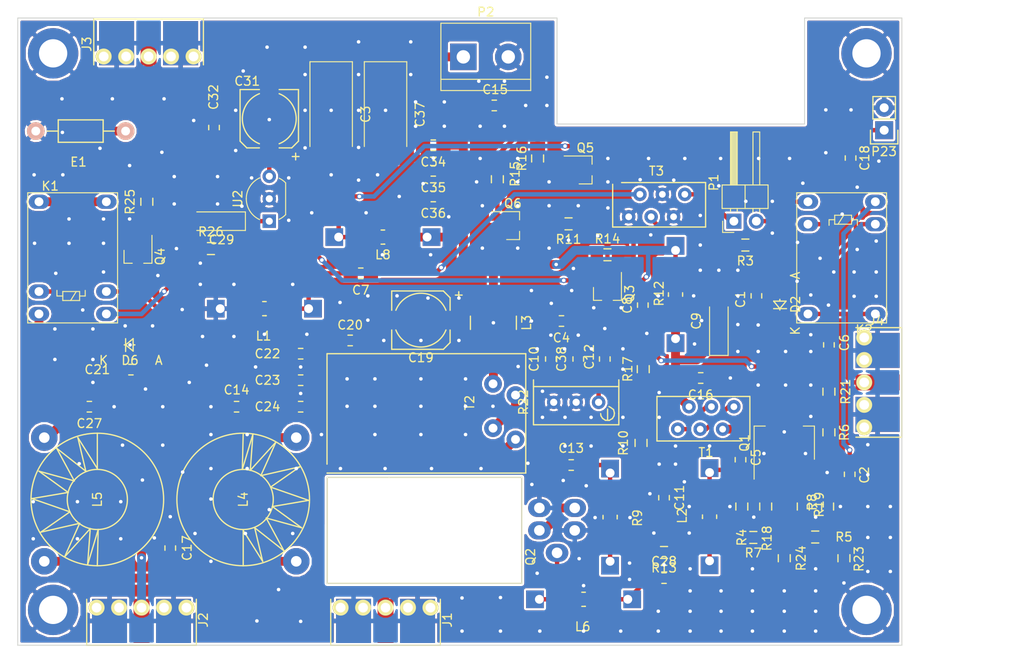
<source format=kicad_pcb>
(kicad_pcb (version 4) (host pcbnew 4.0.7-e2-6376~58~ubuntu14.04.1)
  (layers (0 F.Cu signal) (31 B.Cu signal) (34 B.Paste user) (35 F.Paste user) (36 B.SilkS user hide) (37 F.SilkS user hide) (38 B.Mask user) (39 F.Mask user) (44 Edge.Cuts user))
  (net 0 "")
  (net 1 GND)
  (net 2 "Net-(C6-Pad1)")
  (net 3 "Net-(C2-Pad1)")
  (net 4 "Net-(C11-Pad1)")
  (net 5 +12V)
  (net 6 "Net-(Q6-Pad3)")
  (net 7 "Net-(Q4-Pad1)")
  (net 8 +6V)
  (net 9 "Net-(C5-Pad2)")
  (net 10 "Net-(C5-Pad1)")
  (net 11 "Net-(C7-Pad1)")
  (net 12 "Net-(C11-Pad2)")
  (net 13 PTT)
  (net 14 "Net-(C19-Pad1)")
  (net 15 "Net-(C21-Pad2)")
  (net 16 "Net-(C22-Pad2)")
  (net 17 "Net-(Q1-Pad1)")
  (net 18 "Net-(L2-Pad1)")
  (net 19 "Net-(T1-Pad1)")
  (net 20 "Net-(C16-Pad2)")
  (net 21 "Net-(Q3-Pad1)")
  (net 22 "Net-(C2-Pad2)")
  (net 23 "Net-(C7-Pad2)")
  (net 24 "Net-(C13-Pad2)")
  (net 25 "Net-(C13-Pad1)")
  (net 26 "Net-(C14-Pad2)")
  (net 27 "Net-(C27-Pad2)")
  (net 28 "Net-(K2-Pad7)")
  (net 29 "Net-(P1-Pad1)")
  (net 30 "Net-(Q1-Pad2)")
  (net 31 "Net-(Q1-Pad3)")
  (net 32 "Net-(R3-Pad1)")
  (net 33 "Net-(J4-Pad1)")
  (net 34 "Net-(C10-Pad1)")
  (net 35 "Net-(C17-Pad2)")
  (net 36 "Net-(Q6-Pad1)")
  (net 37 "Net-(R21-Pad2)")
  (net 38 "Net-(C15-Pad1)")
  (net 39 "Net-(E1-Pad1)")
  (net 40 "Net-(C1-Pad2)")
  (net 41 "Net-(L6-Pad2)")
  (net 42 "Net-(Q5-Pad1)")
  (module LCSDR:R_1206_0603 (layer F.Cu) (at 137.3 104.7)
    (fp_text reference R3 (at 0 1.8) (layer F.SilkS))
    (fp_text value 10k hide)
    (pad 1 smd rect (at -1.2 0 90) (size 1.7 1.4) (layers F.Cu F.Paste F.Mask) (net 32 "Net-(R3-Pad1)"))
    (pad 2 smd rect (at 1.2 0) (size 1.4 1.7) (layers F.Cu F.Paste F.Mask) (net 28 "Net-(K2-Pad7)"))
  )
  (module LCSDR:R_1206_0603 (layer F.Cu) (at 143.85 134.3 90)
    (fp_text reference R19 (at 0.21 1.8 90) (layer F.SilkS))
    (fp_text value 27R hide)
    (pad 1 smd rect (at -1.2 0 180) (size 1.7 1.4) (layers F.Cu F.Paste F.Mask) (net 1 GND))
    (pad 2 smd rect (at 1.2 0 90) (size 1.4 1.7) (layers F.Cu F.Paste F.Mask) (net 31 "Net-(Q1-Pad3)"))
  )
  (module LCSDR:C_1206_0603 (layer F.Cu) (at 149.1 130.65 90)
    (fp_text reference C2 (at -0.08 1.67 90) (layer F.SilkS))
    (fp_text value 27n hide)
    (pad 2 smd rect (at 1.15 0 90) (size 1.6 1.6) (layers F.Cu F.Paste F.Mask) (net 22 "Net-(C2-Pad2)"))
    (pad 1 smd rect (at -1.15 0 90) (size 1.6 1.6) (layers F.Cu F.Paste F.Mask) (net 3 "Net-(C2-Pad1)"))
  )
  (module LCSDR:C_1206_0603 (layer F.Cu) (at 146.75 116 90)
    (fp_text reference C6 (at 0.25 1.75 90) (layer F.SilkS))
    (fp_text value 100nF hide)
    (pad 2 smd rect (at 1.15 0 90) (size 1.6 1.6) (layers F.Cu F.Paste F.Mask) (net 1 GND))
    (pad 1 smd rect (at -1.15 0 90) (size 1.6 1.6) (layers F.Cu F.Paste F.Mask) (net 2 "Net-(C6-Pad1)"))
  )
  (module LCSDR:C_1206_0603 (layer F.Cu) (at 149.2 94.85 270)
    (fp_text reference C18 (at 0 -1.6 270) (layer F.SilkS))
    (fp_text value 15nF hide)
    (pad 2 smd rect (at 1.15 0 270) (size 1.6 1.6) (layers F.Cu F.Paste F.Mask) (net 1 GND))
    (pad 1 smd rect (at -1.15 0 270) (size 1.6 1.6) (layers F.Cu F.Paste F.Mask) (net 13 PTT))
  )
  (module LCSDR:C_1206_0603 (layer F.Cu) (at 138.55 110.45 90)
    (fp_text reference C1 (at -0.4 -1.8 90) (layer F.SilkS))
    (fp_text value 100nF hide)
    (pad 2 smd rect (at 1.15 0 90) (size 1.6 1.6) (layers F.Cu F.Paste F.Mask) (net 40 "Net-(C1-Pad2)"))
    (pad 1 smd rect (at -1.15 0 90) (size 1.6 1.6) (layers F.Cu F.Paste F.Mask) (net 5 +12V))
  )
  (module LCSDR:C_1206_0603 (layer F.Cu) (at 93.8 107.9 180)
    (fp_text reference C7 (at 0 -1.9 180) (layer F.SilkS))
    (fp_text value 100nF hide)
    (pad 2 smd rect (at 1.15 0 180) (size 1.6 1.6) (layers F.Cu F.Paste F.Mask) (net 23 "Net-(C7-Pad2)"))
    (pad 1 smd rect (at -1.15 0 180) (size 1.6 1.6) (layers F.Cu F.Paste F.Mask) (net 11 "Net-(C7-Pad1)"))
  )
  (module LCSDR:C_1206_0603 (layer F.Cu) (at 125.7 111.5 270)
    (fp_text reference C8 (at 0 1.75 270) (layer F.SilkS))
    (fp_text value 1uF hide)
    (pad 2 smd rect (at 1.15 0 270) (size 1.6 1.6) (layers F.Cu F.Paste F.Mask) (net 1 GND))
    (pad 1 smd rect (at -1.15 0 270) (size 1.6 1.6) (layers F.Cu F.Paste F.Mask) (net 38 "Net-(C15-Pad1)"))
  )
  (module LCSDR:C_1206_0603 (layer F.Cu) (at 128.1 133.3 90)
    (fp_text reference C11 (at 0 1.75 90) (layer F.SilkS))
    (fp_text value 100nF hide)
    (pad 2 smd rect (at 1.15 0 90) (size 1.6 1.6) (layers F.Cu F.Paste F.Mask) (net 12 "Net-(C11-Pad2)"))
    (pad 1 smd rect (at -1.15 0 90) (size 1.6 1.6) (layers F.Cu F.Paste F.Mask) (net 4 "Net-(C11-Pad1)"))
  )
  (module LCSDR:C_1206_0603 (layer F.Cu) (at 121.4 117.6 90)
    (fp_text reference C12 (at 0.25 -1.75 90) (layer F.SilkS))
    (fp_text value 100nF hide)
    (pad 2 smd rect (at 1.15 0 90) (size 1.6 1.6) (layers F.Cu F.Paste F.Mask) (net 1 GND))
    (pad 1 smd rect (at -1.15 0 90) (size 1.6 1.6) (layers F.Cu F.Paste F.Mask) (net 34 "Net-(C10-Pad1)"))
  )
  (module LCSDR:C_1206_0603 (layer F.Cu) (at 108.9 88.9)
    (fp_text reference C15 (at 0.1 -1.8) (layer F.SilkS))
    (fp_text value 100nF hide)
    (pad 2 smd rect (at 1.15 0) (size 1.6 1.6) (layers F.Cu F.Paste F.Mask) (net 1 GND))
    (pad 1 smd rect (at -1.15 0) (size 1.6 1.6) (layers F.Cu F.Paste F.Mask) (net 38 "Net-(C15-Pad1)"))
  )
  (module LCSDR:R_1206_0603 (layer F.Cu) (at 138.2 137.8)
    (fp_text reference R7 (at 0 1.75) (layer F.SilkS))
    (fp_text value 750 hide)
    (pad 1 smd rect (at -1.2 0 90) (size 1.7 1.4) (layers F.Cu F.Paste F.Mask) (net 18 "Net-(L2-Pad1)"))
    (pad 2 smd rect (at 1.2 0) (size 1.4 1.7) (layers F.Cu F.Paste F.Mask) (net 30 "Net-(Q1-Pad2)"))
  )
  (module LCSDR:R_1206_0603 (layer F.Cu) (at 139.6 134.3 90)
    (fp_text reference R18 (at -3.6 0.15 90) (layer F.SilkS))
    (fp_text value 27R hide)
    (pad 1 smd rect (at -1.2 0 180) (size 1.7 1.4) (layers F.Cu F.Paste F.Mask) (net 1 GND))
    (pad 2 smd rect (at 1.2 0 90) (size 1.4 1.7) (layers F.Cu F.Paste F.Mask) (net 17 "Net-(Q1-Pad1)"))
  )
  (module Mounting_Holes:MountingHole_3.2mm_M3_ISO7380_Pad (layer F.Cu) (at 59 83)
    (fp_text reference P16 hide)
    (fp_text value CONN_01X01 hide)
    (pad 1 thru_hole circle (at 0 0) (size 5.7 5.7) (drill 3.2) (layers *.Cu *.Mask) (net 1 GND))
  )
  (module Mounting_Holes:MountingHole_3.2mm_M3_ISO7380_Pad (layer F.Cu) (at 151 146)
    (fp_text reference P17 hide)
    (fp_text value CONN_01X01 hide)
    (pad 1 thru_hole circle (at 0 0) (size 5.7 5.7) (drill 3.2) (layers *.Cu *.Mask) (net 1 GND))
  )
  (module Mounting_Holes:MountingHole_3.2mm_M3_ISO7380_Pad (layer F.Cu) (at 151 83)
    (fp_text reference P18 hide)
    (fp_text value CONN_01X01 hide)
    (pad 1 thru_hole circle (at 0 0) (size 5.7 5.7) (drill 3.2) (layers *.Cu *.Mask) (net 1 GND))
  )
  (module LCSDR:R_1206_0603 (layer F.Cu) (at 148.45 140.15 270)
    (fp_text reference R23 (at 0.09 -1.7 450) (layer F.SilkS))
    (fp_text value k91 hide)
    (pad 1 smd rect (at -1.2 0) (size 1.7 1.4) (layers F.Cu F.Paste F.Mask) (net 3 "Net-(C2-Pad1)"))
    (pad 2 smd rect (at 1.2 0 270) (size 1.4 1.7) (layers F.Cu F.Paste F.Mask) (net 1 GND))
  )
  (module LCSDR:R_1206_0603 (layer F.Cu) (at 117.3 102.3 180)
    (fp_text reference R11 (at 0 -1.75 180) (layer F.SilkS))
    (fp_text value 1K hide)
    (pad 1 smd rect (at -1.2 0 270) (size 1.7 1.4) (layers F.Cu F.Paste F.Mask) (net 21 "Net-(Q3-Pad1)"))
    (pad 2 smd rect (at 1.2 0 180) (size 1.4 1.7) (layers F.Cu F.Paste F.Mask) (net 6 "Net-(Q6-Pad3)"))
  )
  (module LCSDR:R_1206_0603 (layer F.Cu) (at 125.75 118.75 270)
    (fp_text reference R17 (at 0 1.75 270) (layer F.SilkS))
    (fp_text value k51 hide)
    (pad 1 smd rect (at -1.2 0) (size 1.7 1.4) (layers F.Cu F.Paste F.Mask) (net 2 "Net-(C6-Pad1)"))
    (pad 2 smd rect (at 1.2 0 270) (size 1.4 1.7) (layers F.Cu F.Paste F.Mask) (net 34 "Net-(C10-Pad1)"))
  )
  (module LCSDR:R_1206_0603 (layer F.Cu) (at 113.8 94.9 90)
    (fp_text reference R16 (at 0 -1.79 90) (layer F.SilkS))
    (fp_text value 2k2 hide)
    (pad 1 smd rect (at -1.2 0 180) (size 1.7 1.4) (layers F.Cu F.Paste F.Mask) (net 42 "Net-(Q5-Pad1)"))
    (pad 2 smd rect (at 1.2 0 90) (size 1.4 1.7) (layers F.Cu F.Paste F.Mask) (net 13 PTT))
  )
  (module Diodes_SMD:MiniMELF_Handsoldering (layer F.Cu) (at 141.2 111.4 90)
    (fp_text reference D2 (at -0.02 1.78 90) (layer F.SilkS))
    (fp_text value LL4148 hide)
    (fp_text user K (at -3 1.75 90) (layer F.SilkS))
    (fp_text user A (at 3.25 1.75 90) (layer F.SilkS))
    (pad 1 smd rect (at -2.75082 0 90) (size 3.29946 1.69926) (layers F.Cu F.Paste F.Mask) (net 5 +12V))
    (pad 2 smd rect (at 2.75082 0 90) (size 3.29946 1.69926) (layers F.Cu F.Paste F.Mask) (net 40 "Net-(C1-Pad2)"))
  )
  (module Diodes_SMD:MiniMELF_Handsoldering (layer F.Cu) (at 67.7 116)
    (fp_text reference D6 (at 0 1.75) (layer F.SilkS))
    (fp_text value LL4148 hide)
    (fp_text user K (at -3 1.75) (layer F.SilkS))
    (fp_text user A (at 3.25 1.75) (layer F.SilkS))
    (pad 1 smd rect (at -2.75082 0) (size 3.29946 1.69926) (layers F.Cu F.Paste F.Mask) (net 5 +12V))
    (pad 2 smd rect (at 2.75082 0) (size 3.29946 1.69926) (layers F.Cu F.Paste F.Mask) (net 15 "Net-(C21-Pad2)"))
  )
  (module LCSDR:R_1206_0603 (layer F.Cu) (at 145.2 137.75)
    (fp_text reference R5 (at 3.25 0) (layer F.SilkS))
    (fp_text value 10R hide)
    (pad 1 smd rect (at -1.2 0 90) (size 1.7 1.4) (layers F.Cu F.Paste F.Mask) (net 30 "Net-(Q1-Pad2)"))
    (pad 2 smd rect (at 1.2 0) (size 1.4 1.7) (layers F.Cu F.Paste F.Mask) (net 3 "Net-(C2-Pad1)"))
  )
  (module LCSDR:R_1206_0603 (layer F.Cu) (at 146.6 134.3 90)
    (fp_text reference R8 (at 0.5 -1.75 90) (layer F.SilkS))
    (fp_text value 27R hide)
    (pad 1 smd rect (at -1.2 0 180) (size 1.7 1.4) (layers F.Cu F.Paste F.Mask) (net 1 GND))
    (pad 2 smd rect (at 1.2 0 90) (size 1.4 1.7) (layers F.Cu F.Paste F.Mask) (net 31 "Net-(Q1-Pad3)"))
  )
  (module LCSDR:R_1206_0603 (layer F.Cu) (at 128.1 139.5 180)
    (fp_text reference R13 (at 0 -1.75 180) (layer F.SilkS))
    (fp_text value 10k hide)
    (pad 1 smd rect (at -1.2 0 270) (size 1.7 1.4) (layers F.Cu F.Paste F.Mask) (net 1 GND))
    (pad 2 smd rect (at 1.2 0 180) (size 1.4 1.7) (layers F.Cu F.Paste F.Mask) (net 4 "Net-(C11-Pad1)"))
  )
  (module LCSDR:R_1206_0603 (layer F.Cu) (at 109.25 97.25 90)
    (fp_text reference R15 (at 0.6 2 90) (layer F.SilkS))
    (fp_text value 2k2 hide)
    (pad 1 smd rect (at -1.2 0 180) (size 1.7 1.4) (layers F.Cu F.Paste F.Mask) (net 36 "Net-(Q6-Pad1)"))
    (pad 2 smd rect (at 1.2 0 90) (size 1.4 1.7) (layers F.Cu F.Paste F.Mask) (net 13 PTT))
  )
  (module LCSDR:R_1206_0603 (layer F.Cu) (at 121.7 105.8)
    (fp_text reference R14 (at 0 -1.8) (layer F.SilkS))
    (fp_text value 10k hide)
    (pad 1 smd rect (at -1.2 0 90) (size 1.7 1.4) (layers F.Cu F.Paste F.Mask) (net 8 +6V))
    (pad 2 smd rect (at 1.2 0) (size 1.4 1.7) (layers F.Cu F.Paste F.Mask) (net 21 "Net-(Q3-Pad1)"))
  )
  (module LCSDR:R_1206_0603 (layer F.Cu) (at 136.9 134.3 90)
    (fp_text reference R4 (at -3.5 0 90) (layer F.SilkS))
    (fp_text value 27R hide)
    (pad 1 smd rect (at -1.2 0 180) (size 1.7 1.4) (layers F.Cu F.Paste F.Mask) (net 1 GND))
    (pad 2 smd rect (at 1.2 0 90) (size 1.4 1.7) (layers F.Cu F.Paste F.Mask) (net 17 "Net-(Q1-Pad1)"))
  )
  (module LCSDR:R_1206_0603 (layer F.Cu) (at 146.75 125.9 270)
    (fp_text reference R6 (at 0 -1.75 270) (layer F.SilkS))
    (fp_text value k82 hide)
    (pad 1 smd rect (at -1.2 0) (size 1.7 1.4) (layers F.Cu F.Paste F.Mask) (net 37 "Net-(R21-Pad2)"))
    (pad 2 smd rect (at 1.2 0 270) (size 1.4 1.7) (layers F.Cu F.Paste F.Mask) (net 30 "Net-(Q1-Pad2)"))
  )
  (module Pin_Headers:Pin_Header_Straight_1x02 (layer F.Cu) (at 153 91.7 180)
    (fp_text reference P23 (at 0.02 -2.42 360) (layer F.SilkS))
    (fp_text value PTT/TX hide)
    (pad 1 thru_hole rect (at 0 0 180) (size 2.032 2.032) (drill 1.016) (layers *.Cu *.Mask) (net 13 PTT))
    (pad 2 thru_hole oval (at 0 2.54 180) (size 2.032 2.032) (drill 1.016) (layers *.Cu *.Mask) (net 1 GND))
  )
  (module LCSDR:C_1206_0603 (layer F.Cu) (at 136.75 129 270)
    (fp_text reference C5 (at -0.25 -1.75 270) (layer F.SilkS))
    (fp_text value 100nF hide)
    (pad 2 smd rect (at 1.15 0 270) (size 1.6 1.6) (layers F.Cu F.Paste F.Mask) (net 9 "Net-(C5-Pad2)"))
    (pad 1 smd rect (at -1.15 0 270) (size 1.6 1.6) (layers F.Cu F.Paste F.Mask) (net 10 "Net-(C5-Pad1)"))
  )
  (module LCSDR:C_1206_0603 (layer F.Cu) (at 92.6 115.5 180)
    (fp_text reference C20 (at 0 1.75 180) (layer F.SilkS))
    (fp_text value 100nF hide)
    (pad 2 smd rect (at 1.15 0 180) (size 1.6 1.6) (layers F.Cu F.Paste F.Mask) (net 1 GND))
    (pad 1 smd rect (at -1.15 0 180) (size 1.6 1.6) (layers F.Cu F.Paste F.Mask) (net 14 "Net-(C19-Pad1)"))
  )
  (module LCSDR:C_1206_0603 (layer F.Cu) (at 67.8 118.8)
    (fp_text reference C21 (at -3.8 0) (layer F.SilkS))
    (fp_text value 100nF hide)
    (pad 2 smd rect (at 1.15 0) (size 1.6 1.6) (layers F.Cu F.Paste F.Mask) (net 15 "Net-(C21-Pad2)"))
    (pad 1 smd rect (at -1.15 0) (size 1.6 1.6) (layers F.Cu F.Paste F.Mask) (net 5 +12V))
  )
  (module LCSDR:C_1206_0603 (layer F.Cu) (at 87 117)
    (fp_text reference C22 (at -3.75 0) (layer F.SilkS))
    (fp_text value 100nF hide)
    (pad 2 smd rect (at 1.15 0) (size 1.6 1.6) (layers F.Cu F.Paste F.Mask) (net 16 "Net-(C22-Pad2)"))
    (pad 1 smd rect (at -1.15 0) (size 1.6 1.6) (layers F.Cu F.Paste F.Mask) (net 26 "Net-(C14-Pad2)"))
  )
  (module LCSDR:C_1206_0603 (layer F.Cu) (at 87 120)
    (fp_text reference C23 (at -3.75 0) (layer F.SilkS))
    (fp_text value 100nF hide)
    (pad 2 smd rect (at 1.15 0) (size 1.6 1.6) (layers F.Cu F.Paste F.Mask) (net 16 "Net-(C22-Pad2)"))
    (pad 1 smd rect (at -1.15 0) (size 1.6 1.6) (layers F.Cu F.Paste F.Mask) (net 26 "Net-(C14-Pad2)"))
  )
  (module LCSDR:C_1206_0603 (layer F.Cu) (at 87 123)
    (fp_text reference C24 (at -3.75 0) (layer F.SilkS))
    (fp_text value 100nF hide)
    (pad 2 smd rect (at 1.15 0) (size 1.6 1.6) (layers F.Cu F.Paste F.Mask) (net 16 "Net-(C22-Pad2)"))
    (pad 1 smd rect (at -1.15 0) (size 1.6 1.6) (layers F.Cu F.Paste F.Mask) (net 26 "Net-(C14-Pad2)"))
  )
  (module LCSDR:C_1206_0603 (layer F.Cu) (at 77.2 91.4 90)
    (fp_text reference C32 (at 3.45 -0.05 90) (layer F.SilkS))
    (fp_text value 100nF hide)
    (pad 2 smd rect (at 1.15 0 90) (size 1.6 1.6) (layers F.Cu F.Paste F.Mask) (net 1 GND))
    (pad 1 smd rect (at -1.15 0 90) (size 1.6 1.6) (layers F.Cu F.Paste F.Mask) (net 5 +12V))
  )
  (module LCSDR:R_1206_0603 (layer F.Cu) (at 125.5 127.1 270)
    (fp_text reference R10 (at 0 2 270) (layer F.SilkS))
    (fp_text value 33R hide)
    (pad 1 smd rect (at -1.2 0) (size 1.7 1.4) (layers F.Cu F.Paste F.Mask) (net 34 "Net-(C10-Pad1)"))
    (pad 2 smd rect (at 1.2 0 270) (size 1.4 1.7) (layers F.Cu F.Paste F.Mask) (net 4 "Net-(C11-Pad1)"))
  )
  (module LCSDR:R_1206_0603 (layer F.Cu) (at 146.75 121.3 270)
    (fp_text reference R21 (at 0 -1.9 270) (layer F.SilkS))
    (fp_text value k51 hide)
    (pad 1 smd rect (at -1.2 0) (size 1.7 1.4) (layers F.Cu F.Paste F.Mask) (net 2 "Net-(C6-Pad1)"))
    (pad 2 smd rect (at 1.2 0 270) (size 1.4 1.7) (layers F.Cu F.Paste F.Mask) (net 37 "Net-(R21-Pad2)"))
  )
  (module LCSDR:R_1206_0603 (layer F.Cu) (at 69.6 99.8 90)
    (fp_text reference R25 (at 0 -1.9 90) (layer F.SilkS))
    (fp_text value 1k hide)
    (pad 1 smd rect (at -1.2 0 180) (size 1.7 1.4) (layers F.Cu F.Paste F.Mask) (net 7 "Net-(Q4-Pad1)"))
    (pad 2 smd rect (at 1.2 0 90) (size 1.4 1.7) (layers F.Cu F.Paste F.Mask) (net 13 PTT))
  )
  (module lib:HF12 (layer F.Cu) (at 136 123 180)
    (fp_text reference T1 (at 3.15 -5.18 180) (layer F.SilkS))
    (fp_text value "1:9 3X8Wt" hide)
    (pad 1 thru_hole circle (at 0 0 180) (size 1.524 1.524) (drill 0.762) (layers *.Cu *.Mask) (net 19 "Net-(T1-Pad1)"))
    (pad 2 thru_hole circle (at 1.27 -2.54 180) (size 1.524 1.524) (drill 0.762) (layers *.Cu *.Mask) (net 10 "Net-(C5-Pad1)"))
    (pad 3 thru_hole circle (at 2.54 0 180) (size 1.524 1.524) (drill 0.762) (layers *.Cu *.Mask) (net 12 "Net-(C11-Pad2)"))
    (pad 4 thru_hole circle (at 3.81 -2.54 180) (size 1.524 1.524) (drill 0.762) (layers *.Cu *.Mask) (net 19 "Net-(T1-Pad1)"))
    (pad 5 thru_hole circle (at 5.08 0 180) (size 1.524 1.524) (drill 0.762) (layers *.Cu *.Mask) (net 20 "Net-(C16-Pad2)"))
    (pad 6 thru_hole circle (at 6.35 -2.54 180) (size 1.524 1.524) (drill 0.762) (layers *.Cu *.Mask) (net 12 "Net-(C11-Pad2)"))
  )
  (module LCSDR:C_1206_0603 (layer F.Cu) (at 115.3 117.6 90)
    (fp_text reference C10 (at 0 -1.9 90) (layer F.SilkS))
    (fp_text value 100nF hide)
    (pad 2 smd rect (at 1.15 0 90) (size 1.6 1.6) (layers F.Cu F.Paste F.Mask) (net 1 GND))
    (pad 1 smd rect (at -1.15 0 90) (size 1.6 1.6) (layers F.Cu F.Paste F.Mask) (net 34 "Net-(C10-Pad1)"))
  )
  (module LCSDR:C_1206_0603 (layer F.Cu) (at 118.4 117.6 90)
    (fp_text reference C38 (at 0 -1.9 90) (layer F.SilkS))
    (fp_text value 100nF hide)
    (pad 2 smd rect (at 1.15 0 90) (size 1.6 1.6) (layers F.Cu F.Paste F.Mask) (net 1 GND))
    (pad 1 smd rect (at -1.15 0 90) (size 1.6 1.6) (layers F.Cu F.Paste F.Mask) (net 34 "Net-(C10-Pad1)"))
  )
  (module Capacitors_SMD:c_elec_6.3x7.7 (layer F.Cu) (at 100.6 113.2 180)
    (fp_text reference C19 (at 0 -4.25 180) (layer F.SilkS))
    (fp_text value 47uF hide)
    (fp_text user + (at -4.2799 2.9083 180) (layer F.SilkS))
    (pad 1 smd rect (at -2.7 0) (size 3.5 1.6) (layers F.Cu F.Paste F.Mask) (net 14 "Net-(C19-Pad1)"))
    (pad 2 smd rect (at 2.7 0) (size 3.5 1.6) (layers F.Cu F.Paste F.Mask) (net 1 GND))
  )
  (module LCSDR:Choke_CD54 (layer F.Cu) (at 108.8 113.5 90)
    (fp_text reference L3 (at 0 3.75 270) (layer F.SilkS))
    (fp_text value 4.7uH hide)
    (pad 1 smd rect (at -1.925 0 180) (size 5.5 2.15) (layers F.Cu F.Paste F.Mask) (net 14 "Net-(C19-Pad1)"))
    (pad 2 smd rect (at 1.925 0 180) (size 5.5 2.15) (layers F.Cu F.Paste F.Mask) (net 38 "Net-(C15-Pad1)"))
  )
  (module Potentiometers:Potentiometer_Bourns_3296W_3-8Zoll_Inline_ScrewUp (layer F.Cu) (at 120.7 122.5 90)
    (fp_text reference R22 (at 0 -8.5 90) (layer F.SilkS))
    (fp_text value 5k hide)
    (pad 2 thru_hole circle (at 0 -2.54 90) (size 1.524 1.524) (drill 0.8128) (layers *.Cu *.Mask) (net 1 GND))
    (pad 3 thru_hole circle (at 0 -5.08 90) (size 1.524 1.524) (drill 0.8128) (layers *.Cu *.Mask) (net 1 GND))
    (pad 1 thru_hole circle (at 0 0 90) (size 1.524 1.524) (drill 0.8128) (layers *.Cu *.Mask) (net 34 "Net-(C10-Pad1)"))
  )
  (module Capacitors_SMD:c_elec_6.3x7.7 (layer F.Cu) (at 83.45 90.4 90)
    (fp_text reference C31 (at 4.25 -2.5 180) (layer F.SilkS))
    (fp_text value 47uF hide)
    (fp_text user + (at -4.2799 2.9083 90) (layer F.SilkS))
    (pad 1 smd rect (at -2.7 0 270) (size 3.5 1.6) (layers F.Cu F.Paste F.Mask) (net 5 +12V))
    (pad 2 smd rect (at 2.7 0 270) (size 3.5 1.6) (layers F.Cu F.Paste F.Mask) (net 1 GND))
  )
  (module Resistors_Universal:Resistor_SMD+THTuniversal_0805to2512_RM10_HandSoldering (layer F.Cu) (at 96.3 103.8 180)
    (fp_text reference L8 (at 0 -2 180) (layer F.SilkS))
    (fp_text value 100uH hide)
    (pad 1 smd trapezoid (at -2.413 0 180) (size 3.50012 2.79908) (rect_delta 1.09982 0) (layers F.Cu F.Paste F.Mask) (net 38 "Net-(C15-Pad1)"))
    (pad 2 smd trapezoid (at 2.413 0) (size 3.50012 2.79908) (rect_delta 1.09982 0) (layers F.Cu F.Paste F.Mask) (net 5 +12V))
    (pad 1 thru_hole rect (at -5.00126 0) (size 1.99898 1.99898) (drill 1.00076 (offset 0.50038 0)) (layers *.Cu *.Mask) (net 38 "Net-(C15-Pad1)"))
    (pad 2 thru_hole rect (at 5.00126 0) (size 1.99898 1.99898) (drill 1.00076 (offset -0.50038 0)) (layers *.Cu *.Mask) (net 5 +12V))
  )
  (module Mounting_Holes:MountingHole_3.2mm_M3_ISO7380_Pad (layer F.Cu) (at 59 146)
    (fp_text reference P19 hide)
    (fp_text value CONN_01X01 hide)
    (pad 1 thru_hole circle (at 0 0) (size 5.7 5.7) (drill 3.2) (layers *.Cu *.Mask) (net 1 GND))
  )
  (module Resistors_Universal:Resistor_SMD+THTuniversal_0805to2512_RM10_HandSoldering (layer F.Cu) (at 129.4 110.3 90)
    (fp_text reference R12 (at 0.11 -1.86 90) (layer F.SilkS))
    (fp_text value "33R 1W" hide)
    (pad 1 smd trapezoid (at -2.413 0 90) (size 3.50012 2.79908) (rect_delta 1.09982 0) (layers F.Cu F.Paste F.Mask) (net 20 "Net-(C16-Pad2)"))
    (pad 2 smd trapezoid (at 2.413 0 270) (size 3.50012 2.79908) (rect_delta 1.09982 0) (layers F.Cu F.Paste F.Mask) (net 38 "Net-(C15-Pad1)"))
    (pad 1 thru_hole rect (at -5.00126 0 270) (size 1.99898 1.99898) (drill 1.00076 (offset 0.50038 0)) (layers *.Cu *.Mask) (net 20 "Net-(C16-Pad2)"))
    (pad 2 thru_hole rect (at 5.00126 0 270) (size 1.99898 1.99898) (drill 1.00076 (offset -0.50038 0)) (layers *.Cu *.Mask) (net 38 "Net-(C15-Pad1)"))
  )
  (module LCSDR:C_1206_0603 (layer F.Cu) (at 117.6 129.6)
    (fp_text reference C13 (at 0 -1.9) (layer F.SilkS))
    (fp_text value 100nF hide)
    (pad 2 smd rect (at 1.15 0) (size 1.6 1.6) (layers F.Cu F.Paste F.Mask) (net 24 "Net-(C13-Pad2)"))
    (pad 1 smd rect (at -1.15 0) (size 1.6 1.6) (layers F.Cu F.Paste F.Mask) (net 25 "Net-(C13-Pad1)"))
  )
  (module LCSDR:C_1206_0603 (layer F.Cu) (at 79.75 123)
    (fp_text reference C14 (at 0 -1.9) (layer F.SilkS))
    (fp_text value 100nF)
    (pad 2 smd rect (at 1.15 0) (size 1.6 1.6) (layers F.Cu F.Paste F.Mask) (net 26 "Net-(C14-Pad2)"))
    (pad 1 smd rect (at -1.15 0) (size 1.6 1.6) (layers F.Cu F.Paste F.Mask) (net 1 GND))
  )
  (module LCSDR:C_1206_0603 (layer F.Cu) (at 72.25 139 270)
    (fp_text reference C17 (at 0 -1.9 270) (layer F.SilkS))
    (fp_text value 100nF)
    (pad 2 smd rect (at 1.15 0 270) (size 1.6 1.6) (layers F.Cu F.Paste F.Mask) (net 35 "Net-(C17-Pad2)"))
    (pad 1 smd rect (at -1.15 0 270) (size 1.6 1.6) (layers F.Cu F.Paste F.Mask) (net 1 GND))
  )
  (module LCSDR:C_1206_0603 (layer F.Cu) (at 63.1 123 180)
    (fp_text reference C27 (at 0 -1.9 180) (layer F.SilkS))
    (fp_text value 100nF hide)
    (pad 2 smd rect (at 1.15 0 180) (size 1.6 1.6) (layers F.Cu F.Paste F.Mask) (net 27 "Net-(C27-Pad2)"))
    (pad 1 smd rect (at -1.15 0 180) (size 1.6 1.6) (layers F.Cu F.Paste F.Mask) (net 1 GND))
  )
  (module Relays_ThroughHole:Relay_SPDT_HJR-4102 (layer F.Cu) (at 57.4 99.8)
    (fp_text reference K1 (at 1.27 -1.778) (layer F.SilkS))
    (fp_text value TIANBO-HJR-4102-L)
    (pad 12 thru_hole oval (at 7.62 0) (size 2.3 1.6) (drill 1) (layers *.Cu *.Mask) (net 39 "Net-(E1-Pad1)"))
    (pad 8 thru_hole oval (at 7.62 10.16) (size 2.3 1.6) (drill 1) (layers *.Cu *.Mask) (net 15 "Net-(C21-Pad2)"))
    (pad 1 thru_hole oval (at 0 0) (size 2.3 1.6) (drill 1) (layers *.Cu *.Mask) (net 39 "Net-(E1-Pad1)"))
    (pad 5 thru_hole oval (at 0 10.16) (size 2.3 1.6) (drill 1) (layers *.Cu *.Mask) (net 5 +12V))
    (pad 7 thru_hole oval (at 7.62 12.7) (size 2.3 1.6) (drill 1) (layers *.Cu *.Mask) (net 23 "Net-(C7-Pad2)"))
    (pad 6 thru_hole oval (at 0 12.7) (size 2.3 1.6) (drill 1) (layers *.Cu *.Mask) (net 27 "Net-(C27-Pad2)"))
  )
  (module Relays_ThroughHole:Relay_SPDT_HJR-4102 (layer F.Cu) (at 152 112.5 180)
    (fp_text reference K2 (at 1.27 -1.778 180) (layer F.SilkS))
    (fp_text value TIANBO-HJR-4102-L)
    (pad 12 thru_hole oval (at 7.62 0 180) (size 2.3 1.6) (drill 1) (layers *.Cu *.Mask) (net 33 "Net-(J4-Pad1)"))
    (pad 8 thru_hole oval (at 7.62 10.16 180) (size 2.3 1.6) (drill 1) (layers *.Cu *.Mask) (net 40 "Net-(C1-Pad2)"))
    (pad 1 thru_hole oval (at 0 0 180) (size 2.3 1.6) (drill 1) (layers *.Cu *.Mask) (net 33 "Net-(J4-Pad1)"))
    (pad 5 thru_hole oval (at 0 10.16 180) (size 2.3 1.6) (drill 1) (layers *.Cu *.Mask) (net 5 +12V))
    (pad 7 thru_hole oval (at 7.62 12.7 180) (size 2.3 1.6) (drill 1) (layers *.Cu *.Mask) (net 28 "Net-(K2-Pad7)"))
    (pad 6 thru_hole oval (at 0 12.7 180) (size 2.3 1.6) (drill 1) (layers *.Cu *.Mask) (net 22 "Net-(C2-Pad2)"))
  )
  (module Pin_Headers:Pin_Header_Angled_1x02_Pitch2.54mm (layer F.Cu) (at 136 102 90)
    (fp_text reference P1 (at 4.385 -2.27 90) (layer F.SilkS))
    (fp_text value PTT/TX)
    (pad 1 thru_hole rect (at 0 0 90) (size 1.7 1.7) (drill 1) (layers *.Cu *.Mask) (net 29 "Net-(P1-Pad1)"))
    (pad 2 thru_hole oval (at 0 2.54 90) (size 1.7 1.7) (drill 1) (layers *.Cu *.Mask) (net 28 "Net-(K2-Pad7)"))
  )
  (module LCSDR:Transf1_9 (layer F.Cu) (at 124.1 101.5)
    (fp_text reference T3 (at 3.15 -5.18) (layer F.SilkS))
    (fp_text value Transformer_1P_2S hide)
    (pad 1 thru_hole circle (at 0 0) (size 1.524 1.524) (drill 0.762) (layers *.Cu *.Mask) (net 1 GND))
    (pad 2 thru_hole circle (at 1.27 -2.54) (size 1.524 1.524) (drill 0.762) (layers *.Cu *.Mask) (net 11 "Net-(C7-Pad1)"))
    (pad 3 thru_hole circle (at 2.54 0) (size 1.524 1.524) (drill 0.762) (layers *.Cu *.Mask) (net 32 "Net-(R3-Pad1)"))
    (pad 4 thru_hole circle (at 3.81 -2.54) (size 1.524 1.524) (drill 0.762) (layers *.Cu *.Mask) (net 1 GND))
    (pad 5 thru_hole circle (at 5.08 0) (size 1.524 1.524) (drill 0.762) (layers *.Cu *.Mask) (net 1 GND))
    (pad 6 thru_hole circle (at 6.35 -2.54) (size 1.524 1.524) (drill 0.762) (layers *.Cu *.Mask) (net 29 "Net-(P1-Pad1)"))
  )
  (module LCSDR:RFCONNECTOR (layer F.Cu) (at 96.6 144.6 90)
    (fp_text reference J1 (at -2.54 6.985 90) (layer F.SilkS))
    (fp_text value Conn_Coaxial hide)
    (pad 2 thru_hole circle (at -1.143 5.08 90) (size 1.8 1.8) (drill 1.1) (layers *.Cu *.Mask F.SilkS) (net 1 GND))
    (pad 2 thru_hole circle (at -1.143 -5.08 90) (size 1.8 1.8) (drill 1.1) (layers *.Cu *.Mask F.SilkS) (net 1 GND))
    (pad 1 smd rect (at -2.65 0 90) (size 5 1.8) (layers F.Cu F.Paste F.Mask) (net 26 "Net-(C14-Pad2)"))
    (pad 2 smd rect (at -2.65 -3.62 90) (size 5 3.96) (layers F.Cu F.Paste F.Mask) (net 1 GND))
    (pad 2 smd rect (at -2.65 3.62 90) (size 5 3.96) (layers F.Cu F.Paste F.Mask) (net 1 GND))
    (pad 2 smd rect (at -2.65 -3.62 90) (size 5 3.96) (layers B.Cu B.Paste B.Mask) (net 1 GND))
    (pad 2 smd rect (at -2.65 3.62 90) (size 5 3.96) (layers B.Cu B.Paste B.Mask) (net 1 GND))
    (pad 2 thru_hole circle (at -1.143 2.54 90) (size 1.8 1.8) (drill 1.1) (layers *.Cu *.Mask F.SilkS) (net 1 GND))
    (pad 2 thru_hole circle (at -1.143 -2.54 90) (size 1.8 1.8) (drill 1.1) (layers *.Cu *.Mask F.SilkS) (net 1 GND))
    (pad 1 thru_hole circle (at -1.143 0 90) (size 1.8 1.8) (drill 1.1) (layers *.Cu *.Mask F.SilkS) (net 26 "Net-(C14-Pad2)"))
  )
  (module LCSDR:RFCONNECTOR (layer F.Cu) (at 69 144.6 90)
    (fp_text reference J2 (at -2.54 6.985 90) (layer F.SilkS))
    (fp_text value Conn_Coaxial)
    (pad 2 thru_hole circle (at -1.143 5.08 90) (size 1.8 1.8) (drill 1.1) (layers *.Cu *.Mask F.SilkS) (net 1 GND))
    (pad 2 thru_hole circle (at -1.143 -5.08 90) (size 1.8 1.8) (drill 1.1) (layers *.Cu *.Mask F.SilkS) (net 1 GND))
    (pad 1 smd rect (at -2.65 0 90) (size 5 1.8) (layers F.Cu F.Paste F.Mask) (net 27 "Net-(C27-Pad2)"))
    (pad 2 smd rect (at -2.65 -3.62 90) (size 5 3.96) (layers F.Cu F.Paste F.Mask) (net 1 GND))
    (pad 2 smd rect (at -2.65 3.62 90) (size 5 3.96) (layers F.Cu F.Paste F.Mask) (net 1 GND))
    (pad 2 smd rect (at -2.65 -3.62 90) (size 5 3.96) (layers B.Cu B.Paste B.Mask) (net 1 GND))
    (pad 2 smd rect (at -2.65 3.62 90) (size 5 3.96) (layers B.Cu B.Paste B.Mask) (net 1 GND))
    (pad 2 thru_hole circle (at -1.143 2.54 90) (size 1.8 1.8) (drill 1.1) (layers *.Cu *.Mask F.SilkS) (net 1 GND))
    (pad 2 thru_hole circle (at -1.143 -2.54 90) (size 1.8 1.8) (drill 1.1) (layers *.Cu *.Mask F.SilkS) (net 1 GND))
    (pad 1 thru_hole circle (at -1.143 0 90) (size 1.8 1.8) (drill 1.1) (layers *.Cu *.Mask F.SilkS) (net 27 "Net-(C27-Pad2)"))
  )
  (module LCSDR:RFCONNECTOR (layer F.Cu) (at 69.8 84.5 270)
    (fp_text reference J3 (at -2.54 6.985 270) (layer F.SilkS))
    (fp_text value Conn_Coaxial)
    (pad 2 thru_hole circle (at -1.143 5.08 270) (size 1.8 1.8) (drill 1.1) (layers *.Cu *.Mask F.SilkS) (net 1 GND))
    (pad 2 thru_hole circle (at -1.143 -5.08 270) (size 1.8 1.8) (drill 1.1) (layers *.Cu *.Mask F.SilkS) (net 1 GND))
    (pad 1 smd rect (at -2.65 0 270) (size 5 1.8) (layers F.Cu F.Paste F.Mask) (net 39 "Net-(E1-Pad1)"))
    (pad 2 smd rect (at -2.65 -3.62 270) (size 5 3.96) (layers F.Cu F.Paste F.Mask) (net 1 GND))
    (pad 2 smd rect (at -2.65 3.62 270) (size 5 3.96) (layers F.Cu F.Paste F.Mask) (net 1 GND))
    (pad 2 smd rect (at -2.65 -3.62 270) (size 5 3.96) (layers B.Cu B.Paste B.Mask) (net 1 GND))
    (pad 2 smd rect (at -2.65 3.62 270) (size 5 3.96) (layers B.Cu B.Paste B.Mask) (net 1 GND))
    (pad 2 thru_hole circle (at -1.143 2.54 270) (size 1.8 1.8) (drill 1.1) (layers *.Cu *.Mask F.SilkS) (net 1 GND))
    (pad 2 thru_hole circle (at -1.143 -2.54 270) (size 1.8 1.8) (drill 1.1) (layers *.Cu *.Mask F.SilkS) (net 1 GND))
    (pad 1 thru_hole circle (at -1.143 0 270) (size 1.8 1.8) (drill 1.1) (layers *.Cu *.Mask F.SilkS) (net 39 "Net-(E1-Pad1)"))
  )
  (module LCSDR:RFCONNECTOR (layer F.Cu) (at 149.6 120.25 180)
    (fp_text reference J4 (at -2.54 6.985 180) (layer F.SilkS))
    (fp_text value Conn_Coaxial)
    (pad 2 thru_hole circle (at -1.143 5.08 180) (size 1.8 1.8) (drill 1.1) (layers *.Cu *.Mask F.SilkS) (net 1 GND))
    (pad 2 thru_hole circle (at -1.143 -5.08 180) (size 1.8 1.8) (drill 1.1) (layers *.Cu *.Mask F.SilkS) (net 1 GND))
    (pad 1 smd rect (at -2.65 0 180) (size 5 1.8) (layers F.Cu F.Paste F.Mask) (net 33 "Net-(J4-Pad1)"))
    (pad 2 smd rect (at -2.65 -3.62 180) (size 5 3.96) (layers F.Cu F.Paste F.Mask) (net 1 GND))
    (pad 2 smd rect (at -2.65 3.62 180) (size 5 3.96) (layers F.Cu F.Paste F.Mask) (net 1 GND))
    (pad 2 smd rect (at -2.65 -3.62 180) (size 5 3.96) (layers B.Cu B.Paste B.Mask) (net 1 GND))
    (pad 2 smd rect (at -2.65 3.62 180) (size 5 3.96) (layers B.Cu B.Paste B.Mask) (net 1 GND))
    (pad 2 thru_hole circle (at -1.143 2.54 180) (size 1.8 1.8) (drill 1.1) (layers *.Cu *.Mask F.SilkS) (net 1 GND))
    (pad 2 thru_hole circle (at -1.143 -2.54 180) (size 1.8 1.8) (drill 1.1) (layers *.Cu *.Mask F.SilkS) (net 1 GND))
    (pad 1 thru_hole circle (at -1.143 0 180) (size 1.8 1.8) (drill 1.1) (layers *.Cu *.Mask F.SilkS) (net 33 "Net-(J4-Pad1)"))
  )
  (module LCSDR:TRANSF1_4 (layer F.Cu) (at 111.3 123.7 90)
    (fp_text reference T2 (at 1.15 -5.18 90) (layer F.SilkS))
    (fp_text value "1:4 2x6Wt." hide)
    (pad 1 thru_hole circle (at -3 0 90) (size 2 2) (drill 1) (layers *.Cu *.Mask) (net 16 "Net-(C22-Pad2)"))
    (pad 2 thru_hole circle (at -1.73 -2.54 90) (size 2 2) (drill 1) (layers *.Cu *.Mask) (net 25 "Net-(C13-Pad1)"))
    (pad 3 thru_hole circle (at 2.02 0 90) (size 2 2) (drill 1) (layers *.Cu *.Mask) (net 25 "Net-(C13-Pad1)"))
    (pad 4 thru_hole circle (at 3.29 -2.54 90) (size 2 2) (drill 1) (layers *.Cu *.Mask) (net 14 "Net-(C19-Pad1)"))
  )
  (module LCSDR:RD16HHF1 (layer F.Cu) (at 114 137 90)
    (fp_text reference Q2 (at -3 -1 90) (layer F.SilkS))
    (fp_text value RD16HHF1/IRF610 hide)
    (pad 3 thru_hole oval (at 0 0 90) (size 2.032 2.54) (drill 1.2) (layers *.Cu *.Mask) (net 25 "Net-(C13-Pad1)"))
    (pad 2 thru_hole oval (at 2.54 0 90) (size 2.032 2.54) (drill 1.2) (layers *.Cu *.Mask) (net 1 GND))
    (pad 1 thru_hole oval (at -2.54 2 90) (size 2.032 2.54) (drill 1.2) (layers *.Cu *.Mask) (net 41 "Net-(L6-Pad2)"))
    (pad 2 thru_hole oval (at 0 4 90) (size 2.032 2.54) (drill 1.2) (layers *.Cu *.Mask) (net 1 GND))
    (pad 3 thru_hole oval (at 2.54 4 90) (size 2.032 2.54) (drill 1.2) (layers *.Cu *.Mask) (net 25 "Net-(C13-Pad1)"))
  )
  (module TO_SOT_Packages_THT:TO-92_Inline_Wide (layer F.Cu) (at 83.45 102 90)
    (fp_text reference U2 (at 2.54 -3.56 270) (layer F.SilkS))
    (fp_text value L78L08_TO92)
    (pad 2 thru_hole circle (at 2.54 0 180) (size 1.52 1.52) (drill 0.8) (layers *.Cu *.Mask) (net 1 GND))
    (pad 3 thru_hole circle (at 5.08 0 180) (size 1.52 1.52) (drill 0.8) (layers *.Cu *.Mask) (net 5 +12V))
    (pad 1 thru_hole rect (at 0 0 180) (size 1.52 1.52) (drill 0.8) (layers *.Cu *.Mask) (net 8 +6V))
  )
  (module TO_SOT_Packages_SMD:SOT-23_Handsoldering (layer F.Cu) (at 121.7 110.2 270)
    (fp_text reference Q3 (at 0 -2.5 270) (layer F.SilkS))
    (fp_text value MMBT4403LT1G)
    (pad 1 smd rect (at -1.5 -0.95 270) (size 1.9 0.8) (layers F.Cu F.Paste F.Mask) (net 21 "Net-(Q3-Pad1)"))
    (pad 2 smd rect (at -1.5 0.95 270) (size 1.9 0.8) (layers F.Cu F.Paste F.Mask) (net 8 +6V))
    (pad 3 smd rect (at 1.5 0 270) (size 1.9 0.8) (layers F.Cu F.Paste F.Mask) (net 2 "Net-(C6-Pad1)"))
  )
  (module TO_SOT_Packages_SMD:SOT-223 (layer F.Cu) (at 141.7 127.1 90)
    (fp_text reference Q1 (at 0 -4.5 90) (layer F.SilkS))
    (fp_text value BFG135 hide)
    (pad 4 smd rect (at 3.15 0 90) (size 2 3.8) (layers F.Cu F.Paste F.Mask) (net 10 "Net-(C5-Pad1)"))
    (pad 2 smd rect (at -3.15 0 90) (size 2 1.5) (layers F.Cu F.Paste F.Mask) (net 30 "Net-(Q1-Pad2)"))
    (pad 3 smd rect (at -3.15 2.3 90) (size 2 1.5) (layers F.Cu F.Paste F.Mask) (net 31 "Net-(Q1-Pad3)"))
    (pad 1 smd rect (at -3.15 -2.3 90) (size 2 1.5) (layers F.Cu F.Paste F.Mask) (net 17 "Net-(Q1-Pad1)"))
  )
  (module TO_SOT_Packages_SMD:SOT-23_Handsoldering (layer F.Cu) (at 111 102.5)
    (fp_text reference Q6 (at 0 -2.5) (layer F.SilkS))
    (fp_text value MMBT4401LT1G)
    (pad 1 smd rect (at -1.5 -0.95) (size 1.9 0.8) (layers F.Cu F.Paste F.Mask) (net 36 "Net-(Q6-Pad1)"))
    (pad 2 smd rect (at -1.5 0.95) (size 1.9 0.8) (layers F.Cu F.Paste F.Mask) (net 1 GND))
    (pad 3 smd rect (at 1.5 0) (size 1.9 0.8) (layers F.Cu F.Paste F.Mask) (net 6 "Net-(Q6-Pad3)"))
  )
  (module TO_SOT_Packages_SMD:SOT-23_Handsoldering (layer F.Cu) (at 68.6 106 270)
    (fp_text reference Q4 (at 0 -2.5 270) (layer F.SilkS))
    (fp_text value MMBT4401LT1G)
    (pad 1 smd rect (at -1.5 -0.95 270) (size 1.9 0.8) (layers F.Cu F.Paste F.Mask) (net 7 "Net-(Q4-Pad1)"))
    (pad 2 smd rect (at -1.5 0.95 270) (size 1.9 0.8) (layers F.Cu F.Paste F.Mask) (net 1 GND))
    (pad 3 smd rect (at 1.5 0 270) (size 1.9 0.8) (layers F.Cu F.Paste F.Mask) (net 15 "Net-(C21-Pad2)"))
  )
  (module Capacitors_Tantalum_SMD:CP_Tantalum_Case-A_EIA-3216-18_Hand (layer F.Cu) (at 134.3 113.3 90)
    (fp_text reference C9 (at 0 -2.55 90) (layer F.SilkS))
    (fp_text value 4.7uF)
    (pad 1 smd rect (at -2 0 90) (size 3.2 1.5) (layers F.Cu F.Paste F.Mask) (net 20 "Net-(C16-Pad2)"))
    (pad 2 smd rect (at 2 0 90) (size 3.2 1.5) (layers F.Cu F.Paste F.Mask) (net 1 GND))
  )
  (module LCSDR:C_1206_0603 (layer F.Cu) (at 132.25 119.75 180)
    (fp_text reference C16 (at 0 -1.9 180) (layer F.SilkS))
    (fp_text value 100nF)
    (pad 2 smd rect (at 1.15 0 180) (size 1.6 1.6) (layers F.Cu F.Paste F.Mask) (net 20 "Net-(C16-Pad2)"))
    (pad 1 smd rect (at -1.15 0 180) (size 1.6 1.6) (layers F.Cu F.Paste F.Mask) (net 1 GND))
  )
  (module TO_SOT_Packages_SMD:SOT-23_Handsoldering (layer F.Cu) (at 119.2 96.2)
    (fp_text reference Q5 (at 0 -2.5) (layer F.SilkS))
    (fp_text value MMBT4401LT1G)
    (pad 1 smd rect (at -1.5 -0.95) (size 1.9 0.8) (layers F.Cu F.Paste F.Mask) (net 42 "Net-(Q5-Pad1)"))
    (pad 2 smd rect (at -1.5 0.95) (size 1.9 0.8) (layers F.Cu F.Paste F.Mask) (net 1 GND))
    (pad 3 smd rect (at 1.5 0) (size 1.9 0.8) (layers F.Cu F.Paste F.Mask) (net 40 "Net-(C1-Pad2)"))
  )
  (module LCSDR:C_1206_0603 (layer F.Cu) (at 128.1 142.4)
    (fp_text reference C28 (at 0 -1.9) (layer F.SilkS))
    (fp_text value 100nF)
    (pad 2 smd rect (at 1.15 0) (size 1.6 1.6) (layers F.Cu F.Paste F.Mask) (net 1 GND))
    (pad 1 smd rect (at -1.15 0) (size 1.6 1.6) (layers F.Cu F.Paste F.Mask) (net 4 "Net-(C11-Pad1)"))
  )
  (module LCSDR:C_1206_0603 (layer F.Cu) (at 116.5 113.3 180)
    (fp_text reference C4 (at 0 -1.9 180) (layer F.SilkS))
    (fp_text value 100nF)
    (pad 2 smd rect (at 1.15 0 180) (size 1.6 1.6) (layers F.Cu F.Paste F.Mask) (net 1 GND))
    (pad 1 smd rect (at -1.15 0 180) (size 1.6 1.6) (layers F.Cu F.Paste F.Mask) (net 8 +6V))
  )
  (module Capacitors_Tantalum_SMD:CP_Tantalum_Case-A_EIA-3216-18_Hand (layer F.Cu) (at 76.85 102 180)
    (fp_text reference C29 (at -1.2 -2.1 180) (layer F.SilkS))
    (fp_text value 4.7uF)
    (pad 1 smd rect (at -2 0 180) (size 3.2 1.5) (layers F.Cu F.Paste F.Mask) (net 8 +6V))
    (pad 2 smd rect (at 2 0 180) (size 3.2 1.5) (layers F.Cu F.Paste F.Mask) (net 1 GND))
  )
  (module LCSDR:Choke_Toroid_horizontal_Diameter14mm_Amidon-T50 (layer F.Cu) (at 80.5 133.5 90)
    (fp_text reference L4 (at 0 0 90) (layer F.SilkS))
    (fp_text value L_Small)
    (pad 2 thru_hole circle (at -7 6 90) (size 2.99974 2.99974) (drill 1.19888) (layers *.Cu *.Mask) (net 35 "Net-(C17-Pad2)"))
    (pad 1 thru_hole circle (at 7 6 90) (size 2.99974 2.99974) (drill 1.19888) (layers *.Cu *.Mask) (net 26 "Net-(C14-Pad2)"))
  )
  (module LCSDR:Choke_Toroid_horizontal_Diameter14mm_Amidon-T50 (layer F.Cu) (at 64 133.5 270)
    (fp_text reference L5 (at 0 0 270) (layer F.SilkS))
    (fp_text value L_Small)
    (pad 2 thru_hole circle (at -7 6 270) (size 2.99974 2.99974) (drill 1.19888) (layers *.Cu *.Mask) (net 27 "Net-(C27-Pad2)"))
    (pad 1 thru_hole circle (at 7 6 270) (size 2.99974 2.99974) (drill 1.19888) (layers *.Cu *.Mask) (net 35 "Net-(C17-Pad2)"))
  )
  (module Terminal_Blocks:TerminalBlock_bornier-2_P5.08mm (layer F.Cu) (at 105.4 83.4)
    (fp_text reference P2 (at 2.54 -5.08) (layer F.SilkS))
    (fp_text value +13.8V)
    (pad 1 thru_hole rect (at 0 0) (size 3 3) (drill 1.52) (layers *.Cu *.Mask) (net 38 "Net-(C15-Pad1)"))
    (pad 2 thru_hole circle (at 5.08 0) (size 3 3) (drill 1.52) (layers *.Cu *.Mask) (net 1 GND))
  )
  (module LCSDR:Resistor_Horizontal_RM10mm (layer F.Cu) (at 67.2 91.8 180)
    (fp_text reference E1 (at 5.32892 -3.50012 180) (layer F.SilkS))
    (fp_text value SPARK_GAP)
    (pad 1 thru_hole circle (at 0 0 180) (size 1.99898 1.99898) (drill 1.00076) (layers *.Cu *.SilkS *.Mask) (net 39 "Net-(E1-Pad1)"))
    (pad 2 thru_hole circle (at 10.16 0 180) (size 1.99898 1.99898) (drill 1.00076) (layers *.Cu *.SilkS *.Mask) (net 1 GND))
  )
  (module Capacitors_Tantalum_SMD:CP_Tantalum_Case-D_EIA-7343-31_Hand (layer F.Cu) (at 96.6 89.9 270)
    (fp_text reference C37 (at 0 -3.9 270) (layer F.SilkS))
    (fp_text value 100uF)
    (pad 1 smd rect (at -3.775 0 270) (size 3.75 2.7) (layers F.Cu F.Paste F.Mask) (net 38 "Net-(C15-Pad1)"))
    (pad 2 smd rect (at 3.775 0 270) (size 3.75 2.7) (layers F.Cu F.Paste F.Mask) (net 1 GND))
  )
  (module LCSDR:C_1206_0603 (layer F.Cu) (at 102 93.4 180)
    (fp_text reference C34 (at 0 -1.9 180) (layer F.SilkS))
    (fp_text value 1u)
    (pad 2 smd rect (at 1.15 0 180) (size 1.6 1.6) (layers F.Cu F.Paste F.Mask) (net 1 GND))
    (pad 1 smd rect (at -1.15 0 180) (size 1.6 1.6) (layers F.Cu F.Paste F.Mask) (net 38 "Net-(C15-Pad1)"))
  )
  (module LCSDR:C_1206_0603 (layer F.Cu) (at 102 96.3 180)
    (fp_text reference C35 (at 0 -1.9 180) (layer F.SilkS))
    (fp_text value 1u)
    (pad 2 smd rect (at 1.15 0 180) (size 1.6 1.6) (layers F.Cu F.Paste F.Mask) (net 1 GND))
    (pad 1 smd rect (at -1.15 0 180) (size 1.6 1.6) (layers F.Cu F.Paste F.Mask) (net 38 "Net-(C15-Pad1)"))
  )
  (module LCSDR:C_1206_0603 (layer F.Cu) (at 102 99.2 180)
    (fp_text reference C36 (at 0 -1.9 180) (layer F.SilkS))
    (fp_text value 1u)
    (pad 2 smd rect (at 1.15 0 180) (size 1.6 1.6) (layers F.Cu F.Paste F.Mask) (net 1 GND))
    (pad 1 smd rect (at -1.15 0 180) (size 1.6 1.6) (layers F.Cu F.Paste F.Mask) (net 38 "Net-(C15-Pad1)"))
  )
  (module LCSDR:R_1206_0603 (layer F.Cu) (at 141.7 140.15 270)
    (fp_text reference R24 (at 0 -1.9 270) (layer F.SilkS))
    (fp_text value k91)
    (pad 1 smd rect (at -1.2 0) (size 1.7 1.4) (layers F.Cu F.Paste F.Mask) (net 30 "Net-(Q1-Pad2)"))
    (pad 2 smd rect (at 1.2 0 270) (size 1.4 1.7) (layers F.Cu F.Paste F.Mask) (net 1 GND))
  )
  (module LCSDR:R_1206_0603 (layer F.Cu) (at 76.85 105.1)
    (fp_text reference R26 (at 0 -1.9) (layer F.SilkS))
    (fp_text value 1k5)
    (pad 1 smd rect (at -1.2 0 90) (size 1.7 1.4) (layers F.Cu F.Paste F.Mask) (net 1 GND))
    (pad 2 smd rect (at 1.2 0) (size 1.4 1.7) (layers F.Cu F.Paste F.Mask) (net 8 +6V))
  )
  (module Resistors_Universal:Resistor_SMD+THTuniversal_0805to2512_RM10_HandSoldering (layer F.Cu) (at 133.25 135.45 90)
    (fp_text reference L2 (at 0.09906 -3.0988 90) (layer F.SilkS))
    (fp_text value 470nH)
    (pad 1 smd trapezoid (at -2.413 0 90) (size 3.50012 2.79908) (rect_delta 1.09982 0) (layers F.Cu F.Paste F.Mask) (net 18 "Net-(L2-Pad1)"))
    (pad 2 smd trapezoid (at 2.413 0 270) (size 3.50012 2.79908) (rect_delta 1.09982 0) (layers F.Cu F.Paste F.Mask) (net 9 "Net-(C5-Pad2)"))
    (pad 1 thru_hole rect (at -5.00126 0 270) (size 1.99898 1.99898) (drill 1.00076 (offset 0.50038 0)) (layers *.Cu *.Mask) (net 18 "Net-(L2-Pad1)"))
    (pad 2 thru_hole rect (at 5.00126 0 270) (size 1.99898 1.99898) (drill 1.00076 (offset -0.50038 0)) (layers *.Cu *.Mask) (net 9 "Net-(C5-Pad2)"))
  )
  (module Resistors_Universal:Resistor_SMD+THTuniversal_0805to2512_RM10_HandSoldering (layer F.Cu) (at 119 144.8 180)
    (fp_text reference L6 (at 0.09906 -3.0988 180) (layer F.SilkS))
    (fp_text value 470nH)
    (pad 1 smd trapezoid (at -2.413 0 180) (size 3.50012 2.79908) (rect_delta 1.09982 0) (layers F.Cu F.Paste F.Mask) (net 4 "Net-(C11-Pad1)"))
    (pad 2 smd trapezoid (at 2.413 0) (size 3.50012 2.79908) (rect_delta 1.09982 0) (layers F.Cu F.Paste F.Mask) (net 41 "Net-(L6-Pad2)"))
    (pad 1 thru_hole rect (at -5.00126 0) (size 1.99898 1.99898) (drill 1.00076 (offset 0.50038 0)) (layers *.Cu *.Mask) (net 4 "Net-(C11-Pad1)"))
    (pad 2 thru_hole rect (at 5.00126 0) (size 1.99898 1.99898) (drill 1.00076 (offset -0.50038 0)) (layers *.Cu *.Mask) (net 41 "Net-(L6-Pad2)"))
  )
  (module Resistors_Universal:Resistor_SMD+THTuniversal_0805to2512_RM10_HandSoldering (layer F.Cu) (at 122 135.5 270)
    (fp_text reference R9 (at 0.09906 -3.0988 270) (layer F.SilkS))
    (fp_text value 10k*)
    (pad 1 smd trapezoid (at -2.413 0 270) (size 3.50012 2.79908) (rect_delta 1.09982 0) (layers F.Cu F.Paste F.Mask) (net 24 "Net-(C13-Pad2)"))
    (pad 2 smd trapezoid (at 2.413 0 90) (size 3.50012 2.79908) (rect_delta 1.09982 0) (layers F.Cu F.Paste F.Mask) (net 4 "Net-(C11-Pad1)"))
    (pad 1 thru_hole rect (at -5.00126 0 90) (size 1.99898 1.99898) (drill 1.00076 (offset 0.50038 0)) (layers *.Cu *.Mask) (net 24 "Net-(C13-Pad2)"))
    (pad 2 thru_hole rect (at 5.00126 0 90) (size 1.99898 1.99898) (drill 1.00076 (offset -0.50038 0)) (layers *.Cu *.Mask) (net 4 "Net-(C11-Pad1)"))
  )
  (module Resistors_Universal:Resistor_SMD+THTuniversal_0805to2512_RM10_HandSoldering (layer F.Cu) (at 82.9 111.9 180)
    (fp_text reference L1 (at 0.09906 -3.0988 180) (layer F.SilkS))
    (fp_text value 100uH)
    (pad 1 smd trapezoid (at -2.413 0 180) (size 3.50012 2.79908) (rect_delta 1.09982 0) (layers F.Cu F.Paste F.Mask) (net 23 "Net-(C7-Pad2)"))
    (pad 2 smd trapezoid (at 2.413 0) (size 3.50012 2.79908) (rect_delta 1.09982 0) (layers F.Cu F.Paste F.Mask) (net 1 GND))
    (pad 1 thru_hole rect (at -5.00126 0) (size 1.99898 1.99898) (drill 1.00076 (offset 0.50038 0)) (layers *.Cu *.Mask) (net 23 "Net-(C7-Pad2)"))
    (pad 2 thru_hole rect (at 5.00126 0) (size 1.99898 1.99898) (drill 1.00076 (offset -0.50038 0)) (layers *.Cu *.Mask) (net 1 GND))
  )
  (module Capacitors_Tantalum_SMD:CP_Tantalum_Case-D_EIA-7343-31_Hand (layer F.Cu) (at 90.45 89.9 270)
    (fp_text reference C3 (at 0 -3.9 270) (layer F.SilkS))
    (fp_text value 100uF)
    (pad 1 smd rect (at -3.775 0 270) (size 3.75 2.7) (layers F.Cu F.Paste F.Mask) (net 38 "Net-(C15-Pad1)"))
    (pad 2 smd rect (at 3.775 0 270) (size 3.75 2.7) (layers F.Cu F.Paste F.Mask) (net 1 GND))
  )
  (gr_line (start 90 143) (end 90 131) (angle 90) (layer Edge.Cuts) (width 0.1))
  (gr_line (start 112 143) (end 90 143) (angle 90) (layer Edge.Cuts) (width 0.1))
  (gr_line (start 112 131) (end 112 143) (angle 90) (layer Edge.Cuts) (width 0.1))
  (gr_line (start 90 131) (end 112 131) (angle 90) (layer Edge.Cuts) (width 0.1))
  (gr_line (start 144 91) (end 144 79) (angle 90) (layer Edge.Cuts) (width 0.1))
  (gr_line (start 116 91) (end 144 91) (angle 90) (layer Edge.Cuts) (width 0.1))
  (gr_line (start 116 79) (end 116 91) (angle 90) (layer Edge.Cuts) (width 0.1))
  (gr_line (start 55 79) (end 116 79) (angle 90) (layer Edge.Cuts) (width 0.1))
  (gr_line (start 55 150) (end 55 79) (angle 90) (layer Edge.Cuts) (width 0.1))
  (gr_line (start 155 150) (end 55 150) (angle 90) (layer Edge.Cuts) (width 0.1))
  (gr_line (start 155 79) (end 155 150) (angle 90) (layer Edge.Cuts) (width 0.1))
  (gr_line (start 144 79) (end 155 79) (angle 90) (layer Edge.Cuts) (width 0.1))
  (segment (start 65.7 88.15) (end 71.55 88.15) (width 0.4) (layer B.Cu) (net 1))
  (via (at 65.7 88.15) (size 0.6) (drill 0.4) (layers F.Cu B.Cu) (net 1))
  (segment (start 60 88.15) (end 65.7 88.15) (width 0.4) (layer B.Cu) (net 1))
  (segment (start 73.42 86.28) (end 73.42 81.85) (width 0.4) (layer F.Cu) (net 1))
  (segment (start 71.55 88.15) (end 73.42 86.28) (width 0.4) (layer F.Cu) (net 1))
  (via (at 71.55 88.15) (size 0.6) (drill 0.4) (layers F.Cu B.Cu) (net 1))
  (segment (start 60.1 96.75) (end 56.85 96.75) (width 0.4) (layer F.Cu) (net 1))
  (via (at 56.85 96.75) (size 0.6) (drill 0.4) (layers F.Cu B.Cu) (net 1))
  (segment (start 67.65 101.75) (end 67.65 95.7) (width 0.4) (layer B.Cu) (net 1))
  (via (at 67.65 101.75) (size 0.6) (drill 0.4) (layers F.Cu B.Cu) (net 1))
  (segment (start 67.65 104.5) (end 67.65 101.75) (width 0.5) (layer F.Cu) (net 1))
  (segment (start 60 88.15) (end 60.05 88.2) (width 0.4) (layer F.Cu) (net 1))
  (via (at 60 88.15) (size 0.6) (drill 0.4) (layers F.Cu B.Cu) (net 1))
  (segment (start 60 91.9) (end 60 88.15) (width 0.4) (layer B.Cu) (net 1))
  (segment (start 60.05 91.95) (end 60 91.9) (width 0.4) (layer B.Cu) (net 1))
  (via (at 60.05 91.95) (size 0.6) (drill 0.4) (layers F.Cu B.Cu) (net 1))
  (segment (start 60.05 96.7) (end 60.05 91.95) (width 0.4) (layer F.Cu) (net 1))
  (segment (start 60.1 96.75) (end 60.05 96.7) (width 0.4) (layer F.Cu) (net 1))
  (via (at 60.1 96.75) (size 0.6) (drill 0.4) (layers F.Cu B.Cu) (net 1))
  (segment (start 61.3 96.75) (end 60.1 96.75) (width 0.4) (layer B.Cu) (net 1))
  (segment (start 64.3 93.75) (end 61.3 96.75) (width 0.4) (layer B.Cu) (net 1))
  (via (at 64.3 93.75) (size 0.6) (drill 0.4) (layers F.Cu B.Cu) (net 1))
  (segment (start 65.7 93.75) (end 64.3 93.75) (width 0.4) (layer F.Cu) (net 1))
  (segment (start 67.65 95.7) (end 65.7 93.75) (width 0.4) (layer F.Cu) (net 1))
  (via (at 67.65 95.7) (size 0.6) (drill 0.4) (layers F.Cu B.Cu) (net 1))
  (segment (start 66.65 137.95) (end 61.75 137.95) (width 0.4) (layer B.Cu) (net 1))
  (segment (start 70.9 132.2) (end 66.65 137.95) (width 0.4) (layer B.Cu) (net 1))
  (via (at 66.65 137.95) (size 0.6) (drill 0.4) (layers F.Cu B.Cu) (net 1))
  (segment (start 69.1 131.3) (end 70.9 132.2) (width 0.4) (layer B.Cu) (net 1))
  (via (at 69.1 131.3) (size 0.6) (drill 0.4) (layers F.Cu B.Cu) (net 1))
  (via (at 56.75 137.95) (size 0.6) (drill 0.4) (layers F.Cu B.Cu) (net 1))
  (segment (start 61.75 137.95) (end 56.75 137.95) (width 0.4) (layer F.Cu) (net 1))
  (via (at 61.75 137.95) (size 0.6) (drill 0.4) (layers F.Cu B.Cu) (net 1))
  (segment (start 56.75 133.75) (end 61.75 133.75) (width 0.4) (layer F.Cu) (net 1))
  (via (at 61.75 133.75) (size 0.6) (drill 0.4) (layers F.Cu B.Cu) (net 1))
  (segment (start 66.65 133.75) (end 69.1 131.3) (width 0.4) (layer B.Cu) (net 1))
  (via (at 66.65 133.75) (size 0.6) (drill 0.4) (layers F.Cu B.Cu) (net 1))
  (segment (start 61.75 133.75) (end 66.65 133.75) (width 0.4) (layer F.Cu) (net 1))
  (via (at 56.75 133.75) (size 0.6) (drill 0.4) (layers F.Cu B.Cu) (net 1))
  (segment (start 66.85 127.35) (end 64.05 127.35) (width 0.4) (layer B.Cu) (net 1))
  (via (at 66.85 127.35) (size 0.6) (drill 0.4) (layers F.Cu B.Cu) (net 1))
  (segment (start 71.4 123) (end 71.4 127.35) (width 0.5) (layer F.Cu) (net 1))
  (via (at 71.4 123) (size 0.6) (drill 0.4) (layers F.Cu B.Cu) (net 1))
  (via (at 71.4 127.35) (size 0.6) (drill 0.4) (layers F.Cu B.Cu) (net 1))
  (segment (start 66.85 127.35) (end 71.4 127.35) (width 0.4) (layer F.Cu) (net 1))
  (via (at 61.95 129.45) (size 0.6) (drill 0.4) (layers F.Cu B.Cu) (net 1))
  (segment (start 64.05 127.35) (end 61.95 129.45) (width 0.4) (layer B.Cu) (net 1))
  (segment (start 72.25 137.85) (end 72.25 135.45) (width 0.4) (layer F.Cu) (net 1))
  (via (at 72.25 135.45) (size 0.6) (drill 0.4) (layers F.Cu B.Cu) (net 1))
  (segment (start 72.25 137.85) (end 70.45 137.85) (width 0.4) (layer F.Cu) (net 1))
  (via (at 70.45 137.85) (size 0.6) (drill 0.4) (layers F.Cu B.Cu) (net 1))
  (segment (start 80.75 137.35) (end 76.85 133.45) (width 0.4) (layer B.Cu) (net 1))
  (via (at 80.75 137.35) (size 0.6) (drill 0.4) (layers F.Cu B.Cu) (net 1))
  (via (at 76.85 133.45) (size 0.6) (drill 0.4) (layers F.Cu B.Cu) (net 1))
  (segment (start 69.1 131.3) (end 76.85 133.45) (width 0.4) (layer B.Cu) (net 1))
  (segment (start 72.25 137.85) (end 74.55 137.85) (width 0.4) (layer F.Cu) (net 1))
  (via (at 75.05 137.35) (size 0.6) (drill 0.4) (layers F.Cu B.Cu) (net 1))
  (segment (start 74.55 137.85) (end 75.05 137.35) (width 0.4) (layer F.Cu) (net 1))
  (segment (start 87 147.3) (end 87 146.2) (width 0.4) (layer B.Cu) (net 1))
  (segment (start 87 147.25) (end 87 147.3) (width 0.4) (layer B.Cu) (net 1))
  (via (at 87 147.3) (size 0.6) (drill 0.4) (layers F.Cu B.Cu) (net 1))
  (via (at 84.5 143.7) (size 0.6) (drill 0.4) (layers F.Cu B.Cu) (net 1))
  (segment (start 87 146.2) (end 84.5 143.7) (width 0.4) (layer B.Cu) (net 1))
  (segment (start 73.65 130.4) (end 76.85 130) (width 0.4) (layer F.Cu) (net 1))
  (via (at 76.85 126.15) (size 0.6) (drill 0.4) (layers F.Cu B.Cu) (net 1))
  (segment (start 76.85 126.15) (end 76.85 130) (width 0.4) (layer F.Cu) (net 1))
  (via (at 76.85 130) (size 0.6) (drill 0.4) (layers F.Cu B.Cu) (net 1))
  (via (at 80.95 126.15) (size 0.6) (drill 0.4) (layers F.Cu B.Cu) (net 1))
  (segment (start 80.95 126.15) (end 80.95 130) (width 0.4) (layer F.Cu) (net 1))
  (segment (start 80.95 126.15) (end 76.85 126.15) (width 0.4) (layer B.Cu) (net 1))
  (via (at 73.65 130.4) (size 0.6) (drill 0.4) (layers F.Cu B.Cu) (net 1))
  (segment (start 80.75 137.35) (end 80 137.35) (width 0.4) (layer F.Cu) (net 1))
  (via (at 76.85 140.5) (size 0.6) (drill 0.4) (layers F.Cu B.Cu) (net 1))
  (segment (start 80 137.35) (end 76.85 140.5) (width 0.4) (layer F.Cu) (net 1))
  (segment (start 86.8 147.25) (end 87 147.25) (width 0.4) (layer B.Cu) (net 1))
  (segment (start 87 147.25) (end 82.05 147.25) (width 0.4) (layer B.Cu) (net 1))
  (via (at 82.05 147.25) (size 0.6) (drill 0.4) (layers F.Cu B.Cu) (net 1))
  (segment (start 92.98 147.25) (end 86.8 147.25) (width 0.4) (layer B.Cu) (net 1))
  (segment (start 101.4 110.7) (end 104.9 110.7) (width 0.4) (layer B.Cu) (net 1))
  (via (at 104.9 110.7) (size 0.6) (drill 0.4) (layers F.Cu B.Cu) (net 1))
  (segment (start 105.65 116.25) (end 105.65 119.85) (width 0.4) (layer B.Cu) (net 1))
  (via (at 104.9 115.5) (size 0.6) (drill 0.4) (layers F.Cu B.Cu) (net 1))
  (segment (start 105.65 116.25) (end 104.9 115.5) (width 0.4) (layer B.Cu) (net 1))
  (segment (start 104.9 110.7) (end 104.9 115.5) (width 0.4) (layer B.Cu) (net 1))
  (via (at 101.4 110.7) (size 0.6) (drill 0.4) (layers F.Cu B.Cu) (net 1))
  (segment (start 79.65 89.45) (end 76.05 89.45) (width 0.4) (layer B.Cu) (net 1))
  (via (at 71.3 94.2) (size 0.6) (drill 0.4) (layers F.Cu B.Cu) (net 1))
  (segment (start 74.9 90.6) (end 71.3 94.2) (width 0.4) (layer F.Cu) (net 1))
  (via (at 74.9 90.6) (size 0.6) (drill 0.4) (layers F.Cu B.Cu) (net 1))
  (segment (start 76.05 89.45) (end 74.9 90.6) (width 0.4) (layer B.Cu) (net 1))
  (segment (start 80.5 85) (end 83.2 82.3) (width 0.4) (layer B.Cu) (net 1))
  (segment (start 79.65 85.85) (end 80.5 85) (width 0.4) (layer F.Cu) (net 1))
  (via (at 80.5 85) (size 0.6) (drill 0.4) (layers F.Cu B.Cu) (net 1))
  (via (at 79.65 89.45) (size 0.6) (drill 0.4) (layers F.Cu B.Cu) (net 1))
  (segment (start 80.35 89.45) (end 79.65 89.45) (width 0.4) (layer B.Cu) (net 1))
  (segment (start 81.4 90.5) (end 80.35 89.45) (width 0.4) (layer B.Cu) (net 1))
  (segment (start 79.65 89.45) (end 79.65 85.85) (width 0.4) (layer F.Cu) (net 1))
  (segment (start 87.2 82.6) (end 86.9 82.6) (width 0.4) (layer B.Cu) (net 1))
  (segment (start 87.5 82.3) (end 87.2 82.6) (width 0.4) (layer B.Cu) (net 1))
  (via (at 87.5 82.3) (size 0.6) (drill 0.4) (layers F.Cu B.Cu) (net 1))
  (segment (start 83.2 82.3) (end 87.5 82.3) (width 0.4) (layer F.Cu) (net 1))
  (via (at 83.2 82.3) (size 0.6) (drill 0.4) (layers F.Cu B.Cu) (net 1))
  (segment (start 81.4 90.5) (end 81.4 92.25) (width 0.4) (layer B.Cu) (net 1))
  (segment (start 79.65 94) (end 79.65 93.95) (width 0.4) (layer F.Cu) (net 1))
  (via (at 79.65 94) (size 0.6) (drill 0.4) (layers F.Cu B.Cu) (net 1))
  (segment (start 81.4 92.25) (end 79.65 94) (width 0.4) (layer B.Cu) (net 1))
  (segment (start 83.45 99.46) (end 83.45 99.45) (width 0.4) (layer F.Cu) (net 1))
  (segment (start 83.45 99.45) (end 81.45 97.45) (width 0.4) (layer F.Cu) (net 1))
  (segment (start 81.45 97.45) (end 81.45 97.1) (width 0.4) (layer F.Cu) (net 1))
  (via (at 81.45 97.1) (size 0.6) (drill 0.4) (layers F.Cu B.Cu) (net 1))
  (segment (start 81.45 97.1) (end 80.35 98.2) (width 0.4) (layer B.Cu) (net 1))
  (segment (start 80.35 98.2) (end 80.35 100.3) (width 0.4) (layer B.Cu) (net 1))
  (via (at 80.35 100.3) (size 0.6) (drill 0.4) (layers F.Cu B.Cu) (net 1))
  (segment (start 80.35 100.3) (end 77.6 97.55) (width 0.4) (layer F.Cu) (net 1))
  (segment (start 77.6 97.55) (end 77.6 96.95) (width 0.4) (layer F.Cu) (net 1))
  (via (at 77.6 96.95) (size 0.6) (drill 0.4) (layers F.Cu B.Cu) (net 1))
  (segment (start 77.6 96.95) (end 77.6 100.05) (width 0.4) (layer B.Cu) (net 1))
  (via (at 77.6 100.05) (size 0.6) (drill 0.4) (layers F.Cu B.Cu) (net 1))
  (segment (start 77.6 100.05) (end 72.7 100.05) (width 0.4) (layer F.Cu) (net 1))
  (via (at 72.7 100.05) (size 0.6) (drill 0.4) (layers F.Cu B.Cu) (net 1))
  (segment (start 72.7 100.05) (end 72.7 96.95) (width 0.4) (layer B.Cu) (net 1))
  (via (at 72.7 96.95) (size 0.6) (drill 0.4) (layers F.Cu B.Cu) (net 1))
  (segment (start 83.45 90.5) (end 81.4 90.5) (width 0.4) (layer B.Cu) (net 1))
  (segment (start 87.1 89.45) (end 86.05 90.5) (width 0.4) (layer F.Cu) (net 1))
  (segment (start 86.05 90.5) (end 83.45 90.5) (width 0.4) (layer F.Cu) (net 1))
  (via (at 83.45 90.5) (size 0.6) (drill 0.4) (layers F.Cu B.Cu) (net 1))
  (segment (start 87.5 89.45) (end 87.1 89.45) (width 0.4) (layer F.Cu) (net 1))
  (segment (start 88.25 101.05) (end 86.15 98.95) (width 0.4) (layer F.Cu) (net 1))
  (via (at 88.25 101.05) (size 0.6) (drill 0.4) (layers F.Cu B.Cu) (net 1))
  (segment (start 96.25 101.05) (end 94.4 101.05) (width 0.4) (layer F.Cu) (net 1))
  (via (at 94.4 101.05) (size 0.6) (drill 0.4) (layers F.Cu B.Cu) (net 1))
  (segment (start 88.25 101.05) (end 94.4 101.05) (width 0.4) (layer B.Cu) (net 1))
  (via (at 85.65 101.9) (size 0.6) (drill 0.4) (layers F.Cu B.Cu) (net 1))
  (segment (start 86.15 101.4) (end 85.65 101.9) (width 0.4) (layer B.Cu) (net 1))
  (segment (start 86.15 97.6) (end 86.15 101.4) (width 0.4) (layer B.Cu) (net 1))
  (segment (start 85.65 97.1) (end 86.15 97.6) (width 0.4) (layer B.Cu) (net 1))
  (via (at 85.65 97.1) (size 0.6) (drill 0.4) (layers F.Cu B.Cu) (net 1))
  (segment (start 86.15 97.6) (end 85.65 97.1) (width 0.4) (layer F.Cu) (net 1))
  (segment (start 86.15 98.95) (end 86.15 97.6) (width 0.4) (layer F.Cu) (net 1))
  (segment (start 80.75 137.35) (end 83.45 134.65) (width 0.4) (layer F.Cu) (net 1))
  (segment (start 80.95 130) (end 80.95 132.15) (width 0.4) (layer F.Cu) (net 1))
  (via (at 86.1 137.35) (size 0.6) (drill 0.4) (layers F.Cu B.Cu) (net 1))
  (segment (start 86.1 137.3) (end 86.1 137.35) (width 0.4) (layer B.Cu) (net 1))
  (segment (start 83.45 134.65) (end 86.1 137.3) (width 0.4) (layer B.Cu) (net 1))
  (via (at 83.45 134.65) (size 0.6) (drill 0.4) (layers F.Cu B.Cu) (net 1))
  (segment (start 80.95 132.15) (end 83.45 134.65) (width 0.4) (layer F.Cu) (net 1))
  (segment (start 94.6 110.45) (end 97.9 110.45) (width 0.4) (layer B.Cu) (net 1))
  (via (at 97.9 110.45) (size 0.6) (drill 0.4) (layers F.Cu B.Cu) (net 1))
  (segment (start 97.9 110.45) (end 97.9 113.2) (width 0.4) (layer F.Cu) (net 1))
  (via (at 94.6 110.45) (size 0.6) (drill 0.4) (layers F.Cu B.Cu) (net 1))
  (segment (start 149.25 89.4) (end 146.4 89.4) (width 0.4) (layer F.Cu) (net 1))
  (via (at 146.4 89.4) (size 0.6) (drill 0.4) (layers F.Cu B.Cu) (net 1))
  (segment (start 152.4 95.2) (end 147.35 95.2) (width 0.4) (layer B.Cu) (net 1))
  (segment (start 148.25 99.85) (end 149.95 98.15) (width 0.4) (layer B.Cu) (net 1))
  (via (at 149.95 98.15) (size 0.6) (drill 0.4) (layers F.Cu B.Cu) (net 1))
  (segment (start 149.95 98.15) (end 152.4 95.7) (width 0.4) (layer F.Cu) (net 1))
  (segment (start 152.4 95.7) (end 152.4 95.2) (width 0.4) (layer F.Cu) (net 1))
  (via (at 152.4 95.2) (size 0.6) (drill 0.4) (layers F.Cu B.Cu) (net 1))
  (segment (start 147.75 104.2) (end 145.75 106.2) (width 0.5) (layer F.Cu) (net 1))
  (via (at 145.75 106.2) (size 0.6) (drill 0.4) (layers F.Cu B.Cu) (net 1))
  (via (at 148.25 101.2) (size 0.6) (drill 0.4) (layers F.Cu B.Cu) (net 1))
  (segment (start 148.25 103.7) (end 148.25 101.2) (width 0.5) (layer F.Cu) (net 1))
  (segment (start 147.75 104.2) (end 148.25 103.7) (width 0.5) (layer F.Cu) (net 1))
  (segment (start 148.25 101.2) (end 148.25 99.85) (width 0.4) (layer B.Cu) (net 1))
  (via (at 146.4 94.25) (size 0.6) (drill 0.4) (layers F.Cu B.Cu) (net 1))
  (segment (start 147.35 95.2) (end 146.4 94.25) (width 0.4) (layer B.Cu) (net 1))
  (segment (start 146.4 89.4) (end 146.4 94.25) (width 0.4) (layer B.Cu) (net 1))
  (via (at 149.25 89.4) (size 0.6) (drill 0.4) (layers F.Cu B.Cu) (net 1))
  (via (at 80.95 130) (size 0.6) (drill 0.4) (layers F.Cu B.Cu) (net 1))
  (segment (start 91.5 130) (end 86.5 130) (width 0.4) (layer B.Cu) (net 1))
  (via (at 91.5 130) (size 0.6) (drill 0.4) (layers F.Cu B.Cu) (net 1))
  (via (at 86.5 130) (size 0.6) (drill 0.4) (layers F.Cu B.Cu) (net 1))
  (segment (start 86.5 130) (end 80.95 130) (width 0.4) (layer B.Cu) (net 1))
  (via (at 105.25 144.65) (size 0.6) (drill 0.4) (layers F.Cu B.Cu) (net 1))
  (via (at 105.25 148.4) (size 0.6) (drill 0.4) (layers F.Cu B.Cu) (net 1))
  (segment (start 105.25 144.65) (end 105.25 148.4) (width 0.4) (layer B.Cu) (net 1))
  (segment (start 105.25 148.4) (end 109.6 148.4) (width 0.4) (layer F.Cu) (net 1))
  (segment (start 109.6 144.6) (end 109.6 148.4) (width 0.4) (layer B.Cu) (net 1))
  (via (at 109.6 148.4) (size 0.6) (drill 0.4) (layers F.Cu B.Cu) (net 1))
  (segment (start 127.45 146.15) (end 131.05 146.15) (width 0.4) (layer B.Cu) (net 1))
  (via (at 114.05 148.4) (size 0.6) (drill 0.4) (layers F.Cu B.Cu) (net 1))
  (segment (start 119 148.4) (end 114.05 148.4) (width 0.4) (layer B.Cu) (net 1))
  (via (at 119 148.4) (size 0.6) (drill 0.4) (layers F.Cu B.Cu) (net 1))
  (segment (start 123.2 148.4) (end 119 148.4) (width 0.4) (layer F.Cu) (net 1))
  (via (at 123.2 148.4) (size 0.6) (drill 0.4) (layers F.Cu B.Cu) (net 1))
  (segment (start 127.45 148.4) (end 123.2 148.4) (width 0.4) (layer B.Cu) (net 1))
  (via (at 127.45 148.4) (size 0.6) (drill 0.4) (layers F.Cu B.Cu) (net 1))
  (segment (start 127.45 146.15) (end 127.45 148.4) (width 0.4) (layer F.Cu) (net 1))
  (via (at 127.45 146.15) (size 0.6) (drill 0.4) (layers F.Cu B.Cu) (net 1))
  (segment (start 109.6 148.4) (end 114.05 148.4) (width 0.4) (layer F.Cu) (net 1))
  (via (at 109.6 144.6) (size 0.6) (drill 0.4) (layers F.Cu B.Cu) (net 1))
  (segment (start 118.5 141.85) (end 113.75 141.85) (width 0.4) (layer B.Cu) (net 1))
  (via (at 113.75 141.85) (size 0.6) (drill 0.4) (layers F.Cu B.Cu) (net 1))
  (segment (start 112.7 129.4) (end 112.7 131.35) (width 0.4) (layer F.Cu) (net 1))
  (via (at 112.7 129.4) (size 0.6) (drill 0.4) (layers F.Cu B.Cu) (net 1))
  (via (at 113.15 131.8) (size 0.6) (drill 0.4) (layers F.Cu B.Cu) (net 1))
  (segment (start 112.7 131.35) (end 113.15 131.8) (width 0.4) (layer F.Cu) (net 1))
  (segment (start 120.3 135.55) (end 120.3 134.15) (width 0.4) (layer F.Cu) (net 1))
  (via (at 120.3 135.55) (size 0.6) (drill 0.4) (layers F.Cu B.Cu) (net 1))
  (segment (start 126.5 132.85) (end 126.5 133.3) (width 0.4) (layer B.Cu) (net 1))
  (segment (start 127.2 129.5) (end 126.5 130.2) (width 0.4) (layer F.Cu) (net 1))
  (segment (start 126.5 130.2) (end 126.5 132.85) (width 0.4) (layer F.Cu) (net 1))
  (via (at 126.5 132.85) (size 0.6) (drill 0.4) (layers F.Cu B.Cu) (net 1))
  (segment (start 127.55 129.5) (end 129.4 129.5) (width 0.4) (layer B.Cu) (net 1))
  (segment (start 130.95 133.6) (end 130.4 133.05) (width 0.5) (layer F.Cu) (net 1))
  (segment (start 130.4 133.05) (end 130.4 131.5) (width 0.5) (layer F.Cu) (net 1))
  (via (at 130.4 131.5) (size 0.6) (drill 0.4) (layers F.Cu B.Cu) (net 1))
  (segment (start 130.4 131.5) (end 129.4 130.5) (width 0.5) (layer B.Cu) (net 1))
  (segment (start 129.4 130.5) (end 129.4 129.5) (width 0.5) (layer B.Cu) (net 1))
  (via (at 129.4 129.5) (size 0.6) (drill 0.4) (layers F.Cu B.Cu) (net 1))
  (via (at 130.95 134.3) (size 0.6) (drill 0.4) (layers F.Cu B.Cu) (net 1))
  (segment (start 130.95 134.3) (end 130.95 133.6) (width 0.5) (layer F.Cu) (net 1))
  (via (at 127.55 129.5) (size 0.6) (drill 0.4) (layers F.Cu B.Cu) (net 1))
  (segment (start 127.55 129.5) (end 127.2 129.5) (width 0.4) (layer F.Cu) (net 1))
  (via (at 124.25 135.55) (size 0.6) (drill 0.4) (layers F.Cu B.Cu) (net 1))
  (segment (start 126.5 133.3) (end 124.25 135.55) (width 0.4) (layer B.Cu) (net 1))
  (segment (start 120.3 135.55) (end 124.25 135.55) (width 0.4) (layer B.Cu) (net 1))
  (via (at 116.7 131.35) (size 0.6) (drill 0.4) (layers F.Cu B.Cu) (net 1))
  (segment (start 118.7 131.35) (end 116.7 131.35) (width 0.4) (layer B.Cu) (net 1))
  (segment (start 119.3 131.95) (end 118.7 131.35) (width 0.4) (layer B.Cu) (net 1))
  (via (at 119.3 131.95) (size 0.6) (drill 0.4) (layers F.Cu B.Cu) (net 1))
  (segment (start 119.3 133.15) (end 119.3 131.95) (width 0.4) (layer F.Cu) (net 1))
  (segment (start 120.3 134.15) (end 119.3 133.15) (width 0.4) (layer F.Cu) (net 1))
  (segment (start 118.5 140.2) (end 118.5 141.85) (width 0.4) (layer B.Cu) (net 1))
  (segment (start 118.5 141.85) (end 118.5 142.75) (width 0.4) (layer B.Cu) (net 1))
  (segment (start 119 140.7) (end 118.5 140.2) (width 0.4) (layer F.Cu) (net 1))
  (via (at 118.5 140.2) (size 0.6) (drill 0.4) (layers F.Cu B.Cu) (net 1))
  (segment (start 124.2 142.55) (end 123.7 142.55) (width 0.4) (layer B.Cu) (net 1))
  (via (at 119 143.25) (size 0.6) (drill 0.4) (layers F.Cu B.Cu) (net 1))
  (segment (start 123 143.25) (end 119 143.25) (width 0.4) (layer B.Cu) (net 1))
  (segment (start 123.7 142.55) (end 123 143.25) (width 0.4) (layer B.Cu) (net 1))
  (segment (start 119 143.25) (end 119 140.7) (width 0.4) (layer F.Cu) (net 1))
  (segment (start 118.5 142.75) (end 119 143.25) (width 0.4) (layer B.Cu) (net 1))
  (segment (start 124.2 140.7) (end 124.2 142.55) (width 0.4) (layer F.Cu) (net 1))
  (segment (start 124.2 142.55) (end 128.1 142.55) (width 0.4) (layer B.Cu) (net 1))
  (via (at 124.2 142.55) (size 0.6) (drill 0.4) (layers F.Cu B.Cu) (net 1))
  (via (at 124.2 140.7) (size 0.6) (drill 0.4) (layers F.Cu B.Cu) (net 1))
  (segment (start 128.1 142.55) (end 128.1 140.9) (width 0.4) (layer B.Cu) (net 1))
  (via (at 128.1 140.9) (size 0.6) (drill 0.4) (layers F.Cu B.Cu) (net 1))
  (segment (start 131.05 143.85) (end 130.55 143.85) (width 0.4) (layer B.Cu) (net 1))
  (segment (start 129.25 142.55) (end 128.1 142.55) (width 0.4) (layer B.Cu) (net 1))
  (segment (start 130.55 143.85) (end 129.25 142.55) (width 0.4) (layer B.Cu) (net 1))
  (segment (start 131.05 148.4) (end 131.05 146.15) (width 0.4) (layer F.Cu) (net 1))
  (via (at 131.05 146.15) (size 0.6) (drill 0.4) (layers F.Cu B.Cu) (net 1))
  (segment (start 131.05 146.15) (end 131.05 143.85) (width 0.4) (layer B.Cu) (net 1))
  (via (at 131.05 148.4) (size 0.6) (drill 0.4) (layers F.Cu B.Cu) (net 1))
  (segment (start 134.55 148.4) (end 134.55 146.15) (width 0.4) (layer F.Cu) (net 1))
  (via (at 134.55 146.15) (size 0.6) (drill 0.4) (layers F.Cu B.Cu) (net 1))
  (segment (start 134.55 146.15) (end 134.55 143.85) (width 0.4) (layer F.Cu) (net 1))
  (via (at 134.55 148.4) (size 0.6) (drill 0.4) (layers F.Cu B.Cu) (net 1))
  (segment (start 138.1 148.4) (end 138.1 146.15) (width 0.4) (layer B.Cu) (net 1))
  (via (at 138.1 146.15) (size 0.6) (drill 0.4) (layers F.Cu B.Cu) (net 1))
  (via (at 138.1 143.85) (size 0.6) (drill 0.4) (layers F.Cu B.Cu) (net 1))
  (segment (start 138.1 146.15) (end 138.1 143.85) (width 0.4) (layer B.Cu) (net 1))
  (via (at 138.1 148.4) (size 0.6) (drill 0.4) (layers F.Cu B.Cu) (net 1))
  (segment (start 99.45 85.4) (end 99.45 81.7) (width 0.4) (layer B.Cu) (net 1))
  (segment (start 99.7 88.2) (end 99.7 85.65) (width 0.4) (layer B.Cu) (net 1))
  (segment (start 99.7 85.65) (end 99.45 85.4) (width 0.4) (layer B.Cu) (net 1))
  (via (at 99.45 85.4) (size 0.6) (drill 0.4) (layers F.Cu B.Cu) (net 1))
  (via (at 100 88.5) (size 0.6) (drill 0.4) (layers F.Cu B.Cu) (net 1))
  (segment (start 100 89.45) (end 100 88.5) (width 0.4) (layer F.Cu) (net 1))
  (segment (start 100 88.5) (end 99.7 88.2) (width 0.4) (layer B.Cu) (net 1))
  (via (at 93.55 81.7) (size 0.6) (drill 0.4) (layers F.Cu B.Cu) (net 1))
  (segment (start 99.45 81.7) (end 93.55 81.7) (width 0.4) (layer F.Cu) (net 1))
  (via (at 99.45 81.7) (size 0.6) (drill 0.4) (layers F.Cu B.Cu) (net 1))
  (segment (start 87.5 85.4) (end 87.5 89.45) (width 0.4) (layer F.Cu) (net 1))
  (via (at 87.5 89.45) (size 0.6) (drill 0.4) (layers F.Cu B.Cu) (net 1))
  (via (at 90.45 89.45) (size 0.6) (drill 0.4) (layers F.Cu B.Cu) (net 1))
  (segment (start 90.45 89.45) (end 93.55 89.45) (width 0.4) (layer F.Cu) (net 1))
  (via (at 93.55 89.45) (size 0.6) (drill 0.4) (layers F.Cu B.Cu) (net 1))
  (segment (start 87.5 89.45) (end 90.45 89.45) (width 0.4) (layer B.Cu) (net 1))
  (via (at 87.5 85.4) (size 0.6) (drill 0.4) (layers F.Cu B.Cu) (net 1))
  (segment (start 90.45 93.675) (end 87.525 93.675) (width 0.4) (layer F.Cu) (net 1))
  (via (at 87.5 93.7) (size 0.6) (drill 0.4) (layers F.Cu B.Cu) (net 1))
  (segment (start 87.525 93.675) (end 87.5 93.7) (width 0.4) (layer F.Cu) (net 1))
  (segment (start 93.55 96.75) (end 93.55 97.35) (width 0.4) (layer F.Cu) (net 1))
  (via (at 93.55 97.35) (size 0.6) (drill 0.4) (layers F.Cu B.Cu) (net 1))
  (segment (start 93.55 96.75) (end 93.55 93.65) (width 0.4) (layer F.Cu) (net 1))
  (via (at 93.55 93.65) (size 0.6) (drill 0.4) (layers F.Cu B.Cu) (net 1))
  (segment (start 90.45 96.75) (end 93.55 96.75) (width 0.4) (layer F.Cu) (net 1))
  (segment (start 93.55 96.75) (end 95.7 96.75) (width 0.4) (layer F.Cu) (net 1))
  (via (at 95.7 96.75) (size 0.6) (drill 0.4) (layers F.Cu B.Cu) (net 1))
  (via (at 98.15 99.2) (size 0.6) (drill 0.4) (layers F.Cu B.Cu) (net 1))
  (segment (start 95.7 96.75) (end 98.15 99.2) (width 0.4) (layer F.Cu) (net 1))
  (via (at 90.45 96.75) (size 0.6) (drill 0.4) (layers F.Cu B.Cu) (net 1))
  (segment (start 93.55 89.45) (end 93.55 85.4) (width 0.4) (layer B.Cu) (net 1))
  (via (at 93.55 85.4) (size 0.6) (drill 0.4) (layers F.Cu B.Cu) (net 1))
  (segment (start 96.6 89.45) (end 93.55 89.45) (width 0.4) (layer B.Cu) (net 1))
  (via (at 96.6 89.45) (size 0.6) (drill 0.4) (layers F.Cu B.Cu) (net 1))
  (segment (start 100 89.45) (end 96.6 89.45) (width 0.4) (layer F.Cu) (net 1))
  (segment (start 107.15 86.15) (end 110.05 86.15) (width 0.4) (layer F.Cu) (net 1))
  (via (at 110.05 86.15) (size 0.6) (drill 0.4) (layers F.Cu B.Cu) (net 1))
  (segment (start 110.05 86.15) (end 110.05 88.9) (width 0.4) (layer F.Cu) (net 1))
  (via (at 107.15 86.15) (size 0.6) (drill 0.4) (layers F.Cu B.Cu) (net 1))
  (segment (start 151.15 134.3) (end 153.7 134.3) (width 0.4) (layer B.Cu) (net 1))
  (segment (start 153.7 134.3) (end 153.65 134.3) (width 0.4) (layer F.Cu) (net 1))
  (via (at 153.7 134.3) (size 0.6) (drill 0.4) (layers F.Cu B.Cu) (net 1))
  (segment (start 103.25 91.25) (end 100 91.25) (width 0.4) (layer B.Cu) (net 1))
  (segment (start 100 91.25) (end 100 89.45) (width 0.4) (layer F.Cu) (net 1))
  (via (at 100 91.25) (size 0.6) (drill 0.4) (layers F.Cu B.Cu) (net 1))
  (segment (start 103.25 88.5) (end 103.25 91.25) (width 0.4) (layer F.Cu) (net 1))
  (via (at 103.25 91.25) (size 0.6) (drill 0.4) (layers F.Cu B.Cu) (net 1))
  (segment (start 107.3 91.25) (end 110.05 91.25) (width 0.4) (layer B.Cu) (net 1))
  (via (at 110.05 91.25) (size 0.6) (drill 0.4) (layers F.Cu B.Cu) (net 1))
  (segment (start 110.05 91.25) (end 110.05 88.9) (width 0.4) (layer F.Cu) (net 1))
  (via (at 107.3 91.25) (size 0.6) (drill 0.4) (layers F.Cu B.Cu) (net 1))
  (segment (start 103.25 91.25) (end 107.3 91.25) (width 0.4) (layer B.Cu) (net 1))
  (via (at 103.25 88.5) (size 0.6) (drill 0.4) (layers F.Cu B.Cu) (net 1))
  (segment (start 75.65 109.15) (end 79.45 109.15) (width 0.4) (layer F.Cu) (net 1))
  (via (at 86.1 109.15) (size 0.6) (drill 0.4) (layers F.Cu B.Cu) (net 1))
  (segment (start 79.45 109.15) (end 86.1 109.15) (width 0.4) (layer B.Cu) (net 1))
  (via (at 79.45 109.15) (size 0.6) (drill 0.4) (layers F.Cu B.Cu) (net 1))
  (segment (start 81.9 118.5) (end 81.9 117.5) (width 0.4) (layer B.Cu) (net 1))
  (segment (start 82.9 115.9) (end 81.9 116.9) (width 0.4) (layer F.Cu) (net 1))
  (segment (start 81.9 116.9) (end 81.9 118.5) (width 0.4) (layer F.Cu) (net 1))
  (via (at 81.9 118.5) (size 0.6) (drill 0.4) (layers F.Cu B.Cu) (net 1))
  (segment (start 91.45 115.5) (end 89.95 115.5) (width 0.4) (layer F.Cu) (net 1))
  (via (at 82.9 114.8) (size 0.6) (drill 0.4) (layers F.Cu B.Cu) (net 1))
  (segment (start 87.7 114.8) (end 82.9 114.8) (width 0.4) (layer B.Cu) (net 1))
  (via (at 87.7 114.8) (size 0.6) (drill 0.4) (layers F.Cu B.Cu) (net 1))
  (segment (start 89.25 114.8) (end 87.7 114.8) (width 0.4) (layer F.Cu) (net 1))
  (segment (start 89.95 115.5) (end 89.25 114.8) (width 0.4) (layer F.Cu) (net 1))
  (segment (start 82.9 114.8) (end 82.9 115.9) (width 0.4) (layer F.Cu) (net 1))
  (via (at 79.45 115.05) (size 0.6) (drill 0.4) (layers F.Cu B.Cu) (net 1))
  (segment (start 81.9 117.5) (end 79.45 115.05) (width 0.4) (layer B.Cu) (net 1))
  (segment (start 92.25 122.95) (end 88.45 122.95) (width 0.4) (layer B.Cu) (net 1))
  (via (at 92.25 122.95) (size 0.6) (drill 0.4) (layers F.Cu B.Cu) (net 1))
  (via (at 105.65 122.95) (size 0.6) (drill 0.4) (layers F.Cu B.Cu) (net 1))
  (segment (start 95.4 122.95) (end 100.6 122.95) (width 0.4) (layer B.Cu) (net 1))
  (via (at 100.6 122.95) (size 0.6) (drill 0.4) (layers F.Cu B.Cu) (net 1))
  (segment (start 105.65 122.95) (end 100.6 122.95) (width 0.4) (layer F.Cu) (net 1))
  (via (at 95.4 122.95) (size 0.6) (drill 0.4) (layers F.Cu B.Cu) (net 1))
  (segment (start 92.25 122.95) (end 95.4 122.95) (width 0.4) (layer F.Cu) (net 1))
  (via (at 87 121.5) (size 0.6) (drill 0.4) (layers F.Cu B.Cu) (net 1))
  (segment (start 88.45 122.95) (end 87 121.5) (width 0.4) (layer B.Cu) (net 1))
  (segment (start 92.25 119.85) (end 88.35 119.85) (width 0.4) (layer B.Cu) (net 1))
  (via (at 92.25 119.85) (size 0.6) (drill 0.4) (layers F.Cu B.Cu) (net 1))
  (segment (start 100.6 119.85) (end 95.4 119.85) (width 0.4) (layer B.Cu) (net 1))
  (via (at 95.4 119.85) (size 0.6) (drill 0.4) (layers F.Cu B.Cu) (net 1))
  (segment (start 92.25 119.85) (end 95.4 119.85) (width 0.4) (layer B.Cu) (net 1))
  (via (at 87 118.5) (size 0.6) (drill 0.4) (layers F.Cu B.Cu) (net 1))
  (segment (start 88.35 119.85) (end 87 118.5) (width 0.4) (layer B.Cu) (net 1))
  (segment (start 91.5 130) (end 91.5 128.3) (width 0.4) (layer F.Cu) (net 1))
  (via (at 89.35 126.15) (size 0.6) (drill 0.4) (layers F.Cu B.Cu) (net 1))
  (segment (start 91.5 128.3) (end 89.35 126.15) (width 0.4) (layer F.Cu) (net 1))
  (segment (start 91.45 115.5) (end 91.45 111.2) (width 0.4) (layer F.Cu) (net 1))
  (via (at 91.45 111.2) (size 0.6) (drill 0.4) (layers F.Cu B.Cu) (net 1))
  (segment (start 97.9 113.2) (end 94.6 113.2) (width 0.4) (layer F.Cu) (net 1))
  (via (at 94.6 113.2) (size 0.6) (drill 0.4) (layers F.Cu B.Cu) (net 1))
  (segment (start 111.05 129.4) (end 110.45 130) (width 0.4) (layer B.Cu) (net 1))
  (segment (start 110.45 130) (end 107.4 130) (width 0.4) (layer B.Cu) (net 1))
  (via (at 107.4 130) (size 0.6) (drill 0.4) (layers F.Cu B.Cu) (net 1))
  (segment (start 107.4 130) (end 101.8 130) (width 0.4) (layer F.Cu) (net 1))
  (via (at 101.8 130) (size 0.6) (drill 0.4) (layers F.Cu B.Cu) (net 1))
  (segment (start 101.8 130) (end 96.55 130) (width 0.4) (layer B.Cu) (net 1))
  (via (at 96.55 130) (size 0.6) (drill 0.4) (layers F.Cu B.Cu) (net 1))
  (segment (start 96.55 130) (end 91.5 130) (width 0.4) (layer F.Cu) (net 1))
  (segment (start 116.9 127.45) (end 114.65 127.45) (width 0.4) (layer B.Cu) (net 1))
  (via (at 116.9 127.45) (size 0.6) (drill 0.4) (layers F.Cu B.Cu) (net 1))
  (segment (start 119.85 127.45) (end 123.45 127.45) (width 0.4) (layer B.Cu) (net 1))
  (via (at 123.45 127.45) (size 0.6) (drill 0.4) (layers F.Cu B.Cu) (net 1))
  (via (at 123.45 124.2) (size 0.6) (drill 0.4) (layers F.Cu B.Cu) (net 1))
  (segment (start 123.45 127.45) (end 123.45 124.2) (width 0.4) (layer F.Cu) (net 1))
  (via (at 119.85 127.45) (size 0.6) (drill 0.4) (layers F.Cu B.Cu) (net 1))
  (segment (start 116.9 127.45) (end 119.85 127.45) (width 0.4) (layer B.Cu) (net 1))
  (segment (start 114.65 127.45) (end 112.7 129.4) (width 0.4) (layer B.Cu) (net 1))
  (segment (start 112.7 129.4) (end 111.05 129.4) (width 0.4) (layer B.Cu) (net 1))
  (segment (start 96.4 115.5) (end 100.6 115.5) (width 0.4) (layer F.Cu) (net 1))
  (segment (start 100.6 115.5) (end 100.6 119.85) (width 0.4) (layer B.Cu) (net 1))
  (via (at 100.6 115.5) (size 0.6) (drill 0.4) (layers F.Cu B.Cu) (net 1))
  (via (at 96.4 115.5) (size 0.6) (drill 0.4) (layers F.Cu B.Cu) (net 1))
  (segment (start 95.4 126.15) (end 100.6 126.15) (width 0.4) (layer F.Cu) (net 1))
  (via (at 100.6 126.15) (size 0.6) (drill 0.4) (layers F.Cu B.Cu) (net 1))
  (segment (start 105.65 126.15) (end 105.65 122.95) (width 0.4) (layer F.Cu) (net 1))
  (via (at 105.65 126.15) (size 0.6) (drill 0.4) (layers F.Cu B.Cu) (net 1))
  (segment (start 100.6 126.15) (end 105.65 126.15) (width 0.4) (layer B.Cu) (net 1))
  (via (at 95.4 126.15) (size 0.6) (drill 0.4) (layers F.Cu B.Cu) (net 1))
  (via (at 114.35 124.2) (size 0.6) (drill 0.4) (layers F.Cu B.Cu) (net 1))
  (segment (start 116.9 124.2) (end 114.35 124.2) (width 0.4) (layer B.Cu) (net 1))
  (segment (start 114.35 124.2) (end 111.15 124.2) (width 0.4) (layer B.Cu) (net 1))
  (via (at 116.9 124.2) (size 0.6) (drill 0.4) (layers F.Cu B.Cu) (net 1))
  (segment (start 119.85 124.2) (end 118.16 122.51) (width 0.4) (layer F.Cu) (net 1))
  (via (at 119.85 124.2) (size 0.6) (drill 0.4) (layers F.Cu B.Cu) (net 1))
  (segment (start 116.9 124.2) (end 119.85 124.2) (width 0.4) (layer B.Cu) (net 1))
  (segment (start 108.75 122.95) (end 105.65 122.95) (width 0.4) (layer F.Cu) (net 1))
  (via (at 108.75 122.95) (size 0.6) (drill 0.4) (layers F.Cu B.Cu) (net 1))
  (segment (start 109.9 122.95) (end 108.75 122.95) (width 0.4) (layer B.Cu) (net 1))
  (segment (start 111.15 124.2) (end 109.9 122.95) (width 0.4) (layer B.Cu) (net 1))
  (segment (start 138.1 143.85) (end 134.55 143.85) (width 0.4) (layer F.Cu) (net 1))
  (segment (start 141.7 143.85) (end 138.1 143.85) (width 0.5) (layer F.Cu) (net 1))
  (via (at 131.05 141.35) (size 0.6) (drill 0.4) (layers F.Cu B.Cu) (net 1))
  (segment (start 131.05 143.85) (end 131.05 141.35) (width 0.4) (layer F.Cu) (net 1))
  (via (at 131.05 143.85) (size 0.6) (drill 0.4) (layers F.Cu B.Cu) (net 1))
  (segment (start 134.55 143.85) (end 131.05 143.85) (width 0.4) (layer B.Cu) (net 1))
  (via (at 134.55 143.85) (size 0.6) (drill 0.4) (layers F.Cu B.Cu) (net 1))
  (segment (start 151.15 141.65) (end 153.7 141.65) (width 0.4) (layer B.Cu) (net 1))
  (via (at 151.15 137.8) (size 0.6) (drill 0.4) (layers F.Cu B.Cu) (net 1))
  (segment (start 151.15 137.8) (end 151.15 141.65) (width 0.5) (layer B.Cu) (net 1))
  (via (at 151.15 141.65) (size 0.6) (drill 0.4) (layers F.Cu B.Cu) (net 1))
  (segment (start 151.15 134.3) (end 151.15 137.8) (width 0.5) (layer F.Cu) (net 1))
  (via (at 153.7 137.8) (size 0.6) (drill 0.4) (layers F.Cu B.Cu) (net 1))
  (segment (start 153.7 141.65) (end 153.7 137.8) (width 0.4) (layer F.Cu) (net 1))
  (via (at 153.7 141.65) (size 0.6) (drill 0.4) (layers F.Cu B.Cu) (net 1))
  (segment (start 145.25 146.15) (end 141.7 146.15) (width 0.4) (layer F.Cu) (net 1))
  (via (at 141.7 146.15) (size 0.6) (drill 0.4) (layers F.Cu B.Cu) (net 1))
  (segment (start 145.25 143.85) (end 145.25 146.15) (width 0.4) (layer B.Cu) (net 1))
  (via (at 145.25 143.85) (size 0.6) (drill 0.4) (layers F.Cu B.Cu) (net 1))
  (via (at 141.7 143.85) (size 0.6) (drill 0.4) (layers F.Cu B.Cu) (net 1))
  (segment (start 141.7 143.85) (end 145.25 143.85) (width 0.5) (layer B.Cu) (net 1))
  (via (at 141.7 148.4) (size 0.6) (drill 0.4) (layers F.Cu B.Cu) (net 1))
  (segment (start 145.25 148.4) (end 141.7 148.4) (width 0.4) (layer B.Cu) (net 1))
  (via (at 145.25 148.4) (size 0.6) (drill 0.4) (layers F.Cu B.Cu) (net 1))
  (segment (start 145.25 146.15) (end 145.25 148.4) (width 0.4) (layer F.Cu) (net 1))
  (via (at 145.25 146.15) (size 0.6) (drill 0.4) (layers F.Cu B.Cu) (net 1))
  (segment (start 102 94.85) (end 100.85 94.85) (width 0.4) (layer F.Cu) (net 1))
  (segment (start 100.85 94.85) (end 100.85 96.3) (width 0.4) (layer F.Cu) (net 1))
  (via (at 102 94.85) (size 0.6) (drill 0.4) (layers F.Cu B.Cu) (net 1))
  (segment (start 103.75 101.5) (end 103.75 104.95) (width 0.4) (layer B.Cu) (net 1))
  (via (at 101.7 105.8) (size 0.6) (drill 0.4) (layers F.Cu B.Cu) (net 1))
  (segment (start 102.9 105.8) (end 101.7 105.8) (width 0.4) (layer B.Cu) (net 1))
  (segment (start 103.75 104.95) (end 102.9 105.8) (width 0.4) (layer B.Cu) (net 1))
  (segment (start 96.25 101.05) (end 96.25 105.8) (width 0.4) (layer F.Cu) (net 1))
  (via (at 96.25 105.8) (size 0.6) (drill 0.4) (layers F.Cu B.Cu) (net 1))
  (segment (start 98.15 100.7) (end 98.15 99.2) (width 0.4) (layer F.Cu) (net 1))
  (segment (start 98.5 101.05) (end 98.15 100.7) (width 0.4) (layer F.Cu) (net 1))
  (segment (start 99.35 101.05) (end 98.5 101.05) (width 0.4) (layer F.Cu) (net 1))
  (segment (start 99.4 101.05) (end 99.35 101.05) (width 0.4) (layer F.Cu) (net 1))
  (segment (start 98.15 99.2) (end 98.15 101.05) (width 0.4) (layer F.Cu) (net 1))
  (segment (start 99.4 101.05) (end 98.15 101.05) (width 0.4) (layer F.Cu) (net 1))
  (segment (start 98.15 101.05) (end 96.25 101.05) (width 0.4) (layer F.Cu) (net 1))
  (segment (start 100.85 99.2) (end 100.85 97.75) (width 0.4) (layer F.Cu) (net 1))
  (via (at 100.85 97.75) (size 0.6) (drill 0.4) (layers F.Cu B.Cu) (net 1))
  (segment (start 100.85 99.2) (end 98.15 99.2) (width 0.4) (layer F.Cu) (net 1))
  (segment (start 107.25 99.15) (end 106.25 100.15) (width 0.4) (layer B.Cu) (net 1))
  (segment (start 106.25 100.15) (end 105.1 100.15) (width 0.4) (layer B.Cu) (net 1))
  (segment (start 105.1 100.15) (end 103.75 101.5) (width 0.4) (layer B.Cu) (net 1))
  (via (at 103.75 101.5) (size 0.6) (drill 0.4) (layers F.Cu B.Cu) (net 1))
  (segment (start 103.75 101.5) (end 103.3 101.05) (width 0.4) (layer F.Cu) (net 1))
  (segment (start 103.3 101.05) (end 99.4 101.05) (width 0.4) (layer F.Cu) (net 1))
  (segment (start 107.25 99.15) (end 107.55 99.15) (width 0.4) (layer B.Cu) (net 1))
  (segment (start 134.3 98) (end 133.75 98) (width 0.4) (layer F.Cu) (net 1))
  (via (at 137.35 99.75) (size 0.6) (drill 0.4) (layers F.Cu B.Cu) (net 1))
  (segment (start 137.35 99.75) (end 135.6 98) (width 0.4) (layer F.Cu) (net 1))
  (segment (start 135.6 98) (end 134.3 98) (width 0.4) (layer F.Cu) (net 1))
  (via (at 134.3 98) (size 0.6) (drill 0.4) (layers F.Cu B.Cu) (net 1))
  (segment (start 140.35 99.75) (end 137.35 99.75) (width 0.4) (layer B.Cu) (net 1))
  (via (at 140.35 99.75) (size 0.6) (drill 0.4) (layers F.Cu B.Cu) (net 1))
  (via (at 125.4 97.3) (size 0.6) (drill 0.4) (layers F.Cu B.Cu) (net 1))
  (segment (start 129.15 97.3) (end 125.4 97.3) (width 0.4) (layer B.Cu) (net 1))
  (segment (start 129.2 97.35) (end 129.15 97.3) (width 0.4) (layer B.Cu) (net 1))
  (via (at 129.2 97.35) (size 0.6) (drill 0.4) (layers F.Cu B.Cu) (net 1))
  (segment (start 133.1 97.35) (end 129.2 97.35) (width 0.4) (layer F.Cu) (net 1))
  (segment (start 133.75 98) (end 133.1 97.35) (width 0.4) (layer F.Cu) (net 1))
  (segment (start 142.3 94.9) (end 138.8 94.9) (width 0.4) (layer F.Cu) (net 1))
  (via (at 142.3 94.9) (size 0.6) (drill 0.4) (layers F.Cu B.Cu) (net 1))
  (segment (start 142.3 97.7) (end 142.3 94.9) (width 0.4) (layer B.Cu) (net 1))
  (via (at 134.5 94.9) (size 0.6) (drill 0.4) (layers F.Cu B.Cu) (net 1))
  (segment (start 134.5 94.9) (end 138.8 94.9) (width 0.4) (layer B.Cu) (net 1))
  (via (at 138.8 94.9) (size 0.6) (drill 0.4) (layers F.Cu B.Cu) (net 1))
  (segment (start 130.45 94.9) (end 126.35 94.9) (width 0.4) (layer F.Cu) (net 1))
  (via (at 121.75 94.9) (size 0.6) (drill 0.4) (layers F.Cu B.Cu) (net 1))
  (segment (start 121.75 94.9) (end 126.35 94.9) (width 0.4) (layer F.Cu) (net 1))
  (via (at 126.35 94.9) (size 0.6) (drill 0.4) (layers F.Cu B.Cu) (net 1))
  (segment (start 121.75 97.55) (end 121.75 100.5) (width 0.4) (layer F.Cu) (net 1))
  (via (at 121.75 97.55) (size 0.6) (drill 0.4) (layers F.Cu B.Cu) (net 1))
  (segment (start 121.75 97.55) (end 121.75 94.9) (width 0.4) (layer B.Cu) (net 1))
  (via (at 130.45 94.9) (size 0.6) (drill 0.4) (layers F.Cu B.Cu) (net 1))
  (segment (start 130.45 94.9) (end 134.5 94.9) (width 0.4) (layer F.Cu) (net 1))
  (segment (start 140.35 99.75) (end 140.35 99.65) (width 0.4) (layer B.Cu) (net 1))
  (via (at 143.8 97.7) (size 0.6) (drill 0.4) (layers F.Cu B.Cu) (net 1))
  (segment (start 142.3 97.7) (end 143.8 97.7) (width 0.4) (layer B.Cu) (net 1))
  (segment (start 140.35 99.65) (end 142.3 97.7) (width 0.4) (layer B.Cu) (net 1))
  (segment (start 143.2 104.4) (end 141.4 104.4) (width 0.5) (layer B.Cu) (net 1))
  (segment (start 143.95 104.4) (end 143.2 104.4) (width 0.5) (layer B.Cu) (net 1))
  (via (at 143.2 104.4) (size 0.6) (drill 0.4) (layers F.Cu B.Cu) (net 1))
  (segment (start 145.75 106.2) (end 143.95 104.4) (width 0.5) (layer B.Cu) (net 1))
  (via (at 140.35 103.35) (size 0.6) (drill 0.4) (layers F.Cu B.Cu) (net 1))
  (segment (start 141.4 104.4) (end 140.35 103.35) (width 0.5) (layer B.Cu) (net 1))
  (segment (start 140.35 99.75) (end 140.35 103.35) (width 0.4) (layer B.Cu) (net 1))
  (segment (start 114.85 85.7) (end 114.85 88.9) (width 0.4) (layer F.Cu) (net 1))
  (via (at 114.85 88.9) (size 0.6) (drill 0.4) (layers F.Cu B.Cu) (net 1))
  (segment (start 112.45 88.9) (end 110.05 88.9) (width 0.4) (layer F.Cu) (net 1))
  (via (at 112.45 88.9) (size 0.6) (drill 0.4) (layers F.Cu B.Cu) (net 1))
  (segment (start 114.85 88.9) (end 112.45 88.9) (width 0.4) (layer B.Cu) (net 1))
  (via (at 114.85 85.7) (size 0.6) (drill 0.4) (layers F.Cu B.Cu) (net 1))
  (segment (start 106.9 97.55) (end 106.9 95.3) (width 0.4) (layer F.Cu) (net 1))
  (segment (start 107.55 98.2) (end 106.9 97.55) (width 0.4) (layer B.Cu) (net 1))
  (via (at 106.9 97.55) (size 0.6) (drill 0.4) (layers F.Cu B.Cu) (net 1))
  (segment (start 107.55 100.25) (end 107.55 105.05) (width 0.4) (layer F.Cu) (net 1))
  (via (at 107.55 105.05) (size 0.6) (drill 0.4) (layers F.Cu B.Cu) (net 1))
  (segment (start 120.6 103.65) (end 117.8 103.65) (width 0.4) (layer F.Cu) (net 1))
  (via (at 120.6 103.65) (size 0.6) (drill 0.4) (layers F.Cu B.Cu) (net 1))
  (segment (start 120.6 100.5) (end 120.6 103.65) (width 0.4) (layer B.Cu) (net 1))
  (via (at 111.55 105.05) (size 0.6) (drill 0.4) (layers F.Cu B.Cu) (net 1))
  (segment (start 115.1 105.05) (end 111.55 105.05) (width 0.4) (layer F.Cu) (net 1))
  (via (at 115.1 105.05) (size 0.6) (drill 0.4) (layers F.Cu B.Cu) (net 1))
  (segment (start 116.4 105.05) (end 115.1 105.05) (width 0.4) (layer B.Cu) (net 1))
  (segment (start 117.3 104.15) (end 116.4 105.05) (width 0.4) (layer B.Cu) (net 1))
  (via (at 117.3 104.15) (size 0.6) (drill 0.4) (layers F.Cu B.Cu) (net 1))
  (segment (start 117.8 103.65) (end 117.3 104.15) (width 0.4) (layer F.Cu) (net 1))
  (segment (start 107.55 105.05) (end 111.55 105.05) (width 0.4) (layer B.Cu) (net 1))
  (via (at 107.55 100.25) (size 0.6) (drill 0.4) (layers F.Cu B.Cu) (net 1))
  (segment (start 107.55 100.25) (end 107.55 99.15) (width 0.4) (layer B.Cu) (net 1))
  (segment (start 107.55 99.15) (end 107.55 98.2) (width 0.4) (layer B.Cu) (net 1))
  (via (at 107.3 94.9) (size 0.6) (drill 0.4) (layers F.Cu B.Cu) (net 1))
  (segment (start 106.9 95.3) (end 107.3 94.9) (width 0.4) (layer F.Cu) (net 1))
  (via (at 100.6 119.85) (size 0.6) (drill 0.4) (layers F.Cu B.Cu) (net 1))
  (via (at 105.65 119.85) (size 0.6) (drill 0.4) (layers F.Cu B.Cu) (net 1))
  (segment (start 100.6 119.85) (end 105.65 119.85) (width 0.4) (layer F.Cu) (net 1))
  (segment (start 111.6 118.45) (end 107.05 118.45) (width 0.4) (layer B.Cu) (net 1))
  (segment (start 113.6 116.45) (end 111.6 118.45) (width 0.4) (layer B.Cu) (net 1))
  (via (at 111.6 118.45) (size 0.6) (drill 0.4) (layers F.Cu B.Cu) (net 1))
  (segment (start 113.75 116.45) (end 115.3 116.45) (width 0.4) (layer F.Cu) (net 1))
  (via (at 113.75 116.45) (size 0.6) (drill 0.4) (layers F.Cu B.Cu) (net 1))
  (segment (start 113.75 116.45) (end 113.6 116.45) (width 0.4) (layer B.Cu) (net 1))
  (segment (start 107.05 118.45) (end 105.65 119.85) (width 0.4) (layer B.Cu) (net 1))
  (segment (start 111.55 94.9) (end 111.55 97.55) (width 0.4) (layer B.Cu) (net 1))
  (via (at 111.55 97.55) (size 0.6) (drill 0.4) (layers F.Cu B.Cu) (net 1))
  (via (at 111.55 100.25) (size 0.6) (drill 0.4) (layers F.Cu B.Cu) (net 1))
  (segment (start 111.55 100.25) (end 115.1 100.25) (width 0.4) (layer B.Cu) (net 1))
  (via (at 115.1 100.25) (size 0.6) (drill 0.4) (layers F.Cu B.Cu) (net 1))
  (segment (start 111.55 97.55) (end 111.55 100.25) (width 0.4) (layer F.Cu) (net 1))
  (via (at 111.55 94.9) (size 0.6) (drill 0.4) (layers F.Cu B.Cu) (net 1))
  (segment (start 115.1 100.25) (end 115.1 97.55) (width 0.4) (layer F.Cu) (net 1))
  (via (at 115.1 97.55) (size 0.6) (drill 0.4) (layers F.Cu B.Cu) (net 1))
  (segment (start 121.75 100.5) (end 120.6 100.5) (width 0.4) (layer B.Cu) (net 1))
  (via (at 121.75 100.5) (size 0.6) (drill 0.4) (layers F.Cu B.Cu) (net 1))
  (segment (start 120.6 100.5) (end 118.65 100.5) (width 0.4) (layer B.Cu) (net 1))
  (segment (start 121.775 100.525) (end 121.75 100.5) (width 0.4) (layer F.Cu) (net 1))
  (segment (start 123.125 100.525) (end 121.775 100.525) (width 0.4) (layer F.Cu) (net 1))
  (segment (start 118.4 100.25) (end 115.1 100.25) (width 0.4) (layer F.Cu) (net 1))
  (via (at 118.4 100.25) (size 0.6) (drill 0.4) (layers F.Cu B.Cu) (net 1))
  (segment (start 118.65 100.5) (end 118.4 100.25) (width 0.4) (layer B.Cu) (net 1))
  (segment (start 124.1 101.5) (end 123.125 100.525) (width 0.4) (layer F.Cu) (net 1))
  (segment (start 123.125 100.525) (end 123.1 100.5) (width 0.4) (layer F.Cu) (net 1))
  (segment (start 129.18 101.5) (end 129.18 101.52) (width 0.4) (layer B.Cu) (net 1))
  (segment (start 129.18 101.52) (end 127.15 103.55) (width 0.4) (layer B.Cu) (net 1))
  (segment (start 125.75 103.15) (end 124.1 101.5) (width 0.4) (layer F.Cu) (net 1))
  (segment (start 126.2 103.15) (end 125.75 103.15) (width 0.4) (layer F.Cu) (net 1))
  (segment (start 126.6 103.55) (end 126.2 103.15) (width 0.4) (layer F.Cu) (net 1))
  (via (at 126.6 103.55) (size 0.6) (drill 0.4) (layers F.Cu B.Cu) (net 1))
  (segment (start 127.15 103.55) (end 126.6 103.55) (width 0.4) (layer B.Cu) (net 1))
  (segment (start 117.65 109.85) (end 117.65 107.55) (width 0.4) (layer B.Cu) (net 1))
  (via (at 117.65 109.85) (size 0.6) (drill 0.4) (layers F.Cu B.Cu) (net 1))
  (segment (start 115.35 111.3) (end 114.1 110.85) (width 0.4) (layer B.Cu) (net 1))
  (via (at 115.35 111.3) (size 0.6) (drill 0.4) (layers F.Cu B.Cu) (net 1))
  (segment (start 115.35 113.3) (end 115.35 111.3) (width 0.4) (layer F.Cu) (net 1))
  (via (at 113.1 109.85) (size 0.6) (drill 0.4) (layers F.Cu B.Cu) (net 1))
  (segment (start 114.1 110.85) (end 113.1 109.85) (width 0.4) (layer B.Cu) (net 1))
  (segment (start 117.65 109.85) (end 113.1 109.85) (width 0.4) (layer F.Cu) (net 1))
  (via (at 117.85 107.35) (size 0.6) (drill 0.4) (layers F.Cu B.Cu) (net 1))
  (segment (start 117.65 107.55) (end 117.85 107.35) (width 0.4) (layer B.Cu) (net 1))
  (segment (start 115.35 113.3) (end 113.1 113.3) (width 0.4) (layer F.Cu) (net 1))
  (via (at 108.8 113.5) (size 0.6) (drill 0.4) (layers F.Cu B.Cu) (net 1))
  (segment (start 112.9 113.5) (end 108.8 113.5) (width 0.4) (layer B.Cu) (net 1))
  (segment (start 113.1 113.3) (end 112.9 113.5) (width 0.4) (layer B.Cu) (net 1))
  (via (at 113.1 113.3) (size 0.6) (drill 0.4) (layers F.Cu B.Cu) (net 1))
  (segment (start 115.62 122.5) (end 115.6 122.5) (width 0.4) (layer F.Cu) (net 1))
  (segment (start 115.6 122.5) (end 114.35 121.25) (width 0.4) (layer F.Cu) (net 1))
  (via (at 114.35 121.25) (size 0.6) (drill 0.4) (layers F.Cu B.Cu) (net 1))
  (segment (start 126.95 137.3) (end 130.95 137.3) (width 0.4) (layer F.Cu) (net 1))
  (via (at 130.95 137.3) (size 0.6) (drill 0.4) (layers F.Cu B.Cu) (net 1))
  (segment (start 130.95 137.3) (end 130.95 134.3) (width 0.4) (layer B.Cu) (net 1))
  (via (at 126.95 137.3) (size 0.6) (drill 0.4) (layers F.Cu B.Cu) (net 1))
  (segment (start 125.7 112.65) (end 127.05 112.65) (width 0.4) (layer F.Cu) (net 1))
  (via (at 127.45 110.45) (size 0.6) (drill 0.4) (layers F.Cu B.Cu) (net 1))
  (segment (start 127.45 112.25) (end 127.45 110.45) (width 0.4) (layer F.Cu) (net 1))
  (segment (start 127.05 112.65) (end 127.45 112.25) (width 0.4) (layer F.Cu) (net 1))
  (segment (start 125.7 112.65) (end 125.7 114.25) (width 0.4) (layer F.Cu) (net 1))
  (via (at 126.15 114.7) (size 0.6) (drill 0.4) (layers F.Cu B.Cu) (net 1))
  (segment (start 125.7 114.25) (end 126.15 114.7) (width 0.4) (layer F.Cu) (net 1))
  (segment (start 125.7 112.65) (end 124.1 112.65) (width 0.4) (layer F.Cu) (net 1))
  (via (at 123.25 111.8) (size 0.6) (drill 0.4) (layers F.Cu B.Cu) (net 1))
  (segment (start 124.1 112.65) (end 123.25 111.8) (width 0.4) (layer F.Cu) (net 1))
  (segment (start 121.4 114.15) (end 120.85 114.15) (width 0.4) (layer B.Cu) (net 1))
  (via (at 121.4 114.15) (size 0.6) (drill 0.4) (layers F.Cu B.Cu) (net 1))
  (segment (start 121.4 116.45) (end 121.4 114.15) (width 0.4) (layer F.Cu) (net 1))
  (via (at 120.15 111.8) (size 0.6) (drill 0.4) (layers F.Cu B.Cu) (net 1))
  (segment (start 120.15 113.45) (end 120.15 111.8) (width 0.4) (layer B.Cu) (net 1))
  (segment (start 120.85 114.15) (end 120.15 113.45) (width 0.4) (layer B.Cu) (net 1))
  (segment (start 115.3 116.45) (end 115.3 114.9) (width 0.4) (layer F.Cu) (net 1))
  (via (at 115.3 114.9) (size 0.6) (drill 0.4) (layers F.Cu B.Cu) (net 1))
  (segment (start 118.4 116.45) (end 118.4 114.9) (width 0.4) (layer F.Cu) (net 1))
  (via (at 118.4 114.9) (size 0.6) (drill 0.4) (layers F.Cu B.Cu) (net 1))
  (segment (start 115.3 116.45) (end 116.85 116.45) (width 0.4) (layer F.Cu) (net 1))
  (via (at 116.85 116.45) (size 0.6) (drill 0.4) (layers F.Cu B.Cu) (net 1))
  (segment (start 121.4 116.45) (end 119.9 116.45) (width 0.4) (layer F.Cu) (net 1))
  (via (at 119.9 116.45) (size 0.6) (drill 0.4) (layers F.Cu B.Cu) (net 1))
  (segment (start 121.4 116.45) (end 123.45 116.45) (width 0.4) (layer F.Cu) (net 1))
  (via (at 123.45 116.45) (size 0.6) (drill 0.4) (layers F.Cu B.Cu) (net 1))
  (segment (start 118.16 122.5) (end 118.16 122.51) (width 0.4) (layer F.Cu) (net 1))
  (segment (start 123.45 124.2) (end 123.45 118.75) (width 0.4) (layer B.Cu) (net 1))
  (via (at 123.45 118.75) (size 0.6) (drill 0.4) (layers F.Cu B.Cu) (net 1))
  (segment (start 123.45 124.2) (end 127.55 124.2) (width 0.4) (layer B.Cu) (net 1))
  (segment (start 136.9 135.5) (end 135.7 135.5) (width 0.5) (layer F.Cu) (net 1))
  (via (at 135.55 134.3) (size 0.6) (drill 0.4) (layers F.Cu B.Cu) (net 1))
  (segment (start 135.55 135.35) (end 135.55 134.3) (width 0.5) (layer F.Cu) (net 1))
  (segment (start 135.7 135.5) (end 135.55 135.35) (width 0.5) (layer F.Cu) (net 1))
  (segment (start 130.95 134.3) (end 135.55 134.3) (width 0.5) (layer B.Cu) (net 1))
  (segment (start 133.4 119.75) (end 133.4 121.15) (width 0.4) (layer F.Cu) (net 1))
  (via (at 132.2 122) (size 0.6) (drill 0.4) (layers F.Cu B.Cu) (net 1))
  (segment (start 132.55 122) (end 132.2 122) (width 0.4) (layer F.Cu) (net 1))
  (segment (start 133.4 121.15) (end 132.55 122) (width 0.4) (layer F.Cu) (net 1))
  (segment (start 129.4 127.45) (end 128.35 127.45) (width 0.4) (layer F.Cu) (net 1))
  (via (at 129.4 127.45) (size 0.6) (drill 0.4) (layers F.Cu B.Cu) (net 1))
  (segment (start 139.4 128.3) (end 135.65 128.3) (width 0.5) (layer B.Cu) (net 1))
  (via (at 133.25 127.45) (size 0.6) (drill 0.4) (layers F.Cu B.Cu) (net 1))
  (segment (start 134.8 127.45) (end 133.25 127.45) (width 0.5) (layer B.Cu) (net 1))
  (segment (start 135.65 128.3) (end 134.8 127.45) (width 0.5) (layer B.Cu) (net 1))
  (segment (start 129.4 127.45) (end 133.25 127.45) (width 0.5) (layer B.Cu) (net 1))
  (via (at 127.55 121.4) (size 0.6) (drill 0.4) (layers F.Cu B.Cu) (net 1))
  (segment (start 127.55 124.2) (end 127.55 121.4) (width 0.4) (layer B.Cu) (net 1))
  (via (at 127.55 124.2) (size 0.6) (drill 0.4) (layers F.Cu B.Cu) (net 1))
  (segment (start 127.55 126.65) (end 127.55 124.2) (width 0.4) (layer F.Cu) (net 1))
  (segment (start 128.35 127.45) (end 127.55 126.65) (width 0.4) (layer F.Cu) (net 1))
  (segment (start 131.45 110.45) (end 131.45 112.35) (width 0.4) (layer F.Cu) (net 1))
  (via (at 131.45 110.45) (size 0.6) (drill 0.4) (layers F.Cu B.Cu) (net 1))
  (segment (start 132.2 110.45) (end 131.45 110.45) (width 0.5) (layer F.Cu) (net 1))
  (via (at 131.55 115.9) (size 0.6) (drill 0.4) (layers F.Cu B.Cu) (net 1))
  (segment (start 131.55 115.5) (end 131.55 115.9) (width 0.4) (layer B.Cu) (net 1))
  (segment (start 132.35 114.7) (end 131.55 115.5) (width 0.4) (layer B.Cu) (net 1))
  (segment (start 132.35 113.25) (end 132.35 114.7) (width 0.4) (layer B.Cu) (net 1))
  (via (at 132.35 113.25) (size 0.6) (drill 0.4) (layers F.Cu B.Cu) (net 1))
  (segment (start 131.45 112.35) (end 132.35 113.25) (width 0.4) (layer F.Cu) (net 1))
  (via (at 136.45 113.7) (size 0.6) (drill 0.4) (layers F.Cu B.Cu) (net 1))
  (segment (start 136.45 113.5) (end 136.45 113.7) (width 0.4) (layer B.Cu) (net 1))
  (segment (start 136.45 113.7) (end 136.45 116.75) (width 0.4) (layer B.Cu) (net 1))
  (via (at 136.45 116.75) (size 0.6) (drill 0.4) (layers F.Cu B.Cu) (net 1))
  (segment (start 129.18 101.5) (end 129.2 101.5) (width 0.4) (layer F.Cu) (net 1))
  (segment (start 129.2 101.5) (end 130.05 102.35) (width 0.4) (layer F.Cu) (net 1))
  (segment (start 130.05 102.35) (end 131.2 102.35) (width 0.4) (layer F.Cu) (net 1))
  (segment (start 131.2 102.35) (end 132.2 101.35) (width 0.4) (layer F.Cu) (net 1))
  (via (at 132.2 101.35) (size 0.6) (drill 0.4) (layers F.Cu B.Cu) (net 1))
  (segment (start 132.2 104.7) (end 132.2 107.55) (width 0.5) (layer B.Cu) (net 1))
  (segment (start 132.2 107.55) (end 132.2 110.45) (width 0.5) (layer F.Cu) (net 1))
  (via (at 132.2 107.55) (size 0.6) (drill 0.4) (layers F.Cu B.Cu) (net 1))
  (via (at 132.2 104.7) (size 0.6) (drill 0.4) (layers F.Cu B.Cu) (net 1))
  (segment (start 134.3 111.3) (end 132.6 111.3) (width 0.5) (layer F.Cu) (net 1))
  (segment (start 132.2 110.9) (end 132.2 110.45) (width 0.5) (layer F.Cu) (net 1))
  (segment (start 132.6 111.3) (end 132.2 110.9) (width 0.5) (layer F.Cu) (net 1))
  (segment (start 136.45 107.55) (end 136.45 110.45) (width 0.5) (layer F.Cu) (net 1))
  (segment (start 136.7 113.75) (end 136.45 113.5) (width 0.5) (layer B.Cu) (net 1))
  (segment (start 136.45 113.5) (end 136.45 110.45) (width 0.5) (layer B.Cu) (net 1))
  (via (at 136.45 110.45) (size 0.6) (drill 0.4) (layers F.Cu B.Cu) (net 1))
  (segment (start 138.75 113.75) (end 138.75 116.75) (width 0.5) (layer F.Cu) (net 1))
  (via (at 141.85 116.75) (size 0.6) (drill 0.4) (layers F.Cu B.Cu) (net 1))
  (segment (start 141.85 116.75) (end 138.75 116.75) (width 0.5) (layer F.Cu) (net 1))
  (via (at 138.75 116.75) (size 0.6) (drill 0.4) (layers F.Cu B.Cu) (net 1))
  (via (at 144.7 116.75) (size 0.6) (drill 0.4) (layers F.Cu B.Cu) (net 1))
  (segment (start 144.7 116.75) (end 144.7 114.85) (width 0.5) (layer B.Cu) (net 1))
  (segment (start 144.7 116.75) (end 141.85 116.75) (width 0.5) (layer B.Cu) (net 1))
  (via (at 138.75 113.75) (size 0.6) (drill 0.4) (layers F.Cu B.Cu) (net 1))
  (segment (start 138.75 113.75) (end 136.7 113.75) (width 0.5) (layer B.Cu) (net 1))
  (via (at 136.45 107.55) (size 0.6) (drill 0.4) (layers F.Cu B.Cu) (net 1))
  (segment (start 134.3 111.3) (end 134.3 107.55) (width 0.5) (layer F.Cu) (net 1))
  (via (at 134.3 107.55) (size 0.6) (drill 0.4) (layers F.Cu B.Cu) (net 1))
  (segment (start 149.6 107.75) (end 149.6 105.55) (width 0.5) (layer F.Cu) (net 1))
  (via (at 149.95 105.2) (size 0.6) (drill 0.4) (layers F.Cu B.Cu) (net 1))
  (segment (start 149.6 105.55) (end 149.95 105.2) (width 0.5) (layer F.Cu) (net 1))
  (segment (start 149.6 107.75) (end 149.6 110.5) (width 0.5) (layer B.Cu) (net 1))
  (via (at 149.6 107.75) (size 0.6) (drill 0.4) (layers F.Cu B.Cu) (net 1))
  (via (at 149.6 110.5) (size 0.6) (drill 0.4) (layers F.Cu B.Cu) (net 1))
  (segment (start 152.1 107.75) (end 152.1 110.5) (width 0.5) (layer F.Cu) (net 1))
  (via (at 152.1 110.5) (size 0.6) (drill 0.4) (layers F.Cu B.Cu) (net 1))
  (segment (start 152.1 104.25) (end 152.1 107.75) (width 0.5) (layer B.Cu) (net 1))
  (via (at 152.1 107.75) (size 0.6) (drill 0.4) (layers F.Cu B.Cu) (net 1))
  (segment (start 149.6 107.75) (end 147.3 107.75) (width 0.5) (layer F.Cu) (net 1))
  (segment (start 152.1 107.75) (end 149.6 107.75) (width 0.5) (layer F.Cu) (net 1))
  (via (at 152.1 104.25) (size 0.6) (drill 0.4) (layers F.Cu B.Cu) (net 1))
  (segment (start 143.15 108.8) (end 144.7 110.35) (width 0.5) (layer B.Cu) (net 1))
  (segment (start 144.7 110.35) (end 144.7 110.3) (width 0.5) (layer F.Cu) (net 1))
  (via (at 144.7 110.35) (size 0.6) (drill 0.4) (layers F.Cu B.Cu) (net 1))
  (segment (start 145.75 106.2) (end 143.15 108.8) (width 0.5) (layer B.Cu) (net 1))
  (via (at 147.3 107.75) (size 0.6) (drill 0.4) (layers F.Cu B.Cu) (net 1))
  (segment (start 147.3 107.75) (end 145.75 106.2) (width 0.5) (layer B.Cu) (net 1))
  (segment (start 143.15 108.8) (end 143.15 108.85) (width 0.5) (layer F.Cu) (net 1))
  (via (at 143.15 108.8) (size 0.6) (drill 0.4) (layers F.Cu B.Cu) (net 1))
  (segment (start 144.7 114.85) (end 145.85 114.85) (width 0.5) (layer B.Cu) (net 1))
  (segment (start 147.3 110.1) (end 147.3 107.75) (width 0.5) (layer F.Cu) (net 1))
  (segment (start 146.7 111.5) (end 147.3 110.1) (width 0.5) (layer F.Cu) (net 1))
  (via (at 146.7 111.5) (size 0.6) (drill 0.4) (layers F.Cu B.Cu) (net 1))
  (segment (start 146.7 114) (end 146.7 111.5) (width 0.5) (layer B.Cu) (net 1))
  (segment (start 145.85 114.85) (end 146.7 114) (width 0.5) (layer B.Cu) (net 1))
  (segment (start 146.75 114.85) (end 144.7 114.85) (width 0.5) (layer F.Cu) (net 1))
  (via (at 144.7 114.85) (size 0.6) (drill 0.4) (layers F.Cu B.Cu) (net 1))
  (segment (start 144.1 128.3) (end 144.1 126.2) (width 0.5) (layer B.Cu) (net 1))
  (segment (start 135.6 119.75) (end 133.4 119.75) (width 0.5) (layer F.Cu) (net 1))
  (via (at 135.6 119.75) (size 0.6) (drill 0.4) (layers F.Cu B.Cu) (net 1))
  (segment (start 137.25 119.75) (end 135.6 119.75) (width 0.5) (layer B.Cu) (net 1))
  (segment (start 138.75 120.55) (end 137.25 119.75) (width 0.5) (layer B.Cu) (net 1))
  (via (at 138.75 120.55) (size 0.6) (drill 0.4) (layers F.Cu B.Cu) (net 1))
  (segment (start 141.85 120.55) (end 138.75 120.55) (width 0.5) (layer F.Cu) (net 1))
  (via (at 141.85 120.55) (size 0.6) (drill 0.4) (layers F.Cu B.Cu) (net 1))
  (segment (start 144.7 120.55) (end 141.85 120.55) (width 0.5) (layer B.Cu) (net 1))
  (via (at 144.7 120.55) (size 0.6) (drill 0.4) (layers F.Cu B.Cu) (net 1))
  (segment (start 144.7 124.1) (end 144.7 120.55) (width 0.5) (layer F.Cu) (net 1))
  (via (at 144.7 124.1) (size 0.6) (drill 0.4) (layers F.Cu B.Cu) (net 1))
  (segment (start 144.7 125.6) (end 144.7 124.1) (width 0.5) (layer B.Cu) (net 1))
  (segment (start 144.1 126.2) (end 144.7 125.6) (width 0.5) (layer B.Cu) (net 1))
  (segment (start 148.05 134.3) (end 151.15 134.3) (width 0.5) (layer B.Cu) (net 1))
  (via (at 151.15 127.3) (size 0.6) (drill 0.4) (layers F.Cu B.Cu) (net 1))
  (segment (start 151.15 130.7) (end 151.15 127.3) (width 0.5) (layer B.Cu) (net 1))
  (via (at 151.15 130.7) (size 0.6) (drill 0.4) (layers F.Cu B.Cu) (net 1))
  (segment (start 151.15 134.3) (end 151.15 130.7) (width 0.5) (layer F.Cu) (net 1))
  (via (at 151.15 134.3) (size 0.6) (drill 0.4) (layers F.Cu B.Cu) (net 1))
  (segment (start 148.05 134.3) (end 148.05 131.95) (width 0.5) (layer B.Cu) (net 1))
  (segment (start 147.9 135.5) (end 148.05 135.35) (width 0.5) (layer F.Cu) (net 1))
  (segment (start 148.05 135.35) (end 148.05 134.3) (width 0.5) (layer F.Cu) (net 1))
  (via (at 148.05 134.3) (size 0.6) (drill 0.4) (layers F.Cu B.Cu) (net 1))
  (segment (start 146.6 135.5) (end 147.9 135.5) (width 0.5) (layer F.Cu) (net 1))
  (via (at 141.7 125.85) (size 0.6) (drill 0.4) (layers F.Cu B.Cu) (net 1))
  (segment (start 141.7 126) (end 141.7 125.85) (width 0.5) (layer F.Cu) (net 1))
  (segment (start 139.4 128.3) (end 141.7 126) (width 0.5) (layer F.Cu) (net 1))
  (via (at 139.4 128.3) (size 0.6) (drill 0.4) (layers F.Cu B.Cu) (net 1))
  (segment (start 144.1 128.3) (end 139.4 128.3) (width 0.5) (layer B.Cu) (net 1))
  (via (at 144.1 128.3) (size 0.6) (drill 0.4) (layers F.Cu B.Cu) (net 1))
  (segment (start 144.95 128.3) (end 144.1 128.3) (width 0.5) (layer F.Cu) (net 1))
  (segment (start 146.45 129.8) (end 144.95 128.3) (width 0.5) (layer F.Cu) (net 1))
  (segment (start 146.45 130.35) (end 146.45 129.8) (width 0.5) (layer F.Cu) (net 1))
  (segment (start 146.55 130.45) (end 146.45 130.35) (width 0.5) (layer F.Cu) (net 1))
  (via (at 146.55 130.45) (size 0.6) (drill 0.4) (layers F.Cu B.Cu) (net 1))
  (segment (start 148.05 131.95) (end 146.55 130.45) (width 0.5) (layer B.Cu) (net 1))
  (segment (start 141.7 143.85) (end 141.7 141.35) (width 0.5) (layer F.Cu) (net 1))
  (segment (start 148.45 141.35) (end 148.45 142.95) (width 0.5) (layer F.Cu) (net 1))
  (via (at 148.45 142.95) (size 0.6) (drill 0.4) (layers F.Cu B.Cu) (net 1))
  (segment (start 148.45 141.35) (end 145.25 141.35) (width 0.5) (layer F.Cu) (net 1))
  (segment (start 138.1 141.35) (end 141.7 141.35) (width 0.5) (layer F.Cu) (net 1))
  (via (at 138.1 141.35) (size 0.6) (drill 0.4) (layers F.Cu B.Cu) (net 1))
  (segment (start 145.25 141.35) (end 138.1 141.35) (width 0.5) (layer B.Cu) (net 1))
  (via (at 145.25 141.35) (size 0.6) (drill 0.4) (layers F.Cu B.Cu) (net 1))
  (segment (start 60.8 104.5) (end 60.8 101.75) (width 0.5) (layer B.Cu) (net 1))
  (via (at 64.7 101.75) (size 0.6) (drill 0.4) (layers F.Cu B.Cu) (net 1))
  (segment (start 60.8 101.75) (end 64.7 101.75) (width 0.5) (layer F.Cu) (net 1))
  (via (at 60.8 101.75) (size 0.6) (drill 0.4) (layers F.Cu B.Cu) (net 1))
  (segment (start 64.7 107.75) (end 64.7 104.5) (width 0.5) (layer B.Cu) (net 1))
  (via (at 63.5 114.2) (size 0.6) (drill 0.4) (layers F.Cu B.Cu) (net 1))
  (segment (start 63.5 114.2) (end 62.35 113.05) (width 0.5) (layer F.Cu) (net 1))
  (segment (start 62.35 113.05) (end 62.35 112.05) (width 0.5) (layer F.Cu) (net 1))
  (via (at 62.35 112.05) (size 0.6) (drill 0.4) (layers F.Cu B.Cu) (net 1))
  (segment (start 62.35 112.05) (end 62.35 109.7) (width 0.5) (layer B.Cu) (net 1))
  (segment (start 62.35 109.7) (end 64.3 107.75) (width 0.5) (layer B.Cu) (net 1))
  (segment (start 64.3 107.75) (end 64.7 107.75) (width 0.5) (layer B.Cu) (net 1))
  (via (at 64.7 107.75) (size 0.6) (drill 0.4) (layers F.Cu B.Cu) (net 1))
  (via (at 59.3 107.9) (size 0.6) (drill 0.4) (layers F.Cu B.Cu) (net 1))
  (segment (start 57.8 107.9) (end 59.3 107.9) (width 0.5) (layer F.Cu) (net 1))
  (segment (start 56.9 107) (end 57.8 107.9) (width 0.5) (layer F.Cu) (net 1))
  (segment (start 56.9 104.5) (end 56.9 107) (width 0.5) (layer F.Cu) (net 1))
  (via (at 56.9 104.5) (size 0.6) (drill 0.4) (layers F.Cu B.Cu) (net 1))
  (segment (start 60.8 104.5) (end 56.9 104.5) (width 0.5) (layer B.Cu) (net 1))
  (via (at 60.8 104.5) (size 0.6) (drill 0.4) (layers F.Cu B.Cu) (net 1))
  (segment (start 64.7 104.5) (end 60.8 104.5) (width 0.5) (layer F.Cu) (net 1))
  (via (at 64.7 104.5) (size 0.6) (drill 0.4) (layers F.Cu B.Cu) (net 1))
  (segment (start 63.5 114.2) (end 59.2 114.2) (width 0.5) (layer B.Cu) (net 1))
  (via (at 59.2 114.2) (size 0.6) (drill 0.4) (layers F.Cu B.Cu) (net 1))
  (segment (start 63.5 117.65) (end 59.2 117.65) (width 0.5) (layer B.Cu) (net 1))
  (via (at 63.5 117.65) (size 0.6) (drill 0.4) (layers F.Cu B.Cu) (net 1))
  (via (at 59.2 117.65) (size 0.6) (drill 0.4) (layers F.Cu B.Cu) (net 1))
  (segment (start 74.4 120.25) (end 70.2 120.25) (width 0.5) (layer F.Cu) (net 1))
  (via (at 74.4 120.25) (size 0.6) (drill 0.4) (layers F.Cu B.Cu) (net 1))
  (segment (start 76.35 118.3) (end 74.4 120.25) (width 0.5) (layer B.Cu) (net 1))
  (via (at 69.45 121) (size 0.6) (drill 0.4) (layers F.Cu B.Cu) (net 1))
  (segment (start 70.2 120.25) (end 69.45 121) (width 0.5) (layer F.Cu) (net 1))
  (segment (start 63.5 120.25) (end 63.5 117.65) (width 0.5) (layer B.Cu) (net 1))
  (segment (start 63.5 117.65) (end 63.5 114.2) (width 0.5) (layer B.Cu) (net 1))
  (via (at 63.5 120.25) (size 0.6) (drill 0.4) (layers F.Cu B.Cu) (net 1))
  (segment (start 78.6 123) (end 76.85 123) (width 0.5) (layer F.Cu) (net 1))
  (segment (start 65.9 123) (end 64.25 123) (width 0.5) (layer F.Cu) (net 1))
  (via (at 65.9 123) (size 0.6) (drill 0.4) (layers F.Cu B.Cu) (net 1))
  (segment (start 76.85 123) (end 71.4 123) (width 0.5) (layer B.Cu) (net 1))
  (segment (start 71.4 123) (end 65.9 123) (width 0.5) (layer B.Cu) (net 1))
  (via (at 76.85 123) (size 0.6) (drill 0.4) (layers F.Cu B.Cu) (net 1))
  (segment (start 75 111.9) (end 75 114.15) (width 0.5) (layer F.Cu) (net 1))
  (segment (start 78.6 120.55) (end 78.6 123) (width 0.5) (layer F.Cu) (net 1))
  (segment (start 76.35 118.3) (end 78.6 120.55) (width 0.5) (layer F.Cu) (net 1))
  (via (at 76.35 118.3) (size 0.6) (drill 0.4) (layers F.Cu B.Cu) (net 1))
  (segment (start 76.35 115.5) (end 76.35 118.3) (width 0.5) (layer B.Cu) (net 1))
  (segment (start 75.9 115.05) (end 76.35 115.5) (width 0.5) (layer B.Cu) (net 1))
  (via (at 75.9 115.05) (size 0.6) (drill 0.4) (layers F.Cu B.Cu) (net 1))
  (segment (start 75 114.15) (end 75.9 115.05) (width 0.5) (layer F.Cu) (net 1))
  (segment (start 75.65 106.75) (end 72.25 106.75) (width 0.5) (layer B.Cu) (net 1))
  (via (at 70.85 108.15) (size 0.6) (drill 0.4) (layers F.Cu B.Cu) (net 1))
  (segment (start 72.25 106.75) (end 70.85 108.15) (width 0.5) (layer B.Cu) (net 1))
  (segment (start 75.65 105.1) (end 72.95 105.1) (width 0.5) (layer F.Cu) (net 1))
  (via (at 72.95 105.1) (size 0.6) (drill 0.4) (layers F.Cu B.Cu) (net 1))
  (segment (start 73.6 112) (end 73.6 111.2) (width 0.5) (layer F.Cu) (net 1))
  (segment (start 75.65 106.75) (end 75.65 105.1) (width 0.5) (layer F.Cu) (net 1))
  (via (at 75.65 106.75) (size 0.6) (drill 0.4) (layers F.Cu B.Cu) (net 1))
  (segment (start 75.65 109.15) (end 75.65 106.75) (width 0.5) (layer B.Cu) (net 1))
  (via (at 75.65 109.15) (size 0.6) (drill 0.4) (layers F.Cu B.Cu) (net 1))
  (segment (start 73.6 111.2) (end 75.65 109.15) (width 0.5) (layer F.Cu) (net 1))
  (segment (start 67.7 113.85) (end 67.7 116) (width 0.5) (layer F.Cu) (net 1))
  (via (at 67.7 116) (size 0.6) (drill 0.4) (layers F.Cu B.Cu) (net 1))
  (segment (start 77.89874 111.9) (end 75 111.9) (width 0.5) (layer F.Cu) (net 1))
  (segment (start 75 111.9) (end 73.7 111.9) (width 0.5) (layer F.Cu) (net 1))
  (segment (start 66.8 114.2) (end 63.5 114.2) (width 0.5) (layer B.Cu) (net 1))
  (segment (start 67.15 113.85) (end 66.8 114.2) (width 0.5) (layer B.Cu) (net 1))
  (via (at 67.15 113.85) (size 0.6) (drill 0.4) (layers F.Cu B.Cu) (net 1))
  (segment (start 70.25 113.85) (end 67.7 113.85) (width 0.5) (layer F.Cu) (net 1))
  (segment (start 67.7 113.85) (end 67.15 113.85) (width 0.5) (layer F.Cu) (net 1))
  (via (at 70.25 113.85) (size 0.6) (drill 0.4) (layers F.Cu B.Cu) (net 1))
  (segment (start 71.75 113.85) (end 70.25 113.85) (width 0.5) (layer B.Cu) (net 1))
  (segment (start 73.6 112) (end 71.75 113.85) (width 0.5) (layer B.Cu) (net 1))
  (via (at 73.6 112) (size 0.6) (drill 0.4) (layers F.Cu B.Cu) (net 1))
  (segment (start 73.7 111.9) (end 73.6 112) (width 0.5) (layer F.Cu) (net 1))
  (segment (start 77.89874 111.9) (end 80.487 111.9) (width 0.5) (layer F.Cu) (net 1))
  (segment (start 139.6 135.5) (end 138.25 135.5) (width 0.5) (layer F.Cu) (net 1))
  (via (at 138.25 135.5) (size 0.6) (drill 0.4) (layers F.Cu B.Cu) (net 1))
  (segment (start 146.6 135.5) (end 145.25 135.5) (width 0.5) (layer F.Cu) (net 1))
  (via (at 145.25 135.5) (size 0.6) (drill 0.4) (layers F.Cu B.Cu) (net 1))
  (segment (start 146.75 118.45) (end 138 118.45) (width 0.5) (layer F.Cu) (net 2))
  (segment (start 127.4 117.4) (end 127.4 116.3) (width 0.5) (layer F.Cu) (net 2))
  (segment (start 127.775 117.775) (end 127.4 117.4) (width 0.5) (layer F.Cu) (net 2))
  (via (at 127.775 117.775) (size 0.6) (drill 0.4) (layers F.Cu B.Cu) (net 2))
  (segment (start 137.325 117.775) (end 127.775 117.775) (width 0.5) (layer B.Cu) (net 2))
  (segment (start 138 118.45) (end 137.325 117.775) (width 0.5) (layer B.Cu) (net 2))
  (via (at 138 118.45) (size 0.6) (drill 0.4) (layers F.Cu B.Cu) (net 2))
  (segment (start 146.75 117.15) (end 146.75 118.45) (width 0.5) (layer F.Cu) (net 2))
  (segment (start 146.75 118.45) (end 146.75 120.1) (width 0.5) (layer F.Cu) (net 2))
  (segment (start 127.35 116.25) (end 125.65 116.25) (width 0.5) (layer F.Cu) (net 2))
  (segment (start 127.4 116.3) (end 127.35 116.25) (width 0.5) (layer F.Cu) (net 2))
  (segment (start 121.7 111.7) (end 121.7 112.3) (width 0.5) (layer F.Cu) (net 2))
  (segment (start 121.7 112.3) (end 125.65 116.25) (width 0.5) (layer F.Cu) (net 2))
  (segment (start 125.65 116.25) (end 125.75 116.35) (width 0.5) (layer F.Cu) (net 2))
  (segment (start 125.75 116.35) (end 125.75 117.55) (width 0.5) (layer F.Cu) (net 2))
  (segment (start 146.4 137.75) (end 148.45 137.75) (width 0.5) (layer F.Cu) (net 3))
  (segment (start 149.1 131.8) (end 149.1 135.75) (width 0.5) (layer F.Cu) (net 3))
  (segment (start 148.45 136.4) (end 148.45 137.75) (width 0.5) (layer F.Cu) (net 3))
  (segment (start 148.45 137.75) (end 148.45 138.95) (width 0.5) (layer F.Cu) (net 3))
  (segment (start 149.1 135.75) (end 148.45 136.4) (width 0.5) (layer F.Cu) (net 3))
  (segment (start 128.1 134.45) (end 125.5 134.45) (width 0.5) (layer F.Cu) (net 4))
  (segment (start 126.95 142.4) (end 125.5 142.4) (width 0.5) (layer F.Cu) (net 4))
  (segment (start 126.9 139.5) (end 125.5 139.5) (width 0.5) (layer F.Cu) (net 4))
  (segment (start 122 137.913) (end 125.5 137.913) (width 0.5) (layer F.Cu) (net 4))
  (segment (start 125.5 128.3) (end 125.5 134.45) (width 0.5) (layer F.Cu) (net 4))
  (segment (start 125.5 134.45) (end 125.5 137.913) (width 0.5) (layer F.Cu) (net 4))
  (segment (start 125.5 137.913) (end 125.5 139.5) (width 0.5) (layer F.Cu) (net 4))
  (segment (start 125.5 139.5) (end 125.5 142.4) (width 0.5) (layer F.Cu) (net 4))
  (segment (start 125.5 142.4) (end 125.5 142.7) (width 0.5) (layer F.Cu) (net 4))
  (segment (start 125.5 142.7) (end 125.5 143.30126) (width 0.5) (layer F.Cu) (net 4))
  (segment (start 125.5 143.30126) (end 124.00126 144.8) (width 0.5) (layer F.Cu) (net 4))
  (segment (start 124.00126 144.8) (end 121.413 144.8) (width 0.5) (layer F.Cu) (net 4))
  (segment (start 122 137.913) (end 122 140.50126) (width 0.5) (layer F.Cu) (net 4))
  (segment (start 85.7 95.55) (end 85.95 95.55) (width 0.5) (layer F.Cu) (net 5))
  (segment (start 89.6 99.2) (end 91.29874 99.2) (width 0.5) (layer F.Cu) (net 5))
  (segment (start 85.95 95.55) (end 89.6 99.2) (width 0.5) (layer F.Cu) (net 5))
  (segment (start 152 102.34) (end 149.8 102.34) (width 0.5) (layer F.Cu) (net 5))
  (segment (start 149.8 103.7) (end 149.8 102.34) (width 0.5) (layer F.Cu) (net 5))
  (segment (start 141.9 111.6) (end 149.8 103.7) (width 0.5) (layer F.Cu) (net 5))
  (segment (start 141.2 111.6) (end 141.9 111.6) (width 0.5) (layer F.Cu) (net 5))
  (segment (start 149.8 102.34) (end 149.8 100.25) (width 0.5) (layer F.Cu) (net 5))
  (segment (start 93.65 99.2) (end 91.29874 99.2) (width 0.5) (layer F.Cu) (net 5))
  (via (at 93.65 99.2) (size 0.6) (drill 0.4) (layers F.Cu B.Cu) (net 5))
  (segment (start 95.3 99.2) (end 93.65 99.2) (width 0.5) (layer B.Cu) (net 5))
  (segment (start 101 93.5) (end 95.3 99.2) (width 0.5) (layer B.Cu) (net 5))
  (segment (start 116.9 93.5) (end 101 93.5) (width 0.5) (layer B.Cu) (net 5))
  (via (at 116.9 93.5) (size 0.6) (drill 0.4) (layers F.Cu B.Cu) (net 5))
  (segment (start 143.05 93.5) (end 116.9 93.5) (width 0.5) (layer F.Cu) (net 5))
  (segment (start 149.8 100.25) (end 143.05 93.5) (width 0.5) (layer F.Cu) (net 5))
  (segment (start 77.2 92.55) (end 77.2 95.55) (width 0.5) (layer F.Cu) (net 5))
  (segment (start 83.45 93.1) (end 83.45 95.55) (width 0.5) (layer F.Cu) (net 5))
  (segment (start 83.45 96.92) (end 83.45 95.55) (width 0.5) (layer F.Cu) (net 5))
  (segment (start 57.4 109.96) (end 60.7 109.96) (width 0.5) (layer F.Cu) (net 5))
  (segment (start 91.29874 103.8) (end 91.29874 99.2) (width 0.5) (layer F.Cu) (net 5))
  (segment (start 85.7 95.55) (end 83.45 95.55) (width 0.5) (layer F.Cu) (net 5))
  (segment (start 60.7 109.3) (end 60.7 109.96) (width 0.5) (layer F.Cu) (net 5))
  (segment (start 60.7 109.96) (end 60.7 116) (width 0.5) (layer F.Cu) (net 5))
  (segment (start 63.95 106.05) (end 60.7 109.3) (width 0.5) (layer F.Cu) (net 5))
  (segment (start 71 106.05) (end 63.95 106.05) (width 0.5) (layer F.Cu) (net 5))
  (segment (start 71.35 105.7) (end 71 106.05) (width 0.5) (layer F.Cu) (net 5))
  (segment (start 71.35 96.4) (end 71.35 105.7) (width 0.5) (layer F.Cu) (net 5))
  (segment (start 72.2 95.55) (end 71.35 96.4) (width 0.5) (layer F.Cu) (net 5))
  (segment (start 83.45 95.55) (end 77.2 95.55) (width 0.5) (layer F.Cu) (net 5))
  (segment (start 77.2 95.55) (end 72.2 95.55) (width 0.5) (layer F.Cu) (net 5))
  (segment (start 141.2 114.15082) (end 141.2 111.6) (width 0.5) (layer F.Cu) (net 5))
  (segment (start 138.55 111.6) (end 141.2 111.6) (width 0.5) (layer F.Cu) (net 5))
  (segment (start 151.16 102.34) (end 152 102.34) (width 0.5) (layer F.Cu) (net 5))
  (segment (start 64.94918 116) (end 60.7 116) (width 0.5) (layer F.Cu) (net 5))
  (segment (start 66.65 118.8) (end 61.8 118.8) (width 0.5) (layer F.Cu) (net 5))
  (segment (start 61.8 118.8) (end 60.7 117.7) (width 0.5) (layer F.Cu) (net 5))
  (segment (start 60.7 117.7) (end 60.7 116) (width 0.5) (layer F.Cu) (net 5))
  (segment (start 91.29874 103.8) (end 93.887 103.8) (width 0.5) (layer F.Cu) (net 5))
  (segment (start 112.5 102.5) (end 115.9 102.5) (width 0.5) (layer F.Cu) (net 6))
  (segment (start 115.9 102.5) (end 116.1 102.3) (width 0.5) (layer F.Cu) (net 6))
  (segment (start 69.55 104.5) (end 69.55 101.05) (width 0.5) (layer F.Cu) (net 7))
  (segment (start 69.55 101.05) (end 69.6 101) (width 0.5) (layer F.Cu) (net 7))
  (segment (start 81.55 103.75) (end 86.75 103.75) (width 0.5) (layer F.Cu) (net 8))
  (segment (start 91.7 108.7) (end 116.75 108.7) (width 0.5) (layer B.Cu) (net 8))
  (segment (start 89.4 106.4) (end 91.7 108.7) (width 0.5) (layer B.Cu) (net 8))
  (via (at 89.4 106.4) (size 0.6) (drill 0.4) (layers F.Cu B.Cu) (net 8))
  (segment (start 86.75 103.75) (end 89.4 106.4) (width 0.5) (layer F.Cu) (net 8))
  (segment (start 116.75 108.7) (end 118.95 108.7) (width 0.5) (layer F.Cu) (net 8))
  (via (at 116.75 108.7) (size 0.6) (drill 0.4) (layers F.Cu B.Cu) (net 8))
  (segment (start 78.05 105.1) (end 80.85 105.1) (width 0.5) (layer F.Cu) (net 8))
  (segment (start 81.55 104.4) (end 81.55 103.75) (width 0.5) (layer F.Cu) (net 8))
  (segment (start 81.55 103.75) (end 81.55 102) (width 0.5) (layer F.Cu) (net 8))
  (segment (start 80.85 105.1) (end 81.55 104.4) (width 0.5) (layer F.Cu) (net 8))
  (segment (start 83.45 102) (end 81.55 102) (width 0.5) (layer F.Cu) (net 8))
  (segment (start 81.55 102) (end 78.85 102) (width 0.5) (layer F.Cu) (net 8))
  (segment (start 120.75 108.7) (end 118.95 108.7) (width 0.5) (layer F.Cu) (net 8))
  (segment (start 118.95 108.7) (end 118.9 108.7) (width 0.5) (layer F.Cu) (net 8))
  (segment (start 120.5 105.8) (end 118.9 107.4) (width 0.5) (layer F.Cu) (net 8))
  (segment (start 118.9 112.05) (end 117.65 113.3) (width 0.5) (layer F.Cu) (net 8))
  (segment (start 118.9 107.4) (end 118.9 108.7) (width 0.5) (layer F.Cu) (net 8))
  (segment (start 118.9 108.7) (end 118.9 112.05) (width 0.5) (layer F.Cu) (net 8))
  (segment (start 133.25 130.44874) (end 133.25 133.037) (width 0.5) (layer F.Cu) (net 9))
  (segment (start 136.75 130.15) (end 133.54874 130.15) (width 0.5) (layer F.Cu) (net 9))
  (segment (start 133.54874 130.15) (end 133.25 130.44874) (width 0.5) (layer F.Cu) (net 9))
  (segment (start 136.75 127.85) (end 136.75 125.63) (width 0.5) (layer F.Cu) (net 10))
  (segment (start 136.75 125.63) (end 136.66 125.54) (width 0.5) (layer F.Cu) (net 10))
  (segment (start 141.7 123.95) (end 138.45 123.95) (width 1) (layer F.Cu) (net 10))
  (segment (start 136.86 125.54) (end 136.66 125.54) (width 1) (layer F.Cu) (net 10))
  (segment (start 136.66 125.54) (end 134.73 125.54) (width 1) (layer F.Cu) (net 10))
  (segment (start 138.45 123.95) (end 136.86 125.54) (width 1) (layer F.Cu) (net 10))
  (via (at 102.9 107.25) (size 0.6) (drill 0.4) (layers F.Cu B.Cu) (net 11))
  (segment (start 102.25 107.9) (end 102.9 107.25) (width 0.5) (layer F.Cu) (net 11))
  (segment (start 94.95 107.9) (end 102.25 107.9) (width 0.5) (layer F.Cu) (net 11))
  (segment (start 111.19 98.96) (end 125.37 98.96) (width 0.5) (layer B.Cu) (net 11))
  (segment (start 102.9 107.25) (end 111.19 98.96) (width 0.5) (layer B.Cu) (net 11))
  (segment (start 128.1 132.15) (end 128.2 132.15) (width 0.5) (layer F.Cu) (net 12))
  (segment (start 128.2 132.15) (end 129.45 130.9) (width 0.5) (layer F.Cu) (net 12))
  (segment (start 129.65 125.54) (end 130.9 125.54) (width 0.5) (layer F.Cu) (net 12))
  (segment (start 130.9 125) (end 130.9 125.54) (width 0.5) (layer F.Cu) (net 12))
  (segment (start 132.9 123) (end 130.9 125) (width 0.5) (layer F.Cu) (net 12))
  (segment (start 130.9 125.54) (end 130.9 129.45) (width 0.5) (layer F.Cu) (net 12))
  (segment (start 130.9 129.45) (end 129.45 130.9) (width 0.5) (layer F.Cu) (net 12))
  (segment (start 133.46 123) (end 132.9 123) (width 0.5) (layer F.Cu) (net 12))
  (segment (start 130.36 125.54) (end 129.65 125.54) (width 0.5) (layer F.Cu) (net 12))
  (segment (start 113.75 92.175) (end 144.825 92.175) (width 0.5) (layer F.Cu) (net 13))
  (segment (start 144.825 92.175) (end 145.3 91.7) (width 0.5) (layer F.Cu) (net 13))
  (segment (start 111.625 92.175) (end 113.75 92.175) (width 0.5) (layer F.Cu) (net 13))
  (segment (start 113.75 92.175) (end 113.8 92.175) (width 0.5) (layer F.Cu) (net 13))
  (segment (start 113.8 91.75) (end 113.8 82.2) (width 0.5) (layer F.Cu) (net 13))
  (segment (start 113.8 82.2) (end 113.5 81.9) (width 0.5) (layer F.Cu) (net 13))
  (segment (start 113.8 93.7) (end 113.8 92.175) (width 0.5) (layer F.Cu) (net 13))
  (segment (start 113.8 92.175) (end 113.8 91.75) (width 0.5) (layer F.Cu) (net 13))
  (segment (start 149.2 93.7) (end 149.2 91.7) (width 0.5) (layer F.Cu) (net 13))
  (segment (start 153 91.7) (end 149.2 91.7) (width 0.5) (layer F.Cu) (net 13))
  (segment (start 149.2 91.7) (end 145.3 91.7) (width 0.5) (layer F.Cu) (net 13))
  (segment (start 111.625 92.175) (end 109.25 94.55) (width 0.5) (layer F.Cu) (net 13))
  (segment (start 109.25 94.55) (end 109.25 96.05) (width 0.5) (layer F.Cu) (net 13))
  (segment (start 69.6 98.6) (end 69.6 93.7) (width 0.5) (layer F.Cu) (net 13))
  (segment (start 112.1 80.5) (end 113.5 81.9) (width 0.5) (layer F.Cu) (net 13))
  (segment (start 82.8 80.5) (end 112.1 80.5) (width 0.5) (layer F.Cu) (net 13))
  (segment (start 69.6 93.7) (end 82.8 80.5) (width 0.5) (layer F.Cu) (net 13))
  (segment (start 109.25 94.55) (end 109.25 96.05) (width 0.5) (layer F.Cu) (net 13))
  (segment (start 93.75 115.5) (end 93.75 117.65) (width 1) (layer F.Cu) (net 14))
  (segment (start 94.1 118) (end 103.6 118) (width 1) (layer F.Cu) (net 14))
  (segment (start 93.75 117.65) (end 94.1 118) (width 1) (layer F.Cu) (net 14))
  (segment (start 103.3 113.2) (end 103.3 117.7) (width 1) (layer F.Cu) (net 14))
  (segment (start 103.6 118) (end 108.8 118) (width 1) (layer F.Cu) (net 14))
  (segment (start 103.3 117.7) (end 103.6 118) (width 1) (layer F.Cu) (net 14))
  (segment (start 108.8 115.425) (end 108.8 118) (width 1) (layer F.Cu) (net 14))
  (segment (start 108.8 118) (end 108.8 120.37) (width 1) (layer F.Cu) (net 14))
  (segment (start 108.8 120.37) (end 108.76 120.41) (width 1) (layer F.Cu) (net 14))
  (segment (start 68.6 107.5) (end 68.6 109.96) (width 0.5) (layer F.Cu) (net 15))
  (segment (start 65.02 109.96) (end 68.6 109.96) (width 0.5) (layer F.Cu) (net 15))
  (segment (start 68.6 109.96) (end 68.91 109.96) (width 0.5) (layer F.Cu) (net 15))
  (segment (start 73.4 114.45) (end 73.4 116) (width 0.5) (layer F.Cu) (net 15))
  (segment (start 68.91 109.96) (end 73.4 114.45) (width 0.5) (layer F.Cu) (net 15))
  (segment (start 73.4 116) (end 73.4 118.6) (width 0.5) (layer F.Cu) (net 15))
  (segment (start 73.4 118.6) (end 73.2 118.8) (width 0.5) (layer F.Cu) (net 15))
  (segment (start 70.45082 116) (end 73.4 116) (width 0.5) (layer F.Cu) (net 15))
  (segment (start 73.2 118.8) (end 68.95 118.8) (width 0.5) (layer F.Cu) (net 15))
  (segment (start 88.15 123) (end 90.4 123) (width 1) (layer F.Cu) (net 16))
  (segment (start 88.15 120) (end 90.4 120) (width 1) (layer F.Cu) (net 16))
  (segment (start 88.15 117) (end 89 117) (width 1) (layer F.Cu) (net 16))
  (segment (start 109.5 128.5) (end 111.3 126.7) (width 1) (layer F.Cu) (net 16))
  (segment (start 94.8 128.5) (end 109.5 128.5) (width 1) (layer F.Cu) (net 16))
  (segment (start 90.4 124.1) (end 94.8 128.5) (width 1) (layer F.Cu) (net 16))
  (segment (start 90.4 118.4) (end 90.4 120) (width 1) (layer F.Cu) (net 16))
  (segment (start 90.4 120) (end 90.4 123) (width 1) (layer F.Cu) (net 16))
  (segment (start 90.4 123) (end 90.4 124.1) (width 1) (layer F.Cu) (net 16))
  (segment (start 89 117) (end 90.4 118.4) (width 1) (layer F.Cu) (net 16))
  (segment (start 139.4 131.85) (end 138.15 131.85) (width 0.5) (layer F.Cu) (net 17))
  (segment (start 138.15 131.85) (end 136.9 133.1) (width 0.5) (layer F.Cu) (net 17))
  (segment (start 139.4 130.25) (end 139.4 131.85) (width 0.5) (layer F.Cu) (net 17))
  (segment (start 139.4 131.85) (end 139.4 132.9) (width 0.5) (layer F.Cu) (net 17))
  (segment (start 139.4 132.9) (end 139.6 133.1) (width 0.5) (layer F.Cu) (net 17))
  (segment (start 137 137.8) (end 133.313 137.8) (width 0.5) (layer F.Cu) (net 18))
  (segment (start 133.313 137.8) (end 133.25 137.863) (width 0.5) (layer F.Cu) (net 18))
  (segment (start 134.387 139) (end 133.25 137.863) (width 0.5) (layer F.Cu) (net 18))
  (segment (start 133.25 137.863) (end 133.25 140.45126) (width 0.5) (layer F.Cu) (net 18))
  (segment (start 132.19 125.54) (end 132.86 125.54) (width 0.5) (layer F.Cu) (net 19))
  (segment (start 132.86 125.54) (end 135.4 123) (width 0.5) (layer F.Cu) (net 19))
  (segment (start 135.4 123) (end 136 123) (width 0.5) (layer F.Cu) (net 19))
  (segment (start 134.3 115.3) (end 134.2 115.3) (width 1) (layer F.Cu) (net 20))
  (segment (start 134.2 115.3) (end 131.8 117.7) (width 1) (layer F.Cu) (net 20))
  (segment (start 131.8 117.7) (end 129.4 117.7) (width 1) (layer F.Cu) (net 20))
  (segment (start 131.1 119.75) (end 129.4 119.75) (width 1) (layer F.Cu) (net 20))
  (segment (start 129.4 115.30126) (end 129.4 117.7) (width 1) (layer F.Cu) (net 20))
  (segment (start 129.4 117.7) (end 129.4 119.75) (width 1) (layer F.Cu) (net 20))
  (segment (start 129.4 119.75) (end 129.4 121.48) (width 1) (layer F.Cu) (net 20))
  (segment (start 129.4 121.48) (end 130.92 123) (width 1) (layer F.Cu) (net 20))
  (segment (start 129.4 112.713) (end 129.4 115.30126) (width 1) (layer F.Cu) (net 20))
  (segment (start 124.65 105.7) (end 124.65 107.55) (width 0.5) (layer F.Cu) (net 21))
  (segment (start 124.65 103.85) (end 124.65 105.7) (width 0.5) (layer F.Cu) (net 21))
  (segment (start 124.65 105.7) (end 124.65 105.8) (width 0.5) (layer F.Cu) (net 21))
  (segment (start 122.9 105.8) (end 124.65 105.8) (width 0.5) (layer F.Cu) (net 21))
  (segment (start 118.5 102.3) (end 121.5 102.3) (width 0.5) (layer F.Cu) (net 21))
  (segment (start 123.5 108.7) (end 122.65 108.7) (width 0.5) (layer F.Cu) (net 21))
  (segment (start 124.65 107.55) (end 123.5 108.7) (width 0.5) (layer F.Cu) (net 21))
  (segment (start 124.3 103.5) (end 124.65 103.85) (width 0.5) (layer F.Cu) (net 21))
  (segment (start 122.7 103.5) (end 124.3 103.5) (width 0.5) (layer F.Cu) (net 21))
  (segment (start 121.5 102.3) (end 122.7 103.5) (width 0.5) (layer F.Cu) (net 21))
  (segment (start 149.1 129.5) (end 149.1 127.9) (width 0.5) (layer F.Cu) (net 22))
  (segment (start 148.4 103.4) (end 152 99.8) (width 0.5) (layer B.Cu) (net 22))
  (segment (start 148.4 127.2) (end 148.4 103.4) (width 0.5) (layer B.Cu) (net 22))
  (segment (start 149.1 127.9) (end 148.4 127.2) (width 0.5) (layer B.Cu) (net 22))
  (via (at 149.1 127.9) (size 0.6) (drill 0.4) (layers F.Cu B.Cu) (net 22))
  (segment (start 87.90126 111.9) (end 87.90126 107.9) (width 0.5) (layer F.Cu) (net 23))
  (segment (start 92.65 107.9) (end 87.90126 107.9) (width 0.5) (layer F.Cu) (net 23))
  (segment (start 87.90126 107.9) (end 73.6 107.9) (width 0.5) (layer F.Cu) (net 23))
  (segment (start 73.6 107.9) (end 71.55 109.95) (width 0.5) (layer F.Cu) (net 23))
  (via (at 71.55 109.95) (size 0.6) (drill 0.4) (layers F.Cu B.Cu) (net 23))
  (segment (start 71.55 109.95) (end 69 112.5) (width 0.5) (layer B.Cu) (net 23))
  (segment (start 69 112.5) (end 65.02 112.5) (width 0.5) (layer B.Cu) (net 23))
  (segment (start 87.90126 111.9) (end 85.313 111.9) (width 0.5) (layer F.Cu) (net 23))
  (segment (start 122 130.49874) (end 122 133.087) (width 0.5) (layer F.Cu) (net 24))
  (segment (start 118.75 129.6) (end 121.10126 129.6) (width 0.5) (layer F.Cu) (net 24))
  (segment (start 121.10126 129.6) (end 122 130.49874) (width 0.5) (layer F.Cu) (net 24))
  (segment (start 116.45 129.6) (end 114.4 129.6) (width 1) (layer F.Cu) (net 25))
  (segment (start 111.3 121.68) (end 111.3 123.745) (width 1) (layer F.Cu) (net 25))
  (segment (start 111.3 123.745) (end 111.3 123.3) (width 1) (layer F.Cu) (net 25))
  (segment (start 118 134.46) (end 116 134.46) (width 1) (layer F.Cu) (net 25))
  (segment (start 116 135.5) (end 116 134.46) (width 1) (layer F.Cu) (net 25))
  (segment (start 116 134.46) (end 116 132.8) (width 1) (layer F.Cu) (net 25))
  (segment (start 111.745 123.745) (end 111.3 123.3) (width 1) (layer F.Cu) (net 25))
  (segment (start 111.3 123.3) (end 114.4 126.4) (width 1) (layer F.Cu) (net 25))
  (segment (start 114.4 126.4) (end 114.4 129.6) (width 1) (layer F.Cu) (net 25))
  (segment (start 114.4 129.6) (end 114.4 131.2) (width 1) (layer F.Cu) (net 25))
  (segment (start 114.4 131.2) (end 116 132.8) (width 1) (layer F.Cu) (net 25))
  (segment (start 111.745 123.745) (end 110.445 123.745) (width 1) (layer F.Cu) (net 25))
  (segment (start 116 135.5) (end 114.5 137) (width 1) (layer F.Cu) (net 25))
  (segment (start 114.5 137) (end 114 137) (width 1) (layer F.Cu) (net 25))
  (segment (start 110.445 123.745) (end 108.76 125.43) (width 1) (layer F.Cu) (net 25))
  (segment (start 85.85 120) (end 83.7 120) (width 1) (layer F.Cu) (net 26))
  (segment (start 80.9 123) (end 83.7 123) (width 1) (layer F.Cu) (net 26))
  (segment (start 85.85 123) (end 83.7 123) (width 1) (layer F.Cu) (net 26))
  (segment (start 86.5 126.5) (end 83.7 126.5) (width 1) (layer F.Cu) (net 26))
  (segment (start 83.7 125.1) (end 83.7 126.5) (width 1) (layer F.Cu) (net 26))
  (segment (start 83.7 126.5) (end 83.7 131.7) (width 1) (layer F.Cu) (net 26))
  (segment (start 96.5 144.3) (end 96.6 147.25) (width 1) (layer F.Cu) (net 26))
  (segment (start 96 143.8) (end 96.5 144.3) (width 1) (layer F.Cu) (net 26))
  (segment (start 89.5 143.8) (end 96 143.8) (width 1) (layer F.Cu) (net 26))
  (segment (start 89 143.3) (end 89.5 143.8) (width 1) (layer F.Cu) (net 26))
  (segment (start 89 137) (end 89 143.3) (width 1) (layer F.Cu) (net 26))
  (segment (start 83.7 131.7) (end 89 137) (width 1) (layer F.Cu) (net 26))
  (segment (start 85.85 117) (end 84.6 117) (width 1) (layer F.Cu) (net 26))
  (segment (start 83.7 117.9) (end 83.7 120) (width 1) (layer F.Cu) (net 26))
  (segment (start 83.7 120) (end 83.7 123) (width 1) (layer F.Cu) (net 26))
  (segment (start 83.7 123) (end 83.7 125.1) (width 1) (layer F.Cu) (net 26))
  (segment (start 84.6 117) (end 83.7 117.9) (width 1) (layer F.Cu) (net 26))
  (segment (start 59.5 124.2) (end 57.4 122.1) (width 1) (layer F.Cu) (net 27))
  (segment (start 58 126.5) (end 58.4 126.5) (width 1) (layer F.Cu) (net 27))
  (segment (start 58.4 126.5) (end 60.1 124.8) (width 1) (layer F.Cu) (net 27))
  (segment (start 61.95 123) (end 61.9 123) (width 1) (layer F.Cu) (net 27))
  (segment (start 61.9 123) (end 60.1 124.8) (width 1) (layer F.Cu) (net 27))
  (segment (start 69 140.1) (end 69 145.743) (width 1) (layer B.Cu) (net 27))
  (via (at 69 140.1) (size 0.6) (drill 0.4) (layers F.Cu B.Cu) (net 27))
  (segment (start 69 133.7) (end 69 140.1) (width 1) (layer F.Cu) (net 27))
  (segment (start 59.5 124.2) (end 60.1 124.8) (width 1) (layer F.Cu) (net 27))
  (segment (start 60.1 124.8) (end 69 133.7) (width 1) (layer F.Cu) (net 27))
  (segment (start 61.85 122.9) (end 61.95 123) (width 1) (layer F.Cu) (net 27))
  (segment (start 57.4 112.5) (end 57.4 122.1) (width 1) (layer F.Cu) (net 27))
  (segment (start 57.4 112.5) (end 57.4 112.7) (width 1) (layer F.Cu) (net 27))
  (segment (start 57.4 112.5) (end 57.3 112.5) (width 0.5) (layer F.Cu) (net 27))
  (segment (start 138.5 104.7) (end 141 104.7) (width 0.5) (layer F.Cu) (net 28))
  (segment (start 141 104.7) (end 141.7 104) (width 0.5) (layer F.Cu) (net 28))
  (segment (start 138.54 102) (end 141.7 102) (width 0.5) (layer F.Cu) (net 28))
  (segment (start 142.3 99.8) (end 144.38 99.8) (width 0.5) (layer F.Cu) (net 28))
  (segment (start 141.7 100.4) (end 142.3 99.8) (width 0.5) (layer F.Cu) (net 28))
  (segment (start 141.7 104) (end 141.7 102) (width 0.5) (layer F.Cu) (net 28))
  (segment (start 141.7 102) (end 141.7 100.4) (width 0.5) (layer F.Cu) (net 28))
  (segment (start 136 102) (end 135.6 102) (width 0.5) (layer F.Cu) (net 29))
  (segment (start 135.6 102) (end 132.56 98.96) (width 0.5) (layer F.Cu) (net 29))
  (segment (start 132.56 98.96) (end 130.45 98.96) (width 0.5) (layer F.Cu) (net 29))
  (segment (start 141.7 137.75) (end 139.45 137.75) (width 0.5) (layer F.Cu) (net 30))
  (segment (start 139.45 137.75) (end 139.4 137.8) (width 0.5) (layer F.Cu) (net 30))
  (segment (start 144 137.75) (end 141.7 137.75) (width 0.5) (layer F.Cu) (net 30))
  (segment (start 146.75 127.1) (end 142.35 127.1) (width 0.5) (layer F.Cu) (net 30))
  (segment (start 141.7 127.75) (end 141.7 130.25) (width 0.5) (layer F.Cu) (net 30))
  (segment (start 142.35 127.1) (end 141.7 127.75) (width 0.5) (layer F.Cu) (net 30))
  (segment (start 141.7 136.9) (end 141.7 137.75) (width 0.5) (layer F.Cu) (net 30))
  (segment (start 141.7 136.9) (end 141.7 130.25) (width 0.5) (layer F.Cu) (net 30))
  (segment (start 141.7 137.75) (end 141.7 139) (width 0.5) (layer F.Cu) (net 30))
  (segment (start 141.7 139) (end 141.7 138.95) (width 0.5) (layer F.Cu) (net 30))
  (segment (start 144 131.85) (end 145.35 131.85) (width 0.5) (layer F.Cu) (net 31))
  (segment (start 145.35 131.85) (end 146.6 133.1) (width 0.5) (layer F.Cu) (net 31))
  (segment (start 144 130.25) (end 144 131.85) (width 0.5) (layer F.Cu) (net 31))
  (segment (start 144 131.85) (end 144 132.95) (width 0.5) (layer F.Cu) (net 31))
  (segment (start 144 132.95) (end 143.85 133.1) (width 0.5) (layer F.Cu) (net 31))
  (segment (start 132.2 103.2) (end 132.8 103.2) (width 0.5) (layer F.Cu) (net 32))
  (segment (start 134.3 104.7) (end 136.1 104.7) (width 0.5) (layer F.Cu) (net 32))
  (segment (start 132.8 103.2) (end 134.3 104.7) (width 0.5) (layer F.Cu) (net 32))
  (segment (start 126.64 101.5) (end 126.64 101.74) (width 0.5) (layer F.Cu) (net 32))
  (segment (start 126.64 101.74) (end 128.1 103.2) (width 0.5) (layer F.Cu) (net 32))
  (segment (start 128.1 103.2) (end 132.2 103.2) (width 0.5) (layer F.Cu) (net 32))
  (segment (start 152.25 120.25) (end 149.4 120.25) (width 0.5) (layer F.Cu) (net 33))
  (segment (start 148.9 119.75) (end 148.9 112.5) (width 0.5) (layer F.Cu) (net 33))
  (segment (start 149.4 120.25) (end 148.9 119.75) (width 0.5) (layer F.Cu) (net 33))
  (segment (start 148.05 112.5) (end 144.38 112.5) (width 0.5) (layer F.Cu) (net 33))
  (segment (start 152 112.5) (end 148.9 112.5) (width 0.5) (layer F.Cu) (net 33))
  (segment (start 148.9 112.5) (end 148.05 112.5) (width 0.5) (layer F.Cu) (net 33))
  (segment (start 125.75 120.9) (end 125.75 120.95) (width 0.5) (layer F.Cu) (net 34))
  (segment (start 125.75 120.95) (end 125.5 121.2) (width 0.5) (layer F.Cu) (net 34))
  (segment (start 125.5 123) (end 125.5 121.2) (width 0.5) (layer F.Cu) (net 34))
  (segment (start 125.5 123) (end 125.5 125.9) (width 0.5) (layer F.Cu) (net 34))
  (segment (start 125.5 121.2) (end 123.7 121.2) (width 0.5) (layer F.Cu) (net 34))
  (segment (start 123.1 120.6) (end 123.7 121.2) (width 0.5) (layer F.Cu) (net 34))
  (segment (start 120.7 120.6) (end 123.1 120.6) (width 0.5) (layer F.Cu) (net 34))
  (segment (start 125.75 119.95) (end 125.75 120.9) (width 0.5) (layer F.Cu) (net 34))
  (segment (start 118.4 118.75) (end 118.4 120.6) (width 0.5) (layer F.Cu) (net 34))
  (segment (start 120.7 120.6) (end 121.1 120.6) (width 0.5) (layer F.Cu) (net 34))
  (segment (start 121.4 120.3) (end 121.4 118.75) (width 0.5) (layer F.Cu) (net 34))
  (segment (start 121.1 120.6) (end 121.4 120.3) (width 0.5) (layer F.Cu) (net 34))
  (segment (start 115.3 118.75) (end 115.3 120.2) (width 0.5) (layer F.Cu) (net 34))
  (segment (start 120.7 120.6) (end 120.7 122.5) (width 0.5) (layer F.Cu) (net 34))
  (segment (start 115.7 120.6) (end 118.4 120.6) (width 0.5) (layer F.Cu) (net 34))
  (segment (start 118.4 120.6) (end 120.7 120.6) (width 0.5) (layer F.Cu) (net 34))
  (segment (start 115.3 120.2) (end 115.7 120.6) (width 0.5) (layer F.Cu) (net 34))
  (segment (start 72.25 140.15) (end 72.25 142.4) (width 1) (layer F.Cu) (net 35))
  (segment (start 58 140.5) (end 62.6 140.5) (width 1) (layer F.Cu) (net 35))
  (segment (start 81.9 140.5) (end 86.5 140.5) (width 1) (layer F.Cu) (net 35))
  (segment (start 80 142.4) (end 81.9 140.5) (width 1) (layer F.Cu) (net 35))
  (segment (start 64.5 142.4) (end 72.25 142.4) (width 1) (layer F.Cu) (net 35))
  (segment (start 72.25 142.4) (end 80 142.4) (width 1) (layer F.Cu) (net 35))
  (segment (start 62.6 140.5) (end 64.5 142.4) (width 1) (layer F.Cu) (net 35))
  (segment (start 109.25 98.45) (end 109.25 101.3) (width 0.5) (layer F.Cu) (net 36))
  (segment (start 109.25 101.3) (end 109.5 101.55) (width 0.5) (layer F.Cu) (net 36))
  (segment (start 146.75 124.7) (end 146.75 122.9) (width 0.5) (layer F.Cu) (net 37))
  (segment (start 101.35 83.4) (end 101.35 86.3) (width 1) (layer F.Cu) (net 38))
  (segment (start 101.75 86.7) (end 105.4 86.7) (width 1) (layer F.Cu) (net 38))
  (segment (start 101.35 86.3) (end 101.75 86.7) (width 1) (layer F.Cu) (net 38))
  (segment (start 96.6 86.125) (end 96.6 83.4) (width 1) (layer F.Cu) (net 38))
  (segment (start 105.4 83.4) (end 101.35 83.4) (width 1) (layer F.Cu) (net 38))
  (segment (start 101.35 83.4) (end 96.6 83.4) (width 1) (layer F.Cu) (net 38))
  (segment (start 96.6 83.4) (end 91.05 83.4) (width 1) (layer F.Cu) (net 38))
  (segment (start 91.05 83.4) (end 90.45 84) (width 1) (layer F.Cu) (net 38))
  (segment (start 90.45 84) (end 90.45 86.125) (width 1) (layer F.Cu) (net 38))
  (segment (start 115.9 106.9) (end 116.4 106.9) (width 1) (layer B.Cu) (net 38))
  (segment (start 116.4 106.9) (end 118.00126 105.29874) (width 1) (layer B.Cu) (net 38))
  (segment (start 125.7 110.35) (end 125.7 108.7) (width 0.5) (layer F.Cu) (net 38))
  (segment (start 126.3 108.1) (end 126.3 105.29874) (width 0.5) (layer B.Cu) (net 38))
  (segment (start 126.1 108.3) (end 126.3 108.1) (width 0.5) (layer B.Cu) (net 38))
  (via (at 126.1 108.3) (size 0.6) (drill 0.4) (layers F.Cu B.Cu) (net 38))
  (segment (start 125.7 108.7) (end 126.1 108.3) (width 0.5) (layer F.Cu) (net 38))
  (segment (start 129.4 105.29874) (end 129.4 107.887) (width 0.5) (layer F.Cu) (net 38))
  (segment (start 129.15126 105.05) (end 129.4 105.29874) (width 0.5) (layer F.Cu) (net 38))
  (segment (start 108.8 111.575) (end 108.8 106.9) (width 1) (layer F.Cu) (net 38))
  (segment (start 101.30126 103.8) (end 105.4 103.8) (width 1) (layer F.Cu) (net 38))
  (segment (start 98.713 103.8) (end 101.30126 103.8) (width 1) (layer F.Cu) (net 38))
  (segment (start 107.75 88.9) (end 105.4 88.9) (width 1) (layer F.Cu) (net 38))
  (segment (start 103.15 99.2) (end 105.4 99.2) (width 1) (layer F.Cu) (net 38))
  (segment (start 103.15 96.3) (end 105.4 96.3) (width 1) (layer F.Cu) (net 38))
  (segment (start 103.15 93.4) (end 105.4 93.4) (width 1) (layer F.Cu) (net 38))
  (segment (start 129.4 105.29874) (end 126.3 105.29874) (width 1) (layer B.Cu) (net 38))
  (segment (start 126.3 105.29874) (end 118.00126 105.29874) (width 1) (layer B.Cu) (net 38))
  (via (at 115.9 106.9) (size 0.6) (drill 0.4) (layers F.Cu B.Cu) (net 38))
  (segment (start 115.9 106.9) (end 108.8 106.9) (width 1) (layer F.Cu) (net 38))
  (segment (start 108.8 106.9) (end 105.4 106.9) (width 1) (layer F.Cu) (net 38))
  (segment (start 105.4 86.7) (end 105.4 88.9) (width 1) (layer F.Cu) (net 38))
  (segment (start 105.4 88.9) (end 105.4 93.4) (width 1) (layer F.Cu) (net 38))
  (segment (start 105.4 93.4) (end 105.4 96.3) (width 1) (layer F.Cu) (net 38))
  (segment (start 105.4 96.3) (end 105.4 99.2) (width 1) (layer F.Cu) (net 38))
  (segment (start 105.4 99.2) (end 105.4 103.8) (width 1) (layer F.Cu) (net 38))
  (segment (start 105.4 103.8) (end 105.4 106.9) (width 1) (layer F.Cu) (net 38))
  (segment (start 67.2 91.8) (end 62.5 91.8) (width 1) (layer F.Cu) (net 39))
  (segment (start 62.5 99.8) (end 62.5 91.8) (width 1) (layer F.Cu) (net 39))
  (segment (start 62.5 91.8) (end 62.5 88.7) (width 1) (layer F.Cu) (net 39))
  (segment (start 69.8 85.7) (end 69.8 81.85) (width 1) (layer F.Cu) (net 39))
  (segment (start 69.2 86.3) (end 69.8 85.7) (width 1) (layer F.Cu) (net 39))
  (segment (start 64.9 86.3) (end 69.2 86.3) (width 1) (layer F.Cu) (net 39))
  (segment (start 62.5 88.7) (end 64.9 86.3) (width 1) (layer F.Cu) (net 39))
  (segment (start 57.4 99.8) (end 62.5 99.8) (width 1) (layer F.Cu) (net 39))
  (segment (start 62.5 99.8) (end 65.02 99.8) (width 1) (layer F.Cu) (net 39))
  (segment (start 144.38 102.34) (end 146.9 102.34) (width 0.5) (layer F.Cu) (net 40))
  (segment (start 141.2 108.64918) (end 141.2 106.05) (width 0.5) (layer F.Cu) (net 40))
  (segment (start 120.7 96.2) (end 144.2 96.2) (width 0.5) (layer F.Cu) (net 40))
  (segment (start 138.55 107.55) (end 138.55 109.3) (width 0.5) (layer F.Cu) (net 40))
  (segment (start 140.05 106.05) (end 138.55 107.55) (width 0.5) (layer F.Cu) (net 40))
  (segment (start 144.1 106.05) (end 141.2 106.05) (width 0.5) (layer F.Cu) (net 40))
  (segment (start 141.2 106.05) (end 140.05 106.05) (width 0.5) (layer F.Cu) (net 40))
  (segment (start 146.9 103.25) (end 144.1 106.05) (width 0.5) (layer F.Cu) (net 40))
  (segment (start 146.9 98.9) (end 146.9 102.34) (width 0.5) (layer F.Cu) (net 40))
  (segment (start 146.9 102.34) (end 146.9 103.25) (width 0.5) (layer F.Cu) (net 40))
  (segment (start 144.2 96.2) (end 146.9 98.9) (width 0.5) (layer F.Cu) (net 40))
  (segment (start 116 139.54) (end 116 144.213) (width 0.5) (layer F.Cu) (net 41))
  (segment (start 116 144.213) (end 116.587 144.8) (width 1) (layer F.Cu) (net 41))
  (segment (start 116.587 144.8) (end 113.99874 144.8) (width 0.5) (layer F.Cu) (net 41))
  (segment (start 117.7 95.25) (end 116.05 95.25) (width 0.5) (layer F.Cu) (net 42))
  (segment (start 115.2 96.1) (end 113.8 96.1) (width 0.5) (layer F.Cu) (net 42))
  (segment (start 116.05 95.25) (end 115.2 96.1) (width 0.5) (layer F.Cu) (net 42))
  (zone (net 1) (net_name GND) (layer F.Cu) (connect_pads (clearance 0.25)) (min_thickness 0.254) (fill yes (arc_segments 16) (thermal_gap 0.25) (thermal_bridge_width 0.508))
    (polygon (pts (xy 55 79) (xy 116 79) (xy 116 91) (xy 144 91) (xy 144 79) (xy 155 79) (xy 155 150) (xy 55 150)))
  )
  (zone (net 1) (net_name GND) (layer B.Cu) (connect_pads (clearance 0.25)) (min_thickness 0.254) (fill yes (arc_segments 16) (thermal_gap 0.25) (thermal_bridge_width 0.508))
    (polygon (pts (xy 155 150) (xy 55 150) (xy 55 79) (xy 116 79) (xy 116 91) (xy 144 91) (xy 144 79) (xy 155 79) (xy 155 91.75)))
  )
)
</source>
